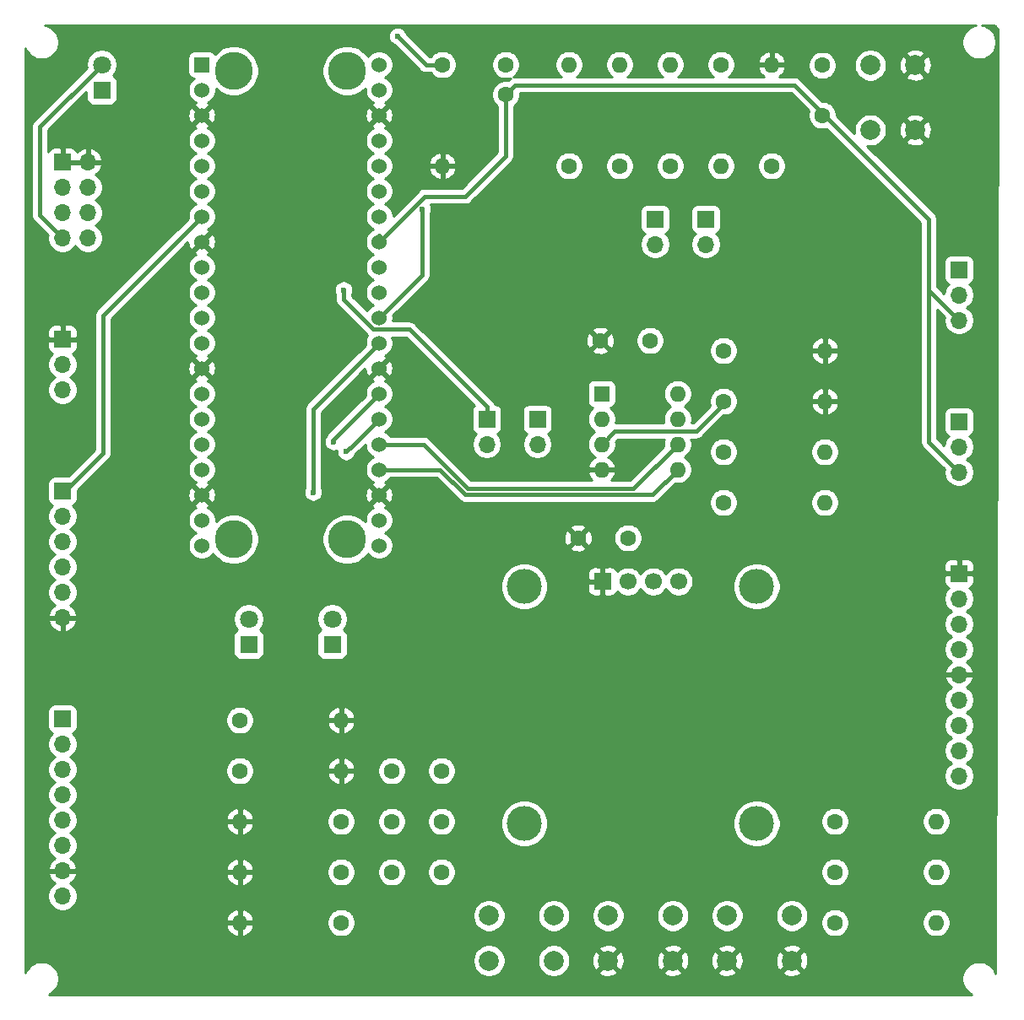
<source format=gbr>
%TF.GenerationSoftware,KiCad,Pcbnew,5.1.9-73d0e3b20d~88~ubuntu20.04.1*%
%TF.CreationDate,2021-02-13T16:05:57-05:00*%
%TF.ProjectId,kiwikit-rpi-pico,6b697769-6b69-4742-9d72-70692d706963,rev?*%
%TF.SameCoordinates,PX2faf080PY8f0d180*%
%TF.FileFunction,Copper,L2,Bot*%
%TF.FilePolarity,Positive*%
%FSLAX46Y46*%
G04 Gerber Fmt 4.6, Leading zero omitted, Abs format (unit mm)*
G04 Created by KiCad (PCBNEW 5.1.9-73d0e3b20d~88~ubuntu20.04.1) date 2021-02-13 16:05:57*
%MOMM*%
%LPD*%
G01*
G04 APERTURE LIST*
%TA.AperFunction,ComponentPad*%
%ADD10O,1.700000X1.700000*%
%TD*%
%TA.AperFunction,ComponentPad*%
%ADD11R,1.700000X1.700000*%
%TD*%
%TA.AperFunction,ComponentPad*%
%ADD12C,2.000000*%
%TD*%
%TA.AperFunction,ComponentPad*%
%ADD13O,1.600000X1.600000*%
%TD*%
%TA.AperFunction,ComponentPad*%
%ADD14C,1.600000*%
%TD*%
%TA.AperFunction,ComponentPad*%
%ADD15C,1.800000*%
%TD*%
%TA.AperFunction,ComponentPad*%
%ADD16R,1.800000X1.800000*%
%TD*%
%TA.AperFunction,ComponentPad*%
%ADD17C,3.800000*%
%TD*%
%TA.AperFunction,ComponentPad*%
%ADD18C,1.524000*%
%TD*%
%TA.AperFunction,ComponentPad*%
%ADD19R,1.524000X1.524000*%
%TD*%
%TA.AperFunction,ComponentPad*%
%ADD20R,1.600000X1.600000*%
%TD*%
%TA.AperFunction,ComponentPad*%
%ADD21C,1.700000*%
%TD*%
%TA.AperFunction,ComponentPad*%
%ADD22C,3.500000*%
%TD*%
%TA.AperFunction,ViaPad*%
%ADD23C,0.600000*%
%TD*%
%TA.AperFunction,Conductor*%
%ADD24C,0.400000*%
%TD*%
%TA.AperFunction,Conductor*%
%ADD25C,0.254000*%
%TD*%
%TA.AperFunction,Conductor*%
%ADD26C,0.100000*%
%TD*%
G04 APERTURE END LIST*
D10*
%TO.P,J5,9*%
%TO.N,/GP13_SPI1_CS*%
X94996000Y23368000D03*
%TO.P,J5,8*%
%TO.N,/GP12_SPI1_MISO*%
X94996000Y25908000D03*
%TO.P,J5,7*%
%TO.N,/GP11_SPI1_MOSI*%
X94996000Y28448000D03*
%TO.P,J5,6*%
%TO.N,/GP10_SPI1_SCK*%
X94996000Y30988000D03*
%TO.P,J5,5*%
%TO.N,GND*%
X94996000Y33528000D03*
%TO.P,J5,4*%
%TO.N,/GP9_UART1_RX*%
X94996000Y36068000D03*
%TO.P,J5,3*%
%TO.N,/GP8_UART1_TX*%
X94996000Y38608000D03*
%TO.P,J5,2*%
%TO.N,+5V*%
X94996000Y41148000D03*
D11*
%TO.P,J5,1*%
%TO.N,GND*%
X94996000Y43688000D03*
%TD*%
D10*
%TO.P,J2,3*%
%TO.N,/GP1_UART0_RX*%
X5080000Y62103000D03*
%TO.P,J2,2*%
%TO.N,/GP0_UART0_TX*%
X5080000Y64643000D03*
D11*
%TO.P,J2,1*%
%TO.N,GND*%
X5080000Y67183000D03*
%TD*%
D10*
%TO.P,J1,8*%
%TO.N,+3V3*%
X7620000Y77343000D03*
%TO.P,J1,7*%
X5080000Y77343000D03*
%TO.P,J1,6*%
%TO.N,+5V*%
X7620000Y79883000D03*
%TO.P,J1,5*%
X5080000Y79883000D03*
%TO.P,J1,4*%
%TO.N,VBUS*%
X7620000Y82423000D03*
%TO.P,J1,3*%
X5080000Y82423000D03*
%TO.P,J1,2*%
%TO.N,GND*%
X7620000Y84963000D03*
D11*
%TO.P,J1,1*%
X5080000Y84963000D03*
%TD*%
D12*
%TO.P,SW1,1*%
%TO.N,GND*%
X59794000Y4826000D03*
%TO.P,SW1,2*%
%TO.N,/SW1*%
X59794000Y9326000D03*
%TO.P,SW1,1*%
%TO.N,GND*%
X66294000Y4826000D03*
%TO.P,SW1,2*%
%TO.N,/SW1*%
X66294000Y9326000D03*
%TD*%
D13*
%TO.P,R5,2*%
%TO.N,/~RST*%
X71120000Y84582000D03*
D14*
%TO.P,R5,1*%
%TO.N,+3V3*%
X71120000Y94742000D03*
%TD*%
D13*
%TO.P,R18,2*%
%TO.N,GND*%
X22860000Y18796000D03*
D14*
%TO.P,R18,1*%
%TO.N,Net-(C2-Pad1)*%
X33020000Y18796000D03*
%TD*%
D13*
%TO.P,R17,2*%
%TO.N,GND*%
X22860000Y13716000D03*
D14*
%TO.P,R17,1*%
%TO.N,Net-(C1-Pad1)*%
X33020000Y13716000D03*
%TD*%
D13*
%TO.P,R16,2*%
%TO.N,GND*%
X22860000Y8636000D03*
D14*
%TO.P,R16,1*%
%TO.N,Net-(C0-Pad1)*%
X33020000Y8636000D03*
%TD*%
D13*
%TO.P,R15,2*%
%TO.N,GND*%
X76200000Y94742000D03*
D14*
%TO.P,R15,1*%
%TO.N,Net-(C5-Pad1)*%
X76200000Y84582000D03*
%TD*%
D13*
%TO.P,R14,2*%
%TO.N,+3V3*%
X81534000Y50800000D03*
D14*
%TO.P,R14,1*%
%TO.N,/I2C1_SDA*%
X71374000Y50800000D03*
%TD*%
D13*
%TO.P,R13,2*%
%TO.N,+3V3*%
X81534000Y55880000D03*
D14*
%TO.P,R13,1*%
%TO.N,/I2C1_SCL*%
X71374000Y55880000D03*
%TD*%
D13*
%TO.P,R12,2*%
%TO.N,GND*%
X81534000Y60960000D03*
D14*
%TO.P,R12,1*%
%TO.N,Net-(JP4-Pad2)*%
X71374000Y60960000D03*
%TD*%
D13*
%TO.P,R11,2*%
%TO.N,GND*%
X81534000Y66040000D03*
D14*
%TO.P,R11,1*%
%TO.N,Net-(JP3-Pad2)*%
X71374000Y66040000D03*
%TD*%
D13*
%TO.P,R9,2*%
%TO.N,/ADC2*%
X55880000Y94742000D03*
D14*
%TO.P,R9,1*%
%TO.N,VDDA*%
X55880000Y84582000D03*
%TD*%
D13*
%TO.P,R8,2*%
%TO.N,GND*%
X43180000Y84582000D03*
D14*
%TO.P,R8,1*%
%TO.N,Net-(D2-Pad1)*%
X43180000Y94742000D03*
%TD*%
D13*
%TO.P,R7,2*%
%TO.N,GND*%
X33020000Y28956000D03*
D14*
%TO.P,R7,1*%
%TO.N,Net-(D1-Pad1)*%
X22860000Y28956000D03*
%TD*%
D13*
%TO.P,R6,2*%
%TO.N,GND*%
X33020000Y23876000D03*
D14*
%TO.P,R6,1*%
%TO.N,Net-(D0-Pad1)*%
X22860000Y23876000D03*
%TD*%
D13*
%TO.P,R4,2*%
%TO.N,VDDA*%
X66040000Y94742000D03*
D14*
%TO.P,R4,1*%
%TO.N,Net-(JP2-Pad1)*%
X66040000Y84582000D03*
%TD*%
D13*
%TO.P,R3,2*%
%TO.N,VDDA*%
X60960000Y94742000D03*
D14*
%TO.P,R3,1*%
%TO.N,Net-(JP1-Pad1)*%
X60960000Y84582000D03*
%TD*%
D13*
%TO.P,R2,2*%
%TO.N,+3V3*%
X92710000Y18796000D03*
D14*
%TO.P,R2,1*%
%TO.N,/SW2*%
X82550000Y18796000D03*
%TD*%
D13*
%TO.P,R1,2*%
%TO.N,+3V3*%
X92710000Y13716000D03*
D14*
%TO.P,R1,1*%
%TO.N,/SW1*%
X82550000Y13716000D03*
%TD*%
D13*
%TO.P,R0,2*%
%TO.N,+3V3*%
X92710000Y8636000D03*
D14*
%TO.P,R0,1*%
%TO.N,/SW0*%
X82550000Y8636000D03*
%TD*%
D15*
%TO.P,D2,2*%
%TO.N,+3V3*%
X9017000Y94742000D03*
D16*
%TO.P,D2,1*%
%TO.N,Net-(D2-Pad1)*%
X9017000Y92202000D03*
%TD*%
D15*
%TO.P,D1,2*%
%TO.N,/LED1*%
X23749000Y39116000D03*
D16*
%TO.P,D1,1*%
%TO.N,Net-(D1-Pad1)*%
X23749000Y36576000D03*
%TD*%
D15*
%TO.P,D0,2*%
%TO.N,/LED0*%
X32131000Y39116000D03*
D16*
%TO.P,D0,1*%
%TO.N,Net-(D0-Pad1)*%
X32131000Y36576000D03*
%TD*%
D14*
%TO.P,C8,2*%
%TO.N,GND*%
X59008000Y67056000D03*
%TO.P,C8,1*%
%TO.N,+3V3*%
X64008000Y67056000D03*
%TD*%
%TO.P,C6,2*%
%TO.N,GND*%
X56785500Y47244000D03*
%TO.P,C6,1*%
%TO.N,+3V3*%
X61785500Y47244000D03*
%TD*%
%TO.P,C5,2*%
%TO.N,/~RST*%
X81280000Y94662000D03*
%TO.P,C5,1*%
%TO.N,Net-(C5-Pad1)*%
X81280000Y89662000D03*
%TD*%
%TO.P,C2,2*%
%TO.N,/SW2*%
X43100000Y23876000D03*
%TO.P,C2,1*%
%TO.N,Net-(C2-Pad1)*%
X38100000Y23876000D03*
%TD*%
%TO.P,C1,2*%
%TO.N,/SW1*%
X43100000Y18796000D03*
%TO.P,C1,1*%
%TO.N,Net-(C1-Pad1)*%
X38100000Y18796000D03*
%TD*%
%TO.P,C0,2*%
%TO.N,/SW0*%
X43100000Y13716000D03*
%TO.P,C0,1*%
%TO.N,Net-(C0-Pad1)*%
X38100000Y13716000D03*
%TD*%
D17*
%TO.P,U1,*%
%TO.N,*%
X33640000Y47112000D03*
X22240000Y47112000D03*
X33640000Y94112000D03*
X22240000Y94112000D03*
D18*
%TO.P,U1,40*%
%TO.N,VBUS*%
X36830000Y94742000D03*
%TO.P,U1,39*%
%TO.N,+5V*%
X36830000Y92202000D03*
%TO.P,U1,38*%
%TO.N,GND*%
X36830000Y89662000D03*
%TO.P,U1,37*%
%TO.N,Net-(U1-Pad37)*%
X36830000Y87122000D03*
%TO.P,U1,36*%
%TO.N,+3V3*%
X36830000Y84582000D03*
%TO.P,U1,35*%
%TO.N,VDDA*%
X36830000Y82042000D03*
%TO.P,U1,34*%
%TO.N,/ADC2*%
X36830000Y79502000D03*
%TO.P,U1,33*%
%TO.N,GNDA*%
X36830000Y76962000D03*
%TO.P,U1,32*%
%TO.N,/GP27_ADC1*%
X36830000Y74422000D03*
%TO.P,U1,31*%
%TO.N,/GP26_ADC0*%
X36830000Y71882000D03*
%TO.P,U1,30*%
%TO.N,/~RST*%
X36830000Y69342000D03*
%TO.P,U1,29*%
%TO.N,/LED1*%
X36830000Y66802000D03*
%TO.P,U1,28*%
%TO.N,GND*%
X36830000Y64262000D03*
%TO.P,U1,27*%
%TO.N,/GP21_I2C0_SCL*%
X36830000Y61722000D03*
%TO.P,U1,26*%
%TO.N,/GP20_I2C0_SDA*%
X36830000Y59182000D03*
%TO.P,U1,25*%
%TO.N,/I2C1_SCL*%
X36830000Y56642000D03*
%TO.P,U1,24*%
%TO.N,/I2C1_SDA*%
X36830000Y54102000D03*
%TO.P,U1,23*%
%TO.N,GND*%
X36830000Y51562000D03*
%TO.P,U1,22*%
%TO.N,/LED0*%
X36830000Y49022000D03*
%TO.P,U1,21*%
%TO.N,/SW2*%
X36830000Y46482000D03*
%TO.P,U1,20*%
%TO.N,/SW1*%
X19050000Y46482000D03*
%TO.P,U1,19*%
%TO.N,/SW0*%
X19050000Y49022000D03*
%TO.P,U1,18*%
%TO.N,GND*%
X19050000Y51562000D03*
%TO.P,U1,17*%
%TO.N,/GP13_SPI1_CS*%
X19050000Y54102000D03*
%TO.P,U1,16*%
%TO.N,/GP12_SPI1_MISO*%
X19050000Y56642000D03*
%TO.P,U1,15*%
%TO.N,/GP11_SPI1_MOSI*%
X19050000Y59182000D03*
%TO.P,U1,14*%
%TO.N,/GP10_SPI1_SCK*%
X19050000Y61722000D03*
%TO.P,U1,13*%
%TO.N,GND*%
X19050000Y64262000D03*
%TO.P,U1,12*%
%TO.N,/GP9_UART1_RX*%
X19050000Y66802000D03*
%TO.P,U1,11*%
%TO.N,/GP8_UART1_TX*%
X19050000Y69342000D03*
%TO.P,U1,10*%
%TO.N,/GP7_AD0*%
X19050000Y71882000D03*
%TO.P,U1,9*%
%TO.N,/GP6_INT*%
X19050000Y74422000D03*
%TO.P,U1,8*%
%TO.N,GND*%
X19050000Y76962000D03*
%TO.P,U1,7*%
%TO.N,/GP5_SPI0_CS*%
X19050000Y79502000D03*
%TO.P,U1,6*%
%TO.N,/GP4_SPI0_MISO*%
X19050000Y82042000D03*
%TO.P,U1,5*%
%TO.N,/GP3_SPI0_MOSI*%
X19050000Y84582000D03*
%TO.P,U1,4*%
%TO.N,/GP2_SPI0_SCK*%
X19050000Y87122000D03*
%TO.P,U1,3*%
%TO.N,GND*%
X19050000Y89662000D03*
%TO.P,U1,2*%
%TO.N,/GP1_UART0_RX*%
X19050000Y92202000D03*
D19*
%TO.P,U1,1*%
%TO.N,/GP0_UART0_TX*%
X19050000Y94742000D03*
%TD*%
D12*
%TO.P,SW2,1*%
%TO.N,Net-(SW2-Pad1)*%
X47856000Y4826000D03*
%TO.P,SW2,2*%
%TO.N,/SW2*%
X47856000Y9326000D03*
%TO.P,SW2,1*%
%TO.N,Net-(SW2-Pad1)*%
X54356000Y4826000D03*
%TO.P,SW2,2*%
%TO.N,/SW2*%
X54356000Y9326000D03*
%TD*%
%TO.P,SW0,1*%
%TO.N,GND*%
X71732000Y4826000D03*
%TO.P,SW0,2*%
%TO.N,/SW0*%
X71732000Y9326000D03*
%TO.P,SW0,1*%
%TO.N,GND*%
X78232000Y4826000D03*
%TO.P,SW0,2*%
%TO.N,/SW0*%
X78232000Y9326000D03*
%TD*%
D10*
%TO.P,JP2,2*%
%TO.N,/GP27_ADC1*%
X69596000Y76708000D03*
D11*
%TO.P,JP2,1*%
%TO.N,Net-(JP2-Pad1)*%
X69596000Y79248000D03*
%TD*%
D10*
%TO.P,JP1,2*%
%TO.N,/GP26_ADC0*%
X64516000Y76708000D03*
D11*
%TO.P,JP1,1*%
%TO.N,Net-(JP1-Pad1)*%
X64516000Y79248000D03*
%TD*%
D10*
%TO.P,J6,3*%
%TO.N,GNDA*%
X94996000Y53848000D03*
%TO.P,J6,2*%
%TO.N,/GP26_ADC0*%
X94996000Y56388000D03*
D11*
%TO.P,J6,1*%
%TO.N,VDDA*%
X94996000Y58928000D03*
%TD*%
D10*
%TO.P,J7,3*%
%TO.N,GNDA*%
X94996000Y69088000D03*
%TO.P,J7,2*%
%TO.N,/GP27_ADC1*%
X94996000Y71628000D03*
D11*
%TO.P,J7,1*%
%TO.N,VDDA*%
X94996000Y74168000D03*
%TD*%
D10*
%TO.P,J4,8*%
%TO.N,+5V*%
X5080000Y11303000D03*
%TO.P,J4,7*%
%TO.N,GND*%
X5080000Y13843000D03*
%TO.P,J4,6*%
%TO.N,/GP21_I2C0_SCL*%
X5080000Y16383000D03*
%TO.P,J4,5*%
%TO.N,/GP20_I2C0_SDA*%
X5080000Y18923000D03*
%TO.P,J4,4*%
%TO.N,/XDA*%
X5080000Y21463000D03*
%TO.P,J4,3*%
%TO.N,/XCL*%
X5080000Y24003000D03*
%TO.P,J4,2*%
%TO.N,/GP7_AD0*%
X5080000Y26543000D03*
D11*
%TO.P,J4,1*%
%TO.N,/GP6_INT*%
X5080000Y29083000D03*
%TD*%
D14*
%TO.P,R10,2*%
%TO.N,GNDA*%
X49530000Y91742000D03*
%TO.P,R10,1*%
%TO.N,/ADC2*%
X49530000Y94742000D03*
%TD*%
D10*
%TO.P,J3,6*%
%TO.N,GND*%
X5080000Y39243000D03*
%TO.P,J3,5*%
%TO.N,+5V*%
X5080000Y41783000D03*
%TO.P,J3,4*%
%TO.N,/GP4_SPI0_MISO*%
X5080000Y44323000D03*
%TO.P,J3,3*%
%TO.N,/GP3_SPI0_MOSI*%
X5080000Y46863000D03*
%TO.P,J3,2*%
%TO.N,/GP2_SPI0_SCK*%
X5080000Y49403000D03*
D11*
%TO.P,J3,1*%
%TO.N,/GP5_SPI0_CS*%
X5080000Y51943000D03*
%TD*%
D12*
%TO.P,SW5,1*%
%TO.N,GND*%
X90606000Y88178500D03*
%TO.P,SW5,2*%
%TO.N,/~RST*%
X86106000Y88178500D03*
%TO.P,SW5,1*%
%TO.N,GND*%
X90606000Y94678500D03*
%TO.P,SW5,2*%
%TO.N,/~RST*%
X86106000Y94678500D03*
%TD*%
D13*
%TO.P,U3,8*%
%TO.N,+3V3*%
X66764000Y61722000D03*
%TO.P,U3,4*%
%TO.N,GND*%
X59144000Y54102000D03*
%TO.P,U3,7*%
%TO.N,Net-(JP3-Pad2)*%
X66764000Y59182000D03*
%TO.P,U3,3*%
%TO.N,Net-(JP4-Pad2)*%
X59144000Y56642000D03*
%TO.P,U3,6*%
%TO.N,/I2C1_SCL*%
X66764000Y56642000D03*
%TO.P,U3,2*%
%TO.N,N/C*%
X59144000Y59182000D03*
%TO.P,U3,5*%
%TO.N,/I2C1_SDA*%
X66764000Y54102000D03*
D20*
%TO.P,U3,1*%
%TO.N,N/C*%
X59144000Y61722000D03*
%TD*%
D10*
%TO.P,JP3,2*%
%TO.N,Net-(JP3-Pad2)*%
X47625000Y56642000D03*
D11*
%TO.P,JP3,1*%
%TO.N,+3V3*%
X47625000Y59182000D03*
%TD*%
D10*
%TO.P,JP4,2*%
%TO.N,Net-(JP4-Pad2)*%
X52705000Y56642000D03*
D11*
%TO.P,JP4,1*%
%TO.N,+3V3*%
X52705000Y59182000D03*
%TD*%
D21*
%TO.P,U2,4*%
%TO.N,/I2C1_SDA*%
X66865500Y42880000D03*
%TO.P,U2,3*%
%TO.N,/I2C1_SCL*%
X64325500Y42880000D03*
%TO.P,U2,2*%
%TO.N,+3V3*%
X61785500Y42880000D03*
D11*
%TO.P,U2,1*%
%TO.N,GND*%
X59245500Y42880000D03*
D22*
%TO.P,U2,*%
%TO.N,*%
X74705500Y18580000D03*
X51405500Y18580000D03*
X74705500Y42380000D03*
X51405500Y42380000D03*
%TD*%
D23*
%TO.N,+3V3*%
X33274000Y72136000D03*
%TO.N,Net-(D2-Pad1)*%
X38671500Y97599500D03*
%TO.N,/~RST*%
X41148000Y80264000D03*
%TO.N,/LED1*%
X30226000Y51816000D03*
%TO.N,/GP20_I2C0_SDA*%
X33522533Y55885467D03*
%TO.N,/GP21_I2C0_SCL*%
X32258000Y56896000D03*
%TD*%
D24*
%TO.N,+3V3*%
X9017000Y94742000D02*
X2794000Y88519000D01*
X2794000Y79619000D02*
X5070000Y77343000D01*
X2794000Y88519000D02*
X2794000Y79619000D01*
X36272239Y68179999D02*
X33274000Y71178238D01*
X39877001Y68179999D02*
X36272239Y68179999D01*
X47625000Y60432000D02*
X39877001Y68179999D01*
X47625000Y59182000D02*
X47625000Y60432000D01*
X33274000Y71178238D02*
X33274000Y72136000D01*
X33274000Y72136000D02*
X33274000Y72136000D01*
%TO.N,GNDA*%
X36830000Y77470000D02*
X36830000Y76962000D01*
X94996000Y69088000D02*
X91948000Y72136000D01*
X91948000Y76708000D02*
X91948000Y77216000D01*
X91948000Y72390000D02*
X91948000Y56896000D01*
X91948000Y56896000D02*
X94996000Y53848000D01*
X91948000Y72136000D02*
X91948000Y72390000D01*
X91948000Y72390000D02*
X91948000Y77216000D01*
X36830000Y76962000D02*
X36830000Y77595002D01*
X45466000Y81534000D02*
X49530000Y85598000D01*
X49530000Y85598000D02*
X49530000Y91742000D01*
X41402000Y81534000D02*
X45466000Y81534000D01*
X36830000Y76962000D02*
X41402000Y81534000D01*
X50498000Y92710000D02*
X49530000Y91742000D01*
X78484002Y92710000D02*
X50498000Y92710000D01*
X91948000Y79246002D02*
X78484002Y92710000D01*
X91948000Y77216000D02*
X91948000Y79246002D01*
%TO.N,Net-(D2-Pad1)*%
X41529000Y94742000D02*
X38671500Y97599500D01*
X43180000Y94742000D02*
X41529000Y94742000D01*
%TO.N,Net-(JP4-Pad2)*%
X68649999Y57981999D02*
X71374000Y60706000D01*
X60483999Y57981999D02*
X68649999Y57981999D01*
X59144000Y56642000D02*
X60483999Y57981999D01*
%TO.N,/~RST*%
X41148000Y73660000D02*
X41148000Y80264000D01*
X36830000Y69342000D02*
X41148000Y73660000D01*
%TO.N,/I2C1_SCL*%
X36830000Y56642000D02*
X41275000Y56642000D01*
X41275000Y56642000D02*
X45720000Y52197000D01*
X62319000Y52197000D02*
X66764000Y56642000D01*
X45720000Y52197000D02*
X62319000Y52197000D01*
%TO.N,/I2C1_SDA*%
X36830000Y54102000D02*
X42966458Y54102000D01*
X42966458Y54102000D02*
X45471468Y51596990D01*
X64258990Y51596990D02*
X66764000Y54102000D01*
X45471468Y51596990D02*
X64258990Y51596990D01*
%TO.N,/LED1*%
X36830000Y66802000D02*
X30226000Y60198000D01*
X30226000Y60198000D02*
X30226000Y57150000D01*
X30226000Y57150000D02*
X30226000Y51816000D01*
X30226000Y51816000D02*
X30226000Y51816000D01*
%TO.N,/GP5_SPI0_CS*%
X9144000Y55753000D02*
X5080000Y51689000D01*
X19050000Y79502000D02*
X9144000Y69596000D01*
X9144000Y69596000D02*
X9144000Y61849000D01*
X9144000Y61849000D02*
X9144000Y55753000D01*
X9144000Y62357000D02*
X9144000Y61849000D01*
%TO.N,/GP20_I2C0_SDA*%
X36830000Y59182000D02*
X34290000Y56642000D01*
X34279066Y56642000D02*
X34290000Y56642000D01*
X33522533Y55885467D02*
X34279066Y56642000D01*
%TO.N,/GP21_I2C0_SCL*%
X32258000Y57150000D02*
X32258000Y56896000D01*
X36830000Y61722000D02*
X32258000Y57150000D01*
%TD*%
D25*
%TO.N,GND*%
X96493919Y98668325D02*
X96178169Y98537537D01*
X95894002Y98347663D01*
X95652337Y98105998D01*
X95462463Y97821831D01*
X95331675Y97506081D01*
X95265000Y97170883D01*
X95265000Y96829117D01*
X95331675Y96493919D01*
X95462463Y96178169D01*
X95652337Y95894002D01*
X95894002Y95652337D01*
X96178169Y95462463D01*
X96493919Y95331675D01*
X96829117Y95265000D01*
X97170883Y95265000D01*
X97506081Y95331675D01*
X97821831Y95462463D01*
X98105998Y95652337D01*
X98347663Y95894002D01*
X98537537Y96178169D01*
X98668325Y96493919D01*
X98735000Y96829117D01*
X98735000Y97170883D01*
X98668325Y97506081D01*
X98537537Y97821831D01*
X98347663Y98105998D01*
X98105998Y98347663D01*
X97821831Y98537537D01*
X97506081Y98668325D01*
X97311649Y98707000D01*
X98507608Y98707000D01*
X98611214Y98622501D01*
X98895673Y98278649D01*
X98921428Y98231015D01*
X98674666Y3474200D01*
X98668325Y3506081D01*
X98537537Y3821831D01*
X98347663Y4105998D01*
X98105998Y4347663D01*
X97821831Y4537537D01*
X97506081Y4668325D01*
X97170883Y4735000D01*
X96829117Y4735000D01*
X96493919Y4668325D01*
X96178169Y4537537D01*
X95894002Y4347663D01*
X95652337Y4105998D01*
X95462463Y3821831D01*
X95331675Y3506081D01*
X95265000Y3170883D01*
X95265000Y2829117D01*
X95331675Y2493919D01*
X95462463Y2178169D01*
X95652337Y1894002D01*
X95894002Y1652337D01*
X96178169Y1462463D01*
X96268613Y1425000D01*
X3731387Y1425000D01*
X3821831Y1462463D01*
X4105998Y1652337D01*
X4347663Y1894002D01*
X4537537Y2178169D01*
X4668325Y2493919D01*
X4735000Y2829117D01*
X4735000Y3170883D01*
X4668325Y3506081D01*
X4537537Y3821831D01*
X4347663Y4105998D01*
X4105998Y4347663D01*
X3821831Y4537537D01*
X3506081Y4668325D01*
X3170883Y4735000D01*
X2829117Y4735000D01*
X2493919Y4668325D01*
X2178169Y4537537D01*
X1894002Y4347663D01*
X1652337Y4105998D01*
X1462463Y3821831D01*
X1387000Y3639647D01*
X1387000Y4987033D01*
X46221000Y4987033D01*
X46221000Y4664967D01*
X46283832Y4349088D01*
X46407082Y4051537D01*
X46586013Y3783748D01*
X46813748Y3556013D01*
X47081537Y3377082D01*
X47379088Y3253832D01*
X47694967Y3191000D01*
X48017033Y3191000D01*
X48332912Y3253832D01*
X48630463Y3377082D01*
X48898252Y3556013D01*
X49125987Y3783748D01*
X49304918Y4051537D01*
X49428168Y4349088D01*
X49491000Y4664967D01*
X49491000Y4987033D01*
X52721000Y4987033D01*
X52721000Y4664967D01*
X52783832Y4349088D01*
X52907082Y4051537D01*
X53086013Y3783748D01*
X53313748Y3556013D01*
X53581537Y3377082D01*
X53879088Y3253832D01*
X54194967Y3191000D01*
X54517033Y3191000D01*
X54832912Y3253832D01*
X55130463Y3377082D01*
X55398252Y3556013D01*
X55532826Y3690587D01*
X58838192Y3690587D01*
X58933956Y3426186D01*
X59223571Y3285296D01*
X59535108Y3203616D01*
X59856595Y3184282D01*
X60175675Y3228039D01*
X60480088Y3333205D01*
X60654044Y3426186D01*
X60749808Y3690587D01*
X65338192Y3690587D01*
X65433956Y3426186D01*
X65723571Y3285296D01*
X66035108Y3203616D01*
X66356595Y3184282D01*
X66675675Y3228039D01*
X66980088Y3333205D01*
X67154044Y3426186D01*
X67249808Y3690587D01*
X70776192Y3690587D01*
X70871956Y3426186D01*
X71161571Y3285296D01*
X71473108Y3203616D01*
X71794595Y3184282D01*
X72113675Y3228039D01*
X72418088Y3333205D01*
X72592044Y3426186D01*
X72687808Y3690587D01*
X77276192Y3690587D01*
X77371956Y3426186D01*
X77661571Y3285296D01*
X77973108Y3203616D01*
X78294595Y3184282D01*
X78613675Y3228039D01*
X78918088Y3333205D01*
X79092044Y3426186D01*
X79187808Y3690587D01*
X78232000Y4646395D01*
X77276192Y3690587D01*
X72687808Y3690587D01*
X71732000Y4646395D01*
X70776192Y3690587D01*
X67249808Y3690587D01*
X66294000Y4646395D01*
X65338192Y3690587D01*
X60749808Y3690587D01*
X59794000Y4646395D01*
X58838192Y3690587D01*
X55532826Y3690587D01*
X55625987Y3783748D01*
X55804918Y4051537D01*
X55928168Y4349088D01*
X55991000Y4664967D01*
X55991000Y4763405D01*
X58152282Y4763405D01*
X58196039Y4444325D01*
X58301205Y4139912D01*
X58394186Y3965956D01*
X58658587Y3870192D01*
X59614395Y4826000D01*
X59973605Y4826000D01*
X60929413Y3870192D01*
X61193814Y3965956D01*
X61334704Y4255571D01*
X61416384Y4567108D01*
X61428189Y4763405D01*
X64652282Y4763405D01*
X64696039Y4444325D01*
X64801205Y4139912D01*
X64894186Y3965956D01*
X65158587Y3870192D01*
X66114395Y4826000D01*
X66473605Y4826000D01*
X67429413Y3870192D01*
X67693814Y3965956D01*
X67834704Y4255571D01*
X67916384Y4567108D01*
X67928189Y4763405D01*
X70090282Y4763405D01*
X70134039Y4444325D01*
X70239205Y4139912D01*
X70332186Y3965956D01*
X70596587Y3870192D01*
X71552395Y4826000D01*
X71911605Y4826000D01*
X72867413Y3870192D01*
X73131814Y3965956D01*
X73272704Y4255571D01*
X73354384Y4567108D01*
X73366189Y4763405D01*
X76590282Y4763405D01*
X76634039Y4444325D01*
X76739205Y4139912D01*
X76832186Y3965956D01*
X77096587Y3870192D01*
X78052395Y4826000D01*
X78411605Y4826000D01*
X79367413Y3870192D01*
X79631814Y3965956D01*
X79772704Y4255571D01*
X79854384Y4567108D01*
X79873718Y4888595D01*
X79829961Y5207675D01*
X79724795Y5512088D01*
X79631814Y5686044D01*
X79367413Y5781808D01*
X78411605Y4826000D01*
X78052395Y4826000D01*
X77096587Y5781808D01*
X76832186Y5686044D01*
X76691296Y5396429D01*
X76609616Y5084892D01*
X76590282Y4763405D01*
X73366189Y4763405D01*
X73373718Y4888595D01*
X73329961Y5207675D01*
X73224795Y5512088D01*
X73131814Y5686044D01*
X72867413Y5781808D01*
X71911605Y4826000D01*
X71552395Y4826000D01*
X70596587Y5781808D01*
X70332186Y5686044D01*
X70191296Y5396429D01*
X70109616Y5084892D01*
X70090282Y4763405D01*
X67928189Y4763405D01*
X67935718Y4888595D01*
X67891961Y5207675D01*
X67786795Y5512088D01*
X67693814Y5686044D01*
X67429413Y5781808D01*
X66473605Y4826000D01*
X66114395Y4826000D01*
X65158587Y5781808D01*
X64894186Y5686044D01*
X64753296Y5396429D01*
X64671616Y5084892D01*
X64652282Y4763405D01*
X61428189Y4763405D01*
X61435718Y4888595D01*
X61391961Y5207675D01*
X61286795Y5512088D01*
X61193814Y5686044D01*
X60929413Y5781808D01*
X59973605Y4826000D01*
X59614395Y4826000D01*
X58658587Y5781808D01*
X58394186Y5686044D01*
X58253296Y5396429D01*
X58171616Y5084892D01*
X58152282Y4763405D01*
X55991000Y4763405D01*
X55991000Y4987033D01*
X55928168Y5302912D01*
X55804918Y5600463D01*
X55625987Y5868252D01*
X55532826Y5961413D01*
X58838192Y5961413D01*
X59794000Y5005605D01*
X60749808Y5961413D01*
X65338192Y5961413D01*
X66294000Y5005605D01*
X67249808Y5961413D01*
X70776192Y5961413D01*
X71732000Y5005605D01*
X72687808Y5961413D01*
X77276192Y5961413D01*
X78232000Y5005605D01*
X79187808Y5961413D01*
X79092044Y6225814D01*
X78802429Y6366704D01*
X78490892Y6448384D01*
X78169405Y6467718D01*
X77850325Y6423961D01*
X77545912Y6318795D01*
X77371956Y6225814D01*
X77276192Y5961413D01*
X72687808Y5961413D01*
X72592044Y6225814D01*
X72302429Y6366704D01*
X71990892Y6448384D01*
X71669405Y6467718D01*
X71350325Y6423961D01*
X71045912Y6318795D01*
X70871956Y6225814D01*
X70776192Y5961413D01*
X67249808Y5961413D01*
X67154044Y6225814D01*
X66864429Y6366704D01*
X66552892Y6448384D01*
X66231405Y6467718D01*
X65912325Y6423961D01*
X65607912Y6318795D01*
X65433956Y6225814D01*
X65338192Y5961413D01*
X60749808Y5961413D01*
X60654044Y6225814D01*
X60364429Y6366704D01*
X60052892Y6448384D01*
X59731405Y6467718D01*
X59412325Y6423961D01*
X59107912Y6318795D01*
X58933956Y6225814D01*
X58838192Y5961413D01*
X55532826Y5961413D01*
X55398252Y6095987D01*
X55130463Y6274918D01*
X54832912Y6398168D01*
X54517033Y6461000D01*
X54194967Y6461000D01*
X53879088Y6398168D01*
X53581537Y6274918D01*
X53313748Y6095987D01*
X53086013Y5868252D01*
X52907082Y5600463D01*
X52783832Y5302912D01*
X52721000Y4987033D01*
X49491000Y4987033D01*
X49428168Y5302912D01*
X49304918Y5600463D01*
X49125987Y5868252D01*
X48898252Y6095987D01*
X48630463Y6274918D01*
X48332912Y6398168D01*
X48017033Y6461000D01*
X47694967Y6461000D01*
X47379088Y6398168D01*
X47081537Y6274918D01*
X46813748Y6095987D01*
X46586013Y5868252D01*
X46407082Y5600463D01*
X46283832Y5302912D01*
X46221000Y4987033D01*
X1387000Y4987033D01*
X1387000Y8286961D01*
X21468096Y8286961D01*
X21508754Y8152913D01*
X21628963Y7898580D01*
X21796481Y7672586D01*
X22004869Y7483615D01*
X22246119Y7338930D01*
X22510960Y7244091D01*
X22733000Y7365376D01*
X22733000Y8509000D01*
X22987000Y8509000D01*
X22987000Y7365376D01*
X23209040Y7244091D01*
X23473881Y7338930D01*
X23715131Y7483615D01*
X23923519Y7672586D01*
X24091037Y7898580D01*
X24211246Y8152913D01*
X24251904Y8286961D01*
X24129915Y8509000D01*
X22987000Y8509000D01*
X22733000Y8509000D01*
X21590085Y8509000D01*
X21468096Y8286961D01*
X1387000Y8286961D01*
X1387000Y8985039D01*
X21468096Y8985039D01*
X21590085Y8763000D01*
X22733000Y8763000D01*
X22733000Y9906624D01*
X22987000Y9906624D01*
X22987000Y8763000D01*
X24129915Y8763000D01*
X24137790Y8777335D01*
X31585000Y8777335D01*
X31585000Y8494665D01*
X31640147Y8217426D01*
X31748320Y7956273D01*
X31905363Y7721241D01*
X32105241Y7521363D01*
X32340273Y7364320D01*
X32601426Y7256147D01*
X32878665Y7201000D01*
X33161335Y7201000D01*
X33438574Y7256147D01*
X33699727Y7364320D01*
X33934759Y7521363D01*
X34134637Y7721241D01*
X34291680Y7956273D01*
X34399853Y8217426D01*
X34455000Y8494665D01*
X34455000Y8777335D01*
X34399853Y9054574D01*
X34291680Y9315727D01*
X34177218Y9487033D01*
X46221000Y9487033D01*
X46221000Y9164967D01*
X46283832Y8849088D01*
X46407082Y8551537D01*
X46586013Y8283748D01*
X46813748Y8056013D01*
X47081537Y7877082D01*
X47379088Y7753832D01*
X47694967Y7691000D01*
X48017033Y7691000D01*
X48332912Y7753832D01*
X48630463Y7877082D01*
X48898252Y8056013D01*
X49125987Y8283748D01*
X49304918Y8551537D01*
X49428168Y8849088D01*
X49491000Y9164967D01*
X49491000Y9487033D01*
X52721000Y9487033D01*
X52721000Y9164967D01*
X52783832Y8849088D01*
X52907082Y8551537D01*
X53086013Y8283748D01*
X53313748Y8056013D01*
X53581537Y7877082D01*
X53879088Y7753832D01*
X54194967Y7691000D01*
X54517033Y7691000D01*
X54832912Y7753832D01*
X55130463Y7877082D01*
X55398252Y8056013D01*
X55625987Y8283748D01*
X55804918Y8551537D01*
X55928168Y8849088D01*
X55991000Y9164967D01*
X55991000Y9487033D01*
X58159000Y9487033D01*
X58159000Y9164967D01*
X58221832Y8849088D01*
X58345082Y8551537D01*
X58524013Y8283748D01*
X58751748Y8056013D01*
X59019537Y7877082D01*
X59317088Y7753832D01*
X59632967Y7691000D01*
X59955033Y7691000D01*
X60270912Y7753832D01*
X60568463Y7877082D01*
X60836252Y8056013D01*
X61063987Y8283748D01*
X61242918Y8551537D01*
X61366168Y8849088D01*
X61429000Y9164967D01*
X61429000Y9487033D01*
X64659000Y9487033D01*
X64659000Y9164967D01*
X64721832Y8849088D01*
X64845082Y8551537D01*
X65024013Y8283748D01*
X65251748Y8056013D01*
X65519537Y7877082D01*
X65817088Y7753832D01*
X66132967Y7691000D01*
X66455033Y7691000D01*
X66770912Y7753832D01*
X67068463Y7877082D01*
X67336252Y8056013D01*
X67563987Y8283748D01*
X67742918Y8551537D01*
X67866168Y8849088D01*
X67929000Y9164967D01*
X67929000Y9487033D01*
X70097000Y9487033D01*
X70097000Y9164967D01*
X70159832Y8849088D01*
X70283082Y8551537D01*
X70462013Y8283748D01*
X70689748Y8056013D01*
X70957537Y7877082D01*
X71255088Y7753832D01*
X71570967Y7691000D01*
X71893033Y7691000D01*
X72208912Y7753832D01*
X72506463Y7877082D01*
X72774252Y8056013D01*
X73001987Y8283748D01*
X73180918Y8551537D01*
X73304168Y8849088D01*
X73367000Y9164967D01*
X73367000Y9487033D01*
X76597000Y9487033D01*
X76597000Y9164967D01*
X76659832Y8849088D01*
X76783082Y8551537D01*
X76962013Y8283748D01*
X77189748Y8056013D01*
X77457537Y7877082D01*
X77755088Y7753832D01*
X78070967Y7691000D01*
X78393033Y7691000D01*
X78708912Y7753832D01*
X79006463Y7877082D01*
X79274252Y8056013D01*
X79501987Y8283748D01*
X79680918Y8551537D01*
X79774446Y8777335D01*
X81115000Y8777335D01*
X81115000Y8494665D01*
X81170147Y8217426D01*
X81278320Y7956273D01*
X81435363Y7721241D01*
X81635241Y7521363D01*
X81870273Y7364320D01*
X82131426Y7256147D01*
X82408665Y7201000D01*
X82691335Y7201000D01*
X82968574Y7256147D01*
X83229727Y7364320D01*
X83464759Y7521363D01*
X83664637Y7721241D01*
X83821680Y7956273D01*
X83929853Y8217426D01*
X83985000Y8494665D01*
X83985000Y8777335D01*
X91275000Y8777335D01*
X91275000Y8494665D01*
X91330147Y8217426D01*
X91438320Y7956273D01*
X91595363Y7721241D01*
X91795241Y7521363D01*
X92030273Y7364320D01*
X92291426Y7256147D01*
X92568665Y7201000D01*
X92851335Y7201000D01*
X93128574Y7256147D01*
X93389727Y7364320D01*
X93624759Y7521363D01*
X93824637Y7721241D01*
X93981680Y7956273D01*
X94089853Y8217426D01*
X94145000Y8494665D01*
X94145000Y8777335D01*
X94089853Y9054574D01*
X93981680Y9315727D01*
X93824637Y9550759D01*
X93624759Y9750637D01*
X93389727Y9907680D01*
X93128574Y10015853D01*
X92851335Y10071000D01*
X92568665Y10071000D01*
X92291426Y10015853D01*
X92030273Y9907680D01*
X91795241Y9750637D01*
X91595363Y9550759D01*
X91438320Y9315727D01*
X91330147Y9054574D01*
X91275000Y8777335D01*
X83985000Y8777335D01*
X83929853Y9054574D01*
X83821680Y9315727D01*
X83664637Y9550759D01*
X83464759Y9750637D01*
X83229727Y9907680D01*
X82968574Y10015853D01*
X82691335Y10071000D01*
X82408665Y10071000D01*
X82131426Y10015853D01*
X81870273Y9907680D01*
X81635241Y9750637D01*
X81435363Y9550759D01*
X81278320Y9315727D01*
X81170147Y9054574D01*
X81115000Y8777335D01*
X79774446Y8777335D01*
X79804168Y8849088D01*
X79867000Y9164967D01*
X79867000Y9487033D01*
X79804168Y9802912D01*
X79680918Y10100463D01*
X79501987Y10368252D01*
X79274252Y10595987D01*
X79006463Y10774918D01*
X78708912Y10898168D01*
X78393033Y10961000D01*
X78070967Y10961000D01*
X77755088Y10898168D01*
X77457537Y10774918D01*
X77189748Y10595987D01*
X76962013Y10368252D01*
X76783082Y10100463D01*
X76659832Y9802912D01*
X76597000Y9487033D01*
X73367000Y9487033D01*
X73304168Y9802912D01*
X73180918Y10100463D01*
X73001987Y10368252D01*
X72774252Y10595987D01*
X72506463Y10774918D01*
X72208912Y10898168D01*
X71893033Y10961000D01*
X71570967Y10961000D01*
X71255088Y10898168D01*
X70957537Y10774918D01*
X70689748Y10595987D01*
X70462013Y10368252D01*
X70283082Y10100463D01*
X70159832Y9802912D01*
X70097000Y9487033D01*
X67929000Y9487033D01*
X67866168Y9802912D01*
X67742918Y10100463D01*
X67563987Y10368252D01*
X67336252Y10595987D01*
X67068463Y10774918D01*
X66770912Y10898168D01*
X66455033Y10961000D01*
X66132967Y10961000D01*
X65817088Y10898168D01*
X65519537Y10774918D01*
X65251748Y10595987D01*
X65024013Y10368252D01*
X64845082Y10100463D01*
X64721832Y9802912D01*
X64659000Y9487033D01*
X61429000Y9487033D01*
X61366168Y9802912D01*
X61242918Y10100463D01*
X61063987Y10368252D01*
X60836252Y10595987D01*
X60568463Y10774918D01*
X60270912Y10898168D01*
X59955033Y10961000D01*
X59632967Y10961000D01*
X59317088Y10898168D01*
X59019537Y10774918D01*
X58751748Y10595987D01*
X58524013Y10368252D01*
X58345082Y10100463D01*
X58221832Y9802912D01*
X58159000Y9487033D01*
X55991000Y9487033D01*
X55928168Y9802912D01*
X55804918Y10100463D01*
X55625987Y10368252D01*
X55398252Y10595987D01*
X55130463Y10774918D01*
X54832912Y10898168D01*
X54517033Y10961000D01*
X54194967Y10961000D01*
X53879088Y10898168D01*
X53581537Y10774918D01*
X53313748Y10595987D01*
X53086013Y10368252D01*
X52907082Y10100463D01*
X52783832Y9802912D01*
X52721000Y9487033D01*
X49491000Y9487033D01*
X49428168Y9802912D01*
X49304918Y10100463D01*
X49125987Y10368252D01*
X48898252Y10595987D01*
X48630463Y10774918D01*
X48332912Y10898168D01*
X48017033Y10961000D01*
X47694967Y10961000D01*
X47379088Y10898168D01*
X47081537Y10774918D01*
X46813748Y10595987D01*
X46586013Y10368252D01*
X46407082Y10100463D01*
X46283832Y9802912D01*
X46221000Y9487033D01*
X34177218Y9487033D01*
X34134637Y9550759D01*
X33934759Y9750637D01*
X33699727Y9907680D01*
X33438574Y10015853D01*
X33161335Y10071000D01*
X32878665Y10071000D01*
X32601426Y10015853D01*
X32340273Y9907680D01*
X32105241Y9750637D01*
X31905363Y9550759D01*
X31748320Y9315727D01*
X31640147Y9054574D01*
X31585000Y8777335D01*
X24137790Y8777335D01*
X24251904Y8985039D01*
X24211246Y9119087D01*
X24091037Y9373420D01*
X23923519Y9599414D01*
X23715131Y9788385D01*
X23473881Y9933070D01*
X23209040Y10027909D01*
X22987000Y9906624D01*
X22733000Y9906624D01*
X22510960Y10027909D01*
X22246119Y9933070D01*
X22004869Y9788385D01*
X21796481Y9599414D01*
X21628963Y9373420D01*
X21508754Y9119087D01*
X21468096Y8985039D01*
X1387000Y8985039D01*
X1387000Y11449260D01*
X3595000Y11449260D01*
X3595000Y11156740D01*
X3652068Y10869842D01*
X3764010Y10599589D01*
X3926525Y10356368D01*
X4133368Y10149525D01*
X4376589Y9987010D01*
X4646842Y9875068D01*
X4933740Y9818000D01*
X5226260Y9818000D01*
X5513158Y9875068D01*
X5783411Y9987010D01*
X6026632Y10149525D01*
X6233475Y10356368D01*
X6395990Y10599589D01*
X6507932Y10869842D01*
X6565000Y11156740D01*
X6565000Y11449260D01*
X6507932Y11736158D01*
X6395990Y12006411D01*
X6233475Y12249632D01*
X6026632Y12456475D01*
X5844466Y12578195D01*
X5961355Y12647822D01*
X6177588Y12842731D01*
X6351641Y13076080D01*
X6476825Y13338901D01*
X6485336Y13366961D01*
X21468096Y13366961D01*
X21508754Y13232913D01*
X21628963Y12978580D01*
X21796481Y12752586D01*
X22004869Y12563615D01*
X22246119Y12418930D01*
X22510960Y12324091D01*
X22733000Y12445376D01*
X22733000Y13589000D01*
X22987000Y13589000D01*
X22987000Y12445376D01*
X23209040Y12324091D01*
X23473881Y12418930D01*
X23715131Y12563615D01*
X23923519Y12752586D01*
X24091037Y12978580D01*
X24211246Y13232913D01*
X24251904Y13366961D01*
X24129915Y13589000D01*
X22987000Y13589000D01*
X22733000Y13589000D01*
X21590085Y13589000D01*
X21468096Y13366961D01*
X6485336Y13366961D01*
X6521476Y13486110D01*
X6400155Y13716000D01*
X5207000Y13716000D01*
X5207000Y13696000D01*
X4953000Y13696000D01*
X4953000Y13716000D01*
X3759845Y13716000D01*
X3638524Y13486110D01*
X3683175Y13338901D01*
X3808359Y13076080D01*
X3982412Y12842731D01*
X4198645Y12647822D01*
X4315534Y12578195D01*
X4133368Y12456475D01*
X3926525Y12249632D01*
X3764010Y12006411D01*
X3652068Y11736158D01*
X3595000Y11449260D01*
X1387000Y11449260D01*
X1387000Y29933000D01*
X3591928Y29933000D01*
X3591928Y28233000D01*
X3604188Y28108518D01*
X3640498Y27988820D01*
X3699463Y27878506D01*
X3778815Y27781815D01*
X3875506Y27702463D01*
X3985820Y27643498D01*
X4058380Y27621487D01*
X3926525Y27489632D01*
X3764010Y27246411D01*
X3652068Y26976158D01*
X3595000Y26689260D01*
X3595000Y26396740D01*
X3652068Y26109842D01*
X3764010Y25839589D01*
X3926525Y25596368D01*
X4133368Y25389525D01*
X4307760Y25273000D01*
X4133368Y25156475D01*
X3926525Y24949632D01*
X3764010Y24706411D01*
X3652068Y24436158D01*
X3595000Y24149260D01*
X3595000Y23856740D01*
X3652068Y23569842D01*
X3764010Y23299589D01*
X3926525Y23056368D01*
X4133368Y22849525D01*
X4307760Y22733000D01*
X4133368Y22616475D01*
X3926525Y22409632D01*
X3764010Y22166411D01*
X3652068Y21896158D01*
X3595000Y21609260D01*
X3595000Y21316740D01*
X3652068Y21029842D01*
X3764010Y20759589D01*
X3926525Y20516368D01*
X4133368Y20309525D01*
X4307760Y20193000D01*
X4133368Y20076475D01*
X3926525Y19869632D01*
X3764010Y19626411D01*
X3652068Y19356158D01*
X3595000Y19069260D01*
X3595000Y18776740D01*
X3652068Y18489842D01*
X3764010Y18219589D01*
X3926525Y17976368D01*
X4133368Y17769525D01*
X4307760Y17653000D01*
X4133368Y17536475D01*
X3926525Y17329632D01*
X3764010Y17086411D01*
X3652068Y16816158D01*
X3595000Y16529260D01*
X3595000Y16236740D01*
X3652068Y15949842D01*
X3764010Y15679589D01*
X3926525Y15436368D01*
X4133368Y15229525D01*
X4315534Y15107805D01*
X4198645Y15038178D01*
X3982412Y14843269D01*
X3808359Y14609920D01*
X3683175Y14347099D01*
X3638524Y14199890D01*
X3759845Y13970000D01*
X4953000Y13970000D01*
X4953000Y13990000D01*
X5207000Y13990000D01*
X5207000Y13970000D01*
X6400155Y13970000D01*
X6450310Y14065039D01*
X21468096Y14065039D01*
X21590085Y13843000D01*
X22733000Y13843000D01*
X22733000Y14986624D01*
X22987000Y14986624D01*
X22987000Y13843000D01*
X24129915Y13843000D01*
X24137790Y13857335D01*
X31585000Y13857335D01*
X31585000Y13574665D01*
X31640147Y13297426D01*
X31748320Y13036273D01*
X31905363Y12801241D01*
X32105241Y12601363D01*
X32340273Y12444320D01*
X32601426Y12336147D01*
X32878665Y12281000D01*
X33161335Y12281000D01*
X33438574Y12336147D01*
X33699727Y12444320D01*
X33934759Y12601363D01*
X34134637Y12801241D01*
X34291680Y13036273D01*
X34399853Y13297426D01*
X34455000Y13574665D01*
X34455000Y13857335D01*
X36665000Y13857335D01*
X36665000Y13574665D01*
X36720147Y13297426D01*
X36828320Y13036273D01*
X36985363Y12801241D01*
X37185241Y12601363D01*
X37420273Y12444320D01*
X37681426Y12336147D01*
X37958665Y12281000D01*
X38241335Y12281000D01*
X38518574Y12336147D01*
X38779727Y12444320D01*
X39014759Y12601363D01*
X39214637Y12801241D01*
X39371680Y13036273D01*
X39479853Y13297426D01*
X39535000Y13574665D01*
X39535000Y13857335D01*
X41665000Y13857335D01*
X41665000Y13574665D01*
X41720147Y13297426D01*
X41828320Y13036273D01*
X41985363Y12801241D01*
X42185241Y12601363D01*
X42420273Y12444320D01*
X42681426Y12336147D01*
X42958665Y12281000D01*
X43241335Y12281000D01*
X43518574Y12336147D01*
X43779727Y12444320D01*
X44014759Y12601363D01*
X44214637Y12801241D01*
X44371680Y13036273D01*
X44479853Y13297426D01*
X44535000Y13574665D01*
X44535000Y13857335D01*
X81115000Y13857335D01*
X81115000Y13574665D01*
X81170147Y13297426D01*
X81278320Y13036273D01*
X81435363Y12801241D01*
X81635241Y12601363D01*
X81870273Y12444320D01*
X82131426Y12336147D01*
X82408665Y12281000D01*
X82691335Y12281000D01*
X82968574Y12336147D01*
X83229727Y12444320D01*
X83464759Y12601363D01*
X83664637Y12801241D01*
X83821680Y13036273D01*
X83929853Y13297426D01*
X83985000Y13574665D01*
X83985000Y13857335D01*
X91275000Y13857335D01*
X91275000Y13574665D01*
X91330147Y13297426D01*
X91438320Y13036273D01*
X91595363Y12801241D01*
X91795241Y12601363D01*
X92030273Y12444320D01*
X92291426Y12336147D01*
X92568665Y12281000D01*
X92851335Y12281000D01*
X93128574Y12336147D01*
X93389727Y12444320D01*
X93624759Y12601363D01*
X93824637Y12801241D01*
X93981680Y13036273D01*
X94089853Y13297426D01*
X94145000Y13574665D01*
X94145000Y13857335D01*
X94089853Y14134574D01*
X93981680Y14395727D01*
X93824637Y14630759D01*
X93624759Y14830637D01*
X93389727Y14987680D01*
X93128574Y15095853D01*
X92851335Y15151000D01*
X92568665Y15151000D01*
X92291426Y15095853D01*
X92030273Y14987680D01*
X91795241Y14830637D01*
X91595363Y14630759D01*
X91438320Y14395727D01*
X91330147Y14134574D01*
X91275000Y13857335D01*
X83985000Y13857335D01*
X83929853Y14134574D01*
X83821680Y14395727D01*
X83664637Y14630759D01*
X83464759Y14830637D01*
X83229727Y14987680D01*
X82968574Y15095853D01*
X82691335Y15151000D01*
X82408665Y15151000D01*
X82131426Y15095853D01*
X81870273Y14987680D01*
X81635241Y14830637D01*
X81435363Y14630759D01*
X81278320Y14395727D01*
X81170147Y14134574D01*
X81115000Y13857335D01*
X44535000Y13857335D01*
X44479853Y14134574D01*
X44371680Y14395727D01*
X44214637Y14630759D01*
X44014759Y14830637D01*
X43779727Y14987680D01*
X43518574Y15095853D01*
X43241335Y15151000D01*
X42958665Y15151000D01*
X42681426Y15095853D01*
X42420273Y14987680D01*
X42185241Y14830637D01*
X41985363Y14630759D01*
X41828320Y14395727D01*
X41720147Y14134574D01*
X41665000Y13857335D01*
X39535000Y13857335D01*
X39479853Y14134574D01*
X39371680Y14395727D01*
X39214637Y14630759D01*
X39014759Y14830637D01*
X38779727Y14987680D01*
X38518574Y15095853D01*
X38241335Y15151000D01*
X37958665Y15151000D01*
X37681426Y15095853D01*
X37420273Y14987680D01*
X37185241Y14830637D01*
X36985363Y14630759D01*
X36828320Y14395727D01*
X36720147Y14134574D01*
X36665000Y13857335D01*
X34455000Y13857335D01*
X34399853Y14134574D01*
X34291680Y14395727D01*
X34134637Y14630759D01*
X33934759Y14830637D01*
X33699727Y14987680D01*
X33438574Y15095853D01*
X33161335Y15151000D01*
X32878665Y15151000D01*
X32601426Y15095853D01*
X32340273Y14987680D01*
X32105241Y14830637D01*
X31905363Y14630759D01*
X31748320Y14395727D01*
X31640147Y14134574D01*
X31585000Y13857335D01*
X24137790Y13857335D01*
X24251904Y14065039D01*
X24211246Y14199087D01*
X24091037Y14453420D01*
X23923519Y14679414D01*
X23715131Y14868385D01*
X23473881Y15013070D01*
X23209040Y15107909D01*
X22987000Y14986624D01*
X22733000Y14986624D01*
X22510960Y15107909D01*
X22246119Y15013070D01*
X22004869Y14868385D01*
X21796481Y14679414D01*
X21628963Y14453420D01*
X21508754Y14199087D01*
X21468096Y14065039D01*
X6450310Y14065039D01*
X6521476Y14199890D01*
X6476825Y14347099D01*
X6351641Y14609920D01*
X6177588Y14843269D01*
X5961355Y15038178D01*
X5844466Y15107805D01*
X6026632Y15229525D01*
X6233475Y15436368D01*
X6395990Y15679589D01*
X6507932Y15949842D01*
X6565000Y16236740D01*
X6565000Y16529260D01*
X6507932Y16816158D01*
X6395990Y17086411D01*
X6233475Y17329632D01*
X6026632Y17536475D01*
X5852240Y17653000D01*
X6026632Y17769525D01*
X6233475Y17976368D01*
X6395990Y18219589D01*
X6490170Y18446961D01*
X21468096Y18446961D01*
X21508754Y18312913D01*
X21628963Y18058580D01*
X21796481Y17832586D01*
X22004869Y17643615D01*
X22246119Y17498930D01*
X22510960Y17404091D01*
X22733000Y17525376D01*
X22733000Y18669000D01*
X22987000Y18669000D01*
X22987000Y17525376D01*
X23209040Y17404091D01*
X23473881Y17498930D01*
X23715131Y17643615D01*
X23923519Y17832586D01*
X24091037Y18058580D01*
X24211246Y18312913D01*
X24251904Y18446961D01*
X24129915Y18669000D01*
X22987000Y18669000D01*
X22733000Y18669000D01*
X21590085Y18669000D01*
X21468096Y18446961D01*
X6490170Y18446961D01*
X6507932Y18489842D01*
X6565000Y18776740D01*
X6565000Y19069260D01*
X6549927Y19145039D01*
X21468096Y19145039D01*
X21590085Y18923000D01*
X22733000Y18923000D01*
X22733000Y20066624D01*
X22987000Y20066624D01*
X22987000Y18923000D01*
X24129915Y18923000D01*
X24137790Y18937335D01*
X31585000Y18937335D01*
X31585000Y18654665D01*
X31640147Y18377426D01*
X31748320Y18116273D01*
X31905363Y17881241D01*
X32105241Y17681363D01*
X32340273Y17524320D01*
X32601426Y17416147D01*
X32878665Y17361000D01*
X33161335Y17361000D01*
X33438574Y17416147D01*
X33699727Y17524320D01*
X33934759Y17681363D01*
X34134637Y17881241D01*
X34291680Y18116273D01*
X34399853Y18377426D01*
X34455000Y18654665D01*
X34455000Y18937335D01*
X36665000Y18937335D01*
X36665000Y18654665D01*
X36720147Y18377426D01*
X36828320Y18116273D01*
X36985363Y17881241D01*
X37185241Y17681363D01*
X37420273Y17524320D01*
X37681426Y17416147D01*
X37958665Y17361000D01*
X38241335Y17361000D01*
X38518574Y17416147D01*
X38779727Y17524320D01*
X39014759Y17681363D01*
X39214637Y17881241D01*
X39371680Y18116273D01*
X39479853Y18377426D01*
X39535000Y18654665D01*
X39535000Y18937335D01*
X41665000Y18937335D01*
X41665000Y18654665D01*
X41720147Y18377426D01*
X41828320Y18116273D01*
X41985363Y17881241D01*
X42185241Y17681363D01*
X42420273Y17524320D01*
X42681426Y17416147D01*
X42958665Y17361000D01*
X43241335Y17361000D01*
X43518574Y17416147D01*
X43779727Y17524320D01*
X44014759Y17681363D01*
X44214637Y17881241D01*
X44371680Y18116273D01*
X44479853Y18377426D01*
X44535000Y18654665D01*
X44535000Y18814902D01*
X49020500Y18814902D01*
X49020500Y18345098D01*
X49112154Y17884321D01*
X49291940Y17450279D01*
X49552950Y17059651D01*
X49885151Y16727450D01*
X50275779Y16466440D01*
X50709821Y16286654D01*
X51170598Y16195000D01*
X51640402Y16195000D01*
X52101179Y16286654D01*
X52535221Y16466440D01*
X52925849Y16727450D01*
X53258050Y17059651D01*
X53519060Y17450279D01*
X53698846Y17884321D01*
X53790500Y18345098D01*
X53790500Y18814902D01*
X72320500Y18814902D01*
X72320500Y18345098D01*
X72412154Y17884321D01*
X72591940Y17450279D01*
X72852950Y17059651D01*
X73185151Y16727450D01*
X73575779Y16466440D01*
X74009821Y16286654D01*
X74470598Y16195000D01*
X74940402Y16195000D01*
X75401179Y16286654D01*
X75835221Y16466440D01*
X76225849Y16727450D01*
X76558050Y17059651D01*
X76819060Y17450279D01*
X76998846Y17884321D01*
X77090500Y18345098D01*
X77090500Y18814902D01*
X77066147Y18937335D01*
X81115000Y18937335D01*
X81115000Y18654665D01*
X81170147Y18377426D01*
X81278320Y18116273D01*
X81435363Y17881241D01*
X81635241Y17681363D01*
X81870273Y17524320D01*
X82131426Y17416147D01*
X82408665Y17361000D01*
X82691335Y17361000D01*
X82968574Y17416147D01*
X83229727Y17524320D01*
X83464759Y17681363D01*
X83664637Y17881241D01*
X83821680Y18116273D01*
X83929853Y18377426D01*
X83985000Y18654665D01*
X83985000Y18937335D01*
X91275000Y18937335D01*
X91275000Y18654665D01*
X91330147Y18377426D01*
X91438320Y18116273D01*
X91595363Y17881241D01*
X91795241Y17681363D01*
X92030273Y17524320D01*
X92291426Y17416147D01*
X92568665Y17361000D01*
X92851335Y17361000D01*
X93128574Y17416147D01*
X93389727Y17524320D01*
X93624759Y17681363D01*
X93824637Y17881241D01*
X93981680Y18116273D01*
X94089853Y18377426D01*
X94145000Y18654665D01*
X94145000Y18937335D01*
X94089853Y19214574D01*
X93981680Y19475727D01*
X93824637Y19710759D01*
X93624759Y19910637D01*
X93389727Y20067680D01*
X93128574Y20175853D01*
X92851335Y20231000D01*
X92568665Y20231000D01*
X92291426Y20175853D01*
X92030273Y20067680D01*
X91795241Y19910637D01*
X91595363Y19710759D01*
X91438320Y19475727D01*
X91330147Y19214574D01*
X91275000Y18937335D01*
X83985000Y18937335D01*
X83929853Y19214574D01*
X83821680Y19475727D01*
X83664637Y19710759D01*
X83464759Y19910637D01*
X83229727Y20067680D01*
X82968574Y20175853D01*
X82691335Y20231000D01*
X82408665Y20231000D01*
X82131426Y20175853D01*
X81870273Y20067680D01*
X81635241Y19910637D01*
X81435363Y19710759D01*
X81278320Y19475727D01*
X81170147Y19214574D01*
X81115000Y18937335D01*
X77066147Y18937335D01*
X76998846Y19275679D01*
X76819060Y19709721D01*
X76558050Y20100349D01*
X76225849Y20432550D01*
X75835221Y20693560D01*
X75401179Y20873346D01*
X74940402Y20965000D01*
X74470598Y20965000D01*
X74009821Y20873346D01*
X73575779Y20693560D01*
X73185151Y20432550D01*
X72852950Y20100349D01*
X72591940Y19709721D01*
X72412154Y19275679D01*
X72320500Y18814902D01*
X53790500Y18814902D01*
X53698846Y19275679D01*
X53519060Y19709721D01*
X53258050Y20100349D01*
X52925849Y20432550D01*
X52535221Y20693560D01*
X52101179Y20873346D01*
X51640402Y20965000D01*
X51170598Y20965000D01*
X50709821Y20873346D01*
X50275779Y20693560D01*
X49885151Y20432550D01*
X49552950Y20100349D01*
X49291940Y19709721D01*
X49112154Y19275679D01*
X49020500Y18814902D01*
X44535000Y18814902D01*
X44535000Y18937335D01*
X44479853Y19214574D01*
X44371680Y19475727D01*
X44214637Y19710759D01*
X44014759Y19910637D01*
X43779727Y20067680D01*
X43518574Y20175853D01*
X43241335Y20231000D01*
X42958665Y20231000D01*
X42681426Y20175853D01*
X42420273Y20067680D01*
X42185241Y19910637D01*
X41985363Y19710759D01*
X41828320Y19475727D01*
X41720147Y19214574D01*
X41665000Y18937335D01*
X39535000Y18937335D01*
X39479853Y19214574D01*
X39371680Y19475727D01*
X39214637Y19710759D01*
X39014759Y19910637D01*
X38779727Y20067680D01*
X38518574Y20175853D01*
X38241335Y20231000D01*
X37958665Y20231000D01*
X37681426Y20175853D01*
X37420273Y20067680D01*
X37185241Y19910637D01*
X36985363Y19710759D01*
X36828320Y19475727D01*
X36720147Y19214574D01*
X36665000Y18937335D01*
X34455000Y18937335D01*
X34399853Y19214574D01*
X34291680Y19475727D01*
X34134637Y19710759D01*
X33934759Y19910637D01*
X33699727Y20067680D01*
X33438574Y20175853D01*
X33161335Y20231000D01*
X32878665Y20231000D01*
X32601426Y20175853D01*
X32340273Y20067680D01*
X32105241Y19910637D01*
X31905363Y19710759D01*
X31748320Y19475727D01*
X31640147Y19214574D01*
X31585000Y18937335D01*
X24137790Y18937335D01*
X24251904Y19145039D01*
X24211246Y19279087D01*
X24091037Y19533420D01*
X23923519Y19759414D01*
X23715131Y19948385D01*
X23473881Y20093070D01*
X23209040Y20187909D01*
X22987000Y20066624D01*
X22733000Y20066624D01*
X22510960Y20187909D01*
X22246119Y20093070D01*
X22004869Y19948385D01*
X21796481Y19759414D01*
X21628963Y19533420D01*
X21508754Y19279087D01*
X21468096Y19145039D01*
X6549927Y19145039D01*
X6507932Y19356158D01*
X6395990Y19626411D01*
X6233475Y19869632D01*
X6026632Y20076475D01*
X5852240Y20193000D01*
X6026632Y20309525D01*
X6233475Y20516368D01*
X6395990Y20759589D01*
X6507932Y21029842D01*
X6565000Y21316740D01*
X6565000Y21609260D01*
X6507932Y21896158D01*
X6395990Y22166411D01*
X6233475Y22409632D01*
X6026632Y22616475D01*
X5852240Y22733000D01*
X6026632Y22849525D01*
X6233475Y23056368D01*
X6395990Y23299589D01*
X6507932Y23569842D01*
X6565000Y23856740D01*
X6565000Y24017335D01*
X21425000Y24017335D01*
X21425000Y23734665D01*
X21480147Y23457426D01*
X21588320Y23196273D01*
X21745363Y22961241D01*
X21945241Y22761363D01*
X22180273Y22604320D01*
X22441426Y22496147D01*
X22718665Y22441000D01*
X23001335Y22441000D01*
X23278574Y22496147D01*
X23539727Y22604320D01*
X23774759Y22761363D01*
X23974637Y22961241D01*
X24131680Y23196273D01*
X24239853Y23457426D01*
X24253684Y23526961D01*
X31628096Y23526961D01*
X31668754Y23392913D01*
X31788963Y23138580D01*
X31956481Y22912586D01*
X32164869Y22723615D01*
X32406119Y22578930D01*
X32670960Y22484091D01*
X32893000Y22605376D01*
X32893000Y23749000D01*
X33147000Y23749000D01*
X33147000Y22605376D01*
X33369040Y22484091D01*
X33633881Y22578930D01*
X33875131Y22723615D01*
X34083519Y22912586D01*
X34251037Y23138580D01*
X34371246Y23392913D01*
X34411904Y23526961D01*
X34289915Y23749000D01*
X33147000Y23749000D01*
X32893000Y23749000D01*
X31750085Y23749000D01*
X31628096Y23526961D01*
X24253684Y23526961D01*
X24295000Y23734665D01*
X24295000Y24017335D01*
X24253685Y24225039D01*
X31628096Y24225039D01*
X31750085Y24003000D01*
X32893000Y24003000D01*
X32893000Y25146624D01*
X33147000Y25146624D01*
X33147000Y24003000D01*
X34289915Y24003000D01*
X34297790Y24017335D01*
X36665000Y24017335D01*
X36665000Y23734665D01*
X36720147Y23457426D01*
X36828320Y23196273D01*
X36985363Y22961241D01*
X37185241Y22761363D01*
X37420273Y22604320D01*
X37681426Y22496147D01*
X37958665Y22441000D01*
X38241335Y22441000D01*
X38518574Y22496147D01*
X38779727Y22604320D01*
X39014759Y22761363D01*
X39214637Y22961241D01*
X39371680Y23196273D01*
X39479853Y23457426D01*
X39535000Y23734665D01*
X39535000Y24017335D01*
X41665000Y24017335D01*
X41665000Y23734665D01*
X41720147Y23457426D01*
X41828320Y23196273D01*
X41985363Y22961241D01*
X42185241Y22761363D01*
X42420273Y22604320D01*
X42681426Y22496147D01*
X42958665Y22441000D01*
X43241335Y22441000D01*
X43518574Y22496147D01*
X43779727Y22604320D01*
X44014759Y22761363D01*
X44214637Y22961241D01*
X44371680Y23196273D01*
X44479853Y23457426D01*
X44535000Y23734665D01*
X44535000Y24017335D01*
X44479853Y24294574D01*
X44371680Y24555727D01*
X44214637Y24790759D01*
X44014759Y24990637D01*
X43779727Y25147680D01*
X43518574Y25255853D01*
X43241335Y25311000D01*
X42958665Y25311000D01*
X42681426Y25255853D01*
X42420273Y25147680D01*
X42185241Y24990637D01*
X41985363Y24790759D01*
X41828320Y24555727D01*
X41720147Y24294574D01*
X41665000Y24017335D01*
X39535000Y24017335D01*
X39479853Y24294574D01*
X39371680Y24555727D01*
X39214637Y24790759D01*
X39014759Y24990637D01*
X38779727Y25147680D01*
X38518574Y25255853D01*
X38241335Y25311000D01*
X37958665Y25311000D01*
X37681426Y25255853D01*
X37420273Y25147680D01*
X37185241Y24990637D01*
X36985363Y24790759D01*
X36828320Y24555727D01*
X36720147Y24294574D01*
X36665000Y24017335D01*
X34297790Y24017335D01*
X34411904Y24225039D01*
X34371246Y24359087D01*
X34251037Y24613420D01*
X34083519Y24839414D01*
X33875131Y25028385D01*
X33633881Y25173070D01*
X33369040Y25267909D01*
X33147000Y25146624D01*
X32893000Y25146624D01*
X32670960Y25267909D01*
X32406119Y25173070D01*
X32164869Y25028385D01*
X31956481Y24839414D01*
X31788963Y24613420D01*
X31668754Y24359087D01*
X31628096Y24225039D01*
X24253685Y24225039D01*
X24239853Y24294574D01*
X24131680Y24555727D01*
X23974637Y24790759D01*
X23774759Y24990637D01*
X23539727Y25147680D01*
X23278574Y25255853D01*
X23001335Y25311000D01*
X22718665Y25311000D01*
X22441426Y25255853D01*
X22180273Y25147680D01*
X21945241Y24990637D01*
X21745363Y24790759D01*
X21588320Y24555727D01*
X21480147Y24294574D01*
X21425000Y24017335D01*
X6565000Y24017335D01*
X6565000Y24149260D01*
X6507932Y24436158D01*
X6395990Y24706411D01*
X6233475Y24949632D01*
X6026632Y25156475D01*
X5852240Y25273000D01*
X6026632Y25389525D01*
X6233475Y25596368D01*
X6395990Y25839589D01*
X6507932Y26109842D01*
X6565000Y26396740D01*
X6565000Y26689260D01*
X6507932Y26976158D01*
X6395990Y27246411D01*
X6233475Y27489632D01*
X6101620Y27621487D01*
X6174180Y27643498D01*
X6284494Y27702463D01*
X6381185Y27781815D01*
X6460537Y27878506D01*
X6519502Y27988820D01*
X6555812Y28108518D01*
X6568072Y28233000D01*
X6568072Y29097335D01*
X21425000Y29097335D01*
X21425000Y28814665D01*
X21480147Y28537426D01*
X21588320Y28276273D01*
X21745363Y28041241D01*
X21945241Y27841363D01*
X22180273Y27684320D01*
X22441426Y27576147D01*
X22718665Y27521000D01*
X23001335Y27521000D01*
X23278574Y27576147D01*
X23539727Y27684320D01*
X23774759Y27841363D01*
X23974637Y28041241D01*
X24131680Y28276273D01*
X24239853Y28537426D01*
X24253684Y28606961D01*
X31628096Y28606961D01*
X31668754Y28472913D01*
X31788963Y28218580D01*
X31956481Y27992586D01*
X32164869Y27803615D01*
X32406119Y27658930D01*
X32670960Y27564091D01*
X32893000Y27685376D01*
X32893000Y28829000D01*
X33147000Y28829000D01*
X33147000Y27685376D01*
X33369040Y27564091D01*
X33633881Y27658930D01*
X33875131Y27803615D01*
X34083519Y27992586D01*
X34251037Y28218580D01*
X34371246Y28472913D01*
X34411904Y28606961D01*
X34289915Y28829000D01*
X33147000Y28829000D01*
X32893000Y28829000D01*
X31750085Y28829000D01*
X31628096Y28606961D01*
X24253684Y28606961D01*
X24295000Y28814665D01*
X24295000Y29097335D01*
X24253685Y29305039D01*
X31628096Y29305039D01*
X31750085Y29083000D01*
X32893000Y29083000D01*
X32893000Y30226624D01*
X33147000Y30226624D01*
X33147000Y29083000D01*
X34289915Y29083000D01*
X34411904Y29305039D01*
X34371246Y29439087D01*
X34251037Y29693420D01*
X34083519Y29919414D01*
X33875131Y30108385D01*
X33633881Y30253070D01*
X33369040Y30347909D01*
X33147000Y30226624D01*
X32893000Y30226624D01*
X32670960Y30347909D01*
X32406119Y30253070D01*
X32164869Y30108385D01*
X31956481Y29919414D01*
X31788963Y29693420D01*
X31668754Y29439087D01*
X31628096Y29305039D01*
X24253685Y29305039D01*
X24239853Y29374574D01*
X24131680Y29635727D01*
X23974637Y29870759D01*
X23774759Y30070637D01*
X23539727Y30227680D01*
X23278574Y30335853D01*
X23001335Y30391000D01*
X22718665Y30391000D01*
X22441426Y30335853D01*
X22180273Y30227680D01*
X21945241Y30070637D01*
X21745363Y29870759D01*
X21588320Y29635727D01*
X21480147Y29374574D01*
X21425000Y29097335D01*
X6568072Y29097335D01*
X6568072Y29933000D01*
X6555812Y30057482D01*
X6519502Y30177180D01*
X6460537Y30287494D01*
X6381185Y30384185D01*
X6284494Y30463537D01*
X6174180Y30522502D01*
X6054482Y30558812D01*
X5930000Y30571072D01*
X4230000Y30571072D01*
X4105518Y30558812D01*
X3985820Y30522502D01*
X3875506Y30463537D01*
X3778815Y30384185D01*
X3699463Y30287494D01*
X3640498Y30177180D01*
X3604188Y30057482D01*
X3591928Y29933000D01*
X1387000Y29933000D01*
X1387000Y31134260D01*
X93511000Y31134260D01*
X93511000Y30841740D01*
X93568068Y30554842D01*
X93680010Y30284589D01*
X93842525Y30041368D01*
X94049368Y29834525D01*
X94223760Y29718000D01*
X94049368Y29601475D01*
X93842525Y29394632D01*
X93680010Y29151411D01*
X93568068Y28881158D01*
X93511000Y28594260D01*
X93511000Y28301740D01*
X93568068Y28014842D01*
X93680010Y27744589D01*
X93842525Y27501368D01*
X94049368Y27294525D01*
X94223760Y27178000D01*
X94049368Y27061475D01*
X93842525Y26854632D01*
X93680010Y26611411D01*
X93568068Y26341158D01*
X93511000Y26054260D01*
X93511000Y25761740D01*
X93568068Y25474842D01*
X93680010Y25204589D01*
X93842525Y24961368D01*
X94049368Y24754525D01*
X94223760Y24638000D01*
X94049368Y24521475D01*
X93842525Y24314632D01*
X93680010Y24071411D01*
X93568068Y23801158D01*
X93511000Y23514260D01*
X93511000Y23221740D01*
X93568068Y22934842D01*
X93680010Y22664589D01*
X93842525Y22421368D01*
X94049368Y22214525D01*
X94292589Y22052010D01*
X94562842Y21940068D01*
X94849740Y21883000D01*
X95142260Y21883000D01*
X95429158Y21940068D01*
X95699411Y22052010D01*
X95942632Y22214525D01*
X96149475Y22421368D01*
X96311990Y22664589D01*
X96423932Y22934842D01*
X96481000Y23221740D01*
X96481000Y23514260D01*
X96423932Y23801158D01*
X96311990Y24071411D01*
X96149475Y24314632D01*
X95942632Y24521475D01*
X95768240Y24638000D01*
X95942632Y24754525D01*
X96149475Y24961368D01*
X96311990Y25204589D01*
X96423932Y25474842D01*
X96481000Y25761740D01*
X96481000Y26054260D01*
X96423932Y26341158D01*
X96311990Y26611411D01*
X96149475Y26854632D01*
X95942632Y27061475D01*
X95768240Y27178000D01*
X95942632Y27294525D01*
X96149475Y27501368D01*
X96311990Y27744589D01*
X96423932Y28014842D01*
X96481000Y28301740D01*
X96481000Y28594260D01*
X96423932Y28881158D01*
X96311990Y29151411D01*
X96149475Y29394632D01*
X95942632Y29601475D01*
X95768240Y29718000D01*
X95942632Y29834525D01*
X96149475Y30041368D01*
X96311990Y30284589D01*
X96423932Y30554842D01*
X96481000Y30841740D01*
X96481000Y31134260D01*
X96423932Y31421158D01*
X96311990Y31691411D01*
X96149475Y31934632D01*
X95942632Y32141475D01*
X95760466Y32263195D01*
X95877355Y32332822D01*
X96093588Y32527731D01*
X96267641Y32761080D01*
X96392825Y33023901D01*
X96437476Y33171110D01*
X96316155Y33401000D01*
X95123000Y33401000D01*
X95123000Y33381000D01*
X94869000Y33381000D01*
X94869000Y33401000D01*
X93675845Y33401000D01*
X93554524Y33171110D01*
X93599175Y33023901D01*
X93724359Y32761080D01*
X93898412Y32527731D01*
X94114645Y32332822D01*
X94231534Y32263195D01*
X94049368Y32141475D01*
X93842525Y31934632D01*
X93680010Y31691411D01*
X93568068Y31421158D01*
X93511000Y31134260D01*
X1387000Y31134260D01*
X1387000Y37476000D01*
X22210928Y37476000D01*
X22210928Y35676000D01*
X22223188Y35551518D01*
X22259498Y35431820D01*
X22318463Y35321506D01*
X22397815Y35224815D01*
X22494506Y35145463D01*
X22604820Y35086498D01*
X22724518Y35050188D01*
X22849000Y35037928D01*
X24649000Y35037928D01*
X24773482Y35050188D01*
X24893180Y35086498D01*
X25003494Y35145463D01*
X25100185Y35224815D01*
X25179537Y35321506D01*
X25238502Y35431820D01*
X25274812Y35551518D01*
X25287072Y35676000D01*
X25287072Y37476000D01*
X30592928Y37476000D01*
X30592928Y35676000D01*
X30605188Y35551518D01*
X30641498Y35431820D01*
X30700463Y35321506D01*
X30779815Y35224815D01*
X30876506Y35145463D01*
X30986820Y35086498D01*
X31106518Y35050188D01*
X31231000Y35037928D01*
X33031000Y35037928D01*
X33155482Y35050188D01*
X33275180Y35086498D01*
X33385494Y35145463D01*
X33482185Y35224815D01*
X33561537Y35321506D01*
X33620502Y35431820D01*
X33656812Y35551518D01*
X33669072Y35676000D01*
X33669072Y37476000D01*
X33656812Y37600482D01*
X33620502Y37720180D01*
X33561537Y37830494D01*
X33482185Y37927185D01*
X33385494Y38006537D01*
X33275180Y38065502D01*
X33256873Y38071056D01*
X33323312Y38137495D01*
X33491299Y38388905D01*
X33607011Y38668257D01*
X33666000Y38964816D01*
X33666000Y39267184D01*
X33607011Y39563743D01*
X33491299Y39843095D01*
X33323312Y40094505D01*
X33109505Y40308312D01*
X32858095Y40476299D01*
X32578743Y40592011D01*
X32282184Y40651000D01*
X31979816Y40651000D01*
X31683257Y40592011D01*
X31403905Y40476299D01*
X31152495Y40308312D01*
X30938688Y40094505D01*
X30770701Y39843095D01*
X30654989Y39563743D01*
X30596000Y39267184D01*
X30596000Y38964816D01*
X30654989Y38668257D01*
X30770701Y38388905D01*
X30938688Y38137495D01*
X31005127Y38071056D01*
X30986820Y38065502D01*
X30876506Y38006537D01*
X30779815Y37927185D01*
X30700463Y37830494D01*
X30641498Y37720180D01*
X30605188Y37600482D01*
X30592928Y37476000D01*
X25287072Y37476000D01*
X25274812Y37600482D01*
X25238502Y37720180D01*
X25179537Y37830494D01*
X25100185Y37927185D01*
X25003494Y38006537D01*
X24893180Y38065502D01*
X24874873Y38071056D01*
X24941312Y38137495D01*
X25109299Y38388905D01*
X25225011Y38668257D01*
X25284000Y38964816D01*
X25284000Y39267184D01*
X25225011Y39563743D01*
X25109299Y39843095D01*
X24941312Y40094505D01*
X24727505Y40308312D01*
X24476095Y40476299D01*
X24196743Y40592011D01*
X23900184Y40651000D01*
X23597816Y40651000D01*
X23301257Y40592011D01*
X23021905Y40476299D01*
X22770495Y40308312D01*
X22556688Y40094505D01*
X22388701Y39843095D01*
X22272989Y39563743D01*
X22214000Y39267184D01*
X22214000Y38964816D01*
X22272989Y38668257D01*
X22388701Y38388905D01*
X22556688Y38137495D01*
X22623127Y38071056D01*
X22604820Y38065502D01*
X22494506Y38006537D01*
X22397815Y37927185D01*
X22318463Y37830494D01*
X22259498Y37720180D01*
X22223188Y37600482D01*
X22210928Y37476000D01*
X1387000Y37476000D01*
X1387000Y38886110D01*
X3638524Y38886110D01*
X3683175Y38738901D01*
X3808359Y38476080D01*
X3982412Y38242731D01*
X4198645Y38047822D01*
X4448748Y37898843D01*
X4723109Y37801519D01*
X4953000Y37922186D01*
X4953000Y39116000D01*
X5207000Y39116000D01*
X5207000Y37922186D01*
X5436891Y37801519D01*
X5711252Y37898843D01*
X5961355Y38047822D01*
X6177588Y38242731D01*
X6351641Y38476080D01*
X6476825Y38738901D01*
X6521476Y38886110D01*
X6400155Y39116000D01*
X5207000Y39116000D01*
X4953000Y39116000D01*
X3759845Y39116000D01*
X3638524Y38886110D01*
X1387000Y38886110D01*
X1387000Y52793000D01*
X3591928Y52793000D01*
X3591928Y51093000D01*
X3604188Y50968518D01*
X3640498Y50848820D01*
X3699463Y50738506D01*
X3778815Y50641815D01*
X3875506Y50562463D01*
X3985820Y50503498D01*
X4058380Y50481487D01*
X3926525Y50349632D01*
X3764010Y50106411D01*
X3652068Y49836158D01*
X3595000Y49549260D01*
X3595000Y49256740D01*
X3652068Y48969842D01*
X3764010Y48699589D01*
X3926525Y48456368D01*
X4133368Y48249525D01*
X4307760Y48133000D01*
X4133368Y48016475D01*
X3926525Y47809632D01*
X3764010Y47566411D01*
X3652068Y47296158D01*
X3595000Y47009260D01*
X3595000Y46716740D01*
X3652068Y46429842D01*
X3764010Y46159589D01*
X3926525Y45916368D01*
X4133368Y45709525D01*
X4307760Y45593000D01*
X4133368Y45476475D01*
X3926525Y45269632D01*
X3764010Y45026411D01*
X3652068Y44756158D01*
X3595000Y44469260D01*
X3595000Y44176740D01*
X3652068Y43889842D01*
X3764010Y43619589D01*
X3926525Y43376368D01*
X4133368Y43169525D01*
X4307760Y43053000D01*
X4133368Y42936475D01*
X3926525Y42729632D01*
X3764010Y42486411D01*
X3652068Y42216158D01*
X3595000Y41929260D01*
X3595000Y41636740D01*
X3652068Y41349842D01*
X3764010Y41079589D01*
X3926525Y40836368D01*
X4133368Y40629525D01*
X4315534Y40507805D01*
X4198645Y40438178D01*
X3982412Y40243269D01*
X3808359Y40009920D01*
X3683175Y39747099D01*
X3638524Y39599890D01*
X3759845Y39370000D01*
X4953000Y39370000D01*
X4953000Y39390000D01*
X5207000Y39390000D01*
X5207000Y39370000D01*
X6400155Y39370000D01*
X6521476Y39599890D01*
X6476825Y39747099D01*
X6351641Y40009920D01*
X6177588Y40243269D01*
X5961355Y40438178D01*
X5844466Y40507805D01*
X6026632Y40629525D01*
X6233475Y40836368D01*
X6395990Y41079589D01*
X6507932Y41349842D01*
X6565000Y41636740D01*
X6565000Y41929260D01*
X6507932Y42216158D01*
X6395990Y42486411D01*
X6310136Y42614902D01*
X49020500Y42614902D01*
X49020500Y42145098D01*
X49112154Y41684321D01*
X49291940Y41250279D01*
X49552950Y40859651D01*
X49885151Y40527450D01*
X50275779Y40266440D01*
X50709821Y40086654D01*
X51170598Y39995000D01*
X51640402Y39995000D01*
X52101179Y40086654D01*
X52535221Y40266440D01*
X52925849Y40527450D01*
X53258050Y40859651D01*
X53519060Y41250279D01*
X53698846Y41684321D01*
X53767605Y42030000D01*
X57757428Y42030000D01*
X57769688Y41905518D01*
X57805998Y41785820D01*
X57864963Y41675506D01*
X57944315Y41578815D01*
X58041006Y41499463D01*
X58151320Y41440498D01*
X58271018Y41404188D01*
X58395500Y41391928D01*
X58959750Y41395000D01*
X59118500Y41553750D01*
X59118500Y42753000D01*
X57919250Y42753000D01*
X57760500Y42594250D01*
X57757428Y42030000D01*
X53767605Y42030000D01*
X53790500Y42145098D01*
X53790500Y42614902D01*
X53698846Y43075679D01*
X53519060Y43509721D01*
X53371874Y43730000D01*
X57757428Y43730000D01*
X57760500Y43165750D01*
X57919250Y43007000D01*
X59118500Y43007000D01*
X59118500Y44206250D01*
X59372500Y44206250D01*
X59372500Y43007000D01*
X59392500Y43007000D01*
X59392500Y42753000D01*
X59372500Y42753000D01*
X59372500Y41553750D01*
X59531250Y41395000D01*
X60095500Y41391928D01*
X60219982Y41404188D01*
X60339680Y41440498D01*
X60449994Y41499463D01*
X60546685Y41578815D01*
X60626037Y41675506D01*
X60685002Y41785820D01*
X60707013Y41858380D01*
X60838868Y41726525D01*
X61082089Y41564010D01*
X61352342Y41452068D01*
X61639240Y41395000D01*
X61931760Y41395000D01*
X62218658Y41452068D01*
X62488911Y41564010D01*
X62732132Y41726525D01*
X62938975Y41933368D01*
X63055500Y42107760D01*
X63172025Y41933368D01*
X63378868Y41726525D01*
X63622089Y41564010D01*
X63892342Y41452068D01*
X64179240Y41395000D01*
X64471760Y41395000D01*
X64758658Y41452068D01*
X65028911Y41564010D01*
X65272132Y41726525D01*
X65478975Y41933368D01*
X65595500Y42107760D01*
X65712025Y41933368D01*
X65918868Y41726525D01*
X66162089Y41564010D01*
X66432342Y41452068D01*
X66719240Y41395000D01*
X67011760Y41395000D01*
X67298658Y41452068D01*
X67568911Y41564010D01*
X67812132Y41726525D01*
X68018975Y41933368D01*
X68181490Y42176589D01*
X68293432Y42446842D01*
X68326861Y42614902D01*
X72320500Y42614902D01*
X72320500Y42145098D01*
X72412154Y41684321D01*
X72591940Y41250279D01*
X72852950Y40859651D01*
X73185151Y40527450D01*
X73575779Y40266440D01*
X74009821Y40086654D01*
X74470598Y39995000D01*
X74940402Y39995000D01*
X75401179Y40086654D01*
X75835221Y40266440D01*
X76225849Y40527450D01*
X76558050Y40859651D01*
X76819060Y41250279D01*
X76998846Y41684321D01*
X77090500Y42145098D01*
X77090500Y42614902D01*
X77046124Y42838000D01*
X93507928Y42838000D01*
X93520188Y42713518D01*
X93556498Y42593820D01*
X93615463Y42483506D01*
X93694815Y42386815D01*
X93791506Y42307463D01*
X93901820Y42248498D01*
X93974380Y42226487D01*
X93842525Y42094632D01*
X93680010Y41851411D01*
X93568068Y41581158D01*
X93511000Y41294260D01*
X93511000Y41001740D01*
X93568068Y40714842D01*
X93680010Y40444589D01*
X93842525Y40201368D01*
X94049368Y39994525D01*
X94223760Y39878000D01*
X94049368Y39761475D01*
X93842525Y39554632D01*
X93680010Y39311411D01*
X93568068Y39041158D01*
X93511000Y38754260D01*
X93511000Y38461740D01*
X93568068Y38174842D01*
X93680010Y37904589D01*
X93842525Y37661368D01*
X94049368Y37454525D01*
X94223760Y37338000D01*
X94049368Y37221475D01*
X93842525Y37014632D01*
X93680010Y36771411D01*
X93568068Y36501158D01*
X93511000Y36214260D01*
X93511000Y35921740D01*
X93568068Y35634842D01*
X93680010Y35364589D01*
X93842525Y35121368D01*
X94049368Y34914525D01*
X94231534Y34792805D01*
X94114645Y34723178D01*
X93898412Y34528269D01*
X93724359Y34294920D01*
X93599175Y34032099D01*
X93554524Y33884890D01*
X93675845Y33655000D01*
X94869000Y33655000D01*
X94869000Y33675000D01*
X95123000Y33675000D01*
X95123000Y33655000D01*
X96316155Y33655000D01*
X96437476Y33884890D01*
X96392825Y34032099D01*
X96267641Y34294920D01*
X96093588Y34528269D01*
X95877355Y34723178D01*
X95760466Y34792805D01*
X95942632Y34914525D01*
X96149475Y35121368D01*
X96311990Y35364589D01*
X96423932Y35634842D01*
X96481000Y35921740D01*
X96481000Y36214260D01*
X96423932Y36501158D01*
X96311990Y36771411D01*
X96149475Y37014632D01*
X95942632Y37221475D01*
X95768240Y37338000D01*
X95942632Y37454525D01*
X96149475Y37661368D01*
X96311990Y37904589D01*
X96423932Y38174842D01*
X96481000Y38461740D01*
X96481000Y38754260D01*
X96423932Y39041158D01*
X96311990Y39311411D01*
X96149475Y39554632D01*
X95942632Y39761475D01*
X95768240Y39878000D01*
X95942632Y39994525D01*
X96149475Y40201368D01*
X96311990Y40444589D01*
X96423932Y40714842D01*
X96481000Y41001740D01*
X96481000Y41294260D01*
X96423932Y41581158D01*
X96311990Y41851411D01*
X96149475Y42094632D01*
X96017620Y42226487D01*
X96090180Y42248498D01*
X96200494Y42307463D01*
X96297185Y42386815D01*
X96376537Y42483506D01*
X96435502Y42593820D01*
X96471812Y42713518D01*
X96484072Y42838000D01*
X96481000Y43402250D01*
X96322250Y43561000D01*
X95123000Y43561000D01*
X95123000Y43541000D01*
X94869000Y43541000D01*
X94869000Y43561000D01*
X93669750Y43561000D01*
X93511000Y43402250D01*
X93507928Y42838000D01*
X77046124Y42838000D01*
X76998846Y43075679D01*
X76819060Y43509721D01*
X76558050Y43900349D01*
X76225849Y44232550D01*
X75835221Y44493560D01*
X75727934Y44538000D01*
X93507928Y44538000D01*
X93511000Y43973750D01*
X93669750Y43815000D01*
X94869000Y43815000D01*
X94869000Y45014250D01*
X95123000Y45014250D01*
X95123000Y43815000D01*
X96322250Y43815000D01*
X96481000Y43973750D01*
X96484072Y44538000D01*
X96471812Y44662482D01*
X96435502Y44782180D01*
X96376537Y44892494D01*
X96297185Y44989185D01*
X96200494Y45068537D01*
X96090180Y45127502D01*
X95970482Y45163812D01*
X95846000Y45176072D01*
X95281750Y45173000D01*
X95123000Y45014250D01*
X94869000Y45014250D01*
X94710250Y45173000D01*
X94146000Y45176072D01*
X94021518Y45163812D01*
X93901820Y45127502D01*
X93791506Y45068537D01*
X93694815Y44989185D01*
X93615463Y44892494D01*
X93556498Y44782180D01*
X93520188Y44662482D01*
X93507928Y44538000D01*
X75727934Y44538000D01*
X75401179Y44673346D01*
X74940402Y44765000D01*
X74470598Y44765000D01*
X74009821Y44673346D01*
X73575779Y44493560D01*
X73185151Y44232550D01*
X72852950Y43900349D01*
X72591940Y43509721D01*
X72412154Y43075679D01*
X72320500Y42614902D01*
X68326861Y42614902D01*
X68350500Y42733740D01*
X68350500Y43026260D01*
X68293432Y43313158D01*
X68181490Y43583411D01*
X68018975Y43826632D01*
X67812132Y44033475D01*
X67568911Y44195990D01*
X67298658Y44307932D01*
X67011760Y44365000D01*
X66719240Y44365000D01*
X66432342Y44307932D01*
X66162089Y44195990D01*
X65918868Y44033475D01*
X65712025Y43826632D01*
X65595500Y43652240D01*
X65478975Y43826632D01*
X65272132Y44033475D01*
X65028911Y44195990D01*
X64758658Y44307932D01*
X64471760Y44365000D01*
X64179240Y44365000D01*
X63892342Y44307932D01*
X63622089Y44195990D01*
X63378868Y44033475D01*
X63172025Y43826632D01*
X63055500Y43652240D01*
X62938975Y43826632D01*
X62732132Y44033475D01*
X62488911Y44195990D01*
X62218658Y44307932D01*
X61931760Y44365000D01*
X61639240Y44365000D01*
X61352342Y44307932D01*
X61082089Y44195990D01*
X60838868Y44033475D01*
X60707013Y43901620D01*
X60685002Y43974180D01*
X60626037Y44084494D01*
X60546685Y44181185D01*
X60449994Y44260537D01*
X60339680Y44319502D01*
X60219982Y44355812D01*
X60095500Y44368072D01*
X59531250Y44365000D01*
X59372500Y44206250D01*
X59118500Y44206250D01*
X58959750Y44365000D01*
X58395500Y44368072D01*
X58271018Y44355812D01*
X58151320Y44319502D01*
X58041006Y44260537D01*
X57944315Y44181185D01*
X57864963Y44084494D01*
X57805998Y43974180D01*
X57769688Y43854482D01*
X57757428Y43730000D01*
X53371874Y43730000D01*
X53258050Y43900349D01*
X52925849Y44232550D01*
X52535221Y44493560D01*
X52101179Y44673346D01*
X51640402Y44765000D01*
X51170598Y44765000D01*
X50709821Y44673346D01*
X50275779Y44493560D01*
X49885151Y44232550D01*
X49552950Y43900349D01*
X49291940Y43509721D01*
X49112154Y43075679D01*
X49020500Y42614902D01*
X6310136Y42614902D01*
X6233475Y42729632D01*
X6026632Y42936475D01*
X5852240Y43053000D01*
X6026632Y43169525D01*
X6233475Y43376368D01*
X6395990Y43619589D01*
X6507932Y43889842D01*
X6565000Y44176740D01*
X6565000Y44469260D01*
X6507932Y44756158D01*
X6395990Y45026411D01*
X6233475Y45269632D01*
X6026632Y45476475D01*
X5852240Y45593000D01*
X6026632Y45709525D01*
X6233475Y45916368D01*
X6395990Y46159589D01*
X6507932Y46429842D01*
X6565000Y46716740D01*
X6565000Y47009260D01*
X6507932Y47296158D01*
X6395990Y47566411D01*
X6233475Y47809632D01*
X6026632Y48016475D01*
X5852240Y48133000D01*
X6026632Y48249525D01*
X6233475Y48456368D01*
X6395990Y48699589D01*
X6507932Y48969842D01*
X6545675Y49159592D01*
X17653000Y49159592D01*
X17653000Y48884408D01*
X17706686Y48614510D01*
X17811995Y48360273D01*
X17964880Y48131465D01*
X18159465Y47936880D01*
X18388273Y47783995D01*
X18465515Y47752000D01*
X18388273Y47720005D01*
X18159465Y47567120D01*
X17964880Y47372535D01*
X17811995Y47143727D01*
X17706686Y46889490D01*
X17653000Y46619592D01*
X17653000Y46344408D01*
X17706686Y46074510D01*
X17811995Y45820273D01*
X17964880Y45591465D01*
X18159465Y45396880D01*
X18388273Y45243995D01*
X18642510Y45138686D01*
X18912408Y45085000D01*
X19187592Y45085000D01*
X19457490Y45138686D01*
X19711727Y45243995D01*
X19940535Y45396880D01*
X20135120Y45591465D01*
X20171145Y45645381D01*
X20270937Y45496032D01*
X20624032Y45142937D01*
X21039227Y44865512D01*
X21500568Y44674418D01*
X21990324Y44577000D01*
X22489676Y44577000D01*
X22979432Y44674418D01*
X23440773Y44865512D01*
X23855968Y45142937D01*
X24209063Y45496032D01*
X24486488Y45911227D01*
X24677582Y46372568D01*
X24775000Y46862324D01*
X24775000Y47361676D01*
X31105000Y47361676D01*
X31105000Y46862324D01*
X31202418Y46372568D01*
X31393512Y45911227D01*
X31670937Y45496032D01*
X32024032Y45142937D01*
X32439227Y44865512D01*
X32900568Y44674418D01*
X33390324Y44577000D01*
X33889676Y44577000D01*
X34379432Y44674418D01*
X34840773Y44865512D01*
X35255968Y45142937D01*
X35609063Y45496032D01*
X35708855Y45645381D01*
X35744880Y45591465D01*
X35939465Y45396880D01*
X36168273Y45243995D01*
X36422510Y45138686D01*
X36692408Y45085000D01*
X36967592Y45085000D01*
X37237490Y45138686D01*
X37491727Y45243995D01*
X37720535Y45396880D01*
X37915120Y45591465D01*
X38068005Y45820273D01*
X38173314Y46074510D01*
X38208479Y46251298D01*
X55972403Y46251298D01*
X56043986Y46007329D01*
X56299496Y45886429D01*
X56573684Y45817700D01*
X56856012Y45803783D01*
X57135630Y45845213D01*
X57401792Y45940397D01*
X57527014Y46007329D01*
X57598597Y46251298D01*
X56785500Y47064395D01*
X55972403Y46251298D01*
X38208479Y46251298D01*
X38227000Y46344408D01*
X38227000Y46619592D01*
X38173314Y46889490D01*
X38068005Y47143727D01*
X38048120Y47173488D01*
X55345283Y47173488D01*
X55386713Y46893870D01*
X55481897Y46627708D01*
X55548829Y46502486D01*
X55792798Y46430903D01*
X56605895Y47244000D01*
X56965105Y47244000D01*
X57778202Y46430903D01*
X58022171Y46502486D01*
X58143071Y46757996D01*
X58211800Y47032184D01*
X58225717Y47314512D01*
X58215224Y47385335D01*
X60350500Y47385335D01*
X60350500Y47102665D01*
X60405647Y46825426D01*
X60513820Y46564273D01*
X60670863Y46329241D01*
X60870741Y46129363D01*
X61105773Y45972320D01*
X61366926Y45864147D01*
X61644165Y45809000D01*
X61926835Y45809000D01*
X62204074Y45864147D01*
X62465227Y45972320D01*
X62700259Y46129363D01*
X62900137Y46329241D01*
X63057180Y46564273D01*
X63165353Y46825426D01*
X63220500Y47102665D01*
X63220500Y47385335D01*
X63165353Y47662574D01*
X63057180Y47923727D01*
X62900137Y48158759D01*
X62700259Y48358637D01*
X62465227Y48515680D01*
X62204074Y48623853D01*
X61926835Y48679000D01*
X61644165Y48679000D01*
X61366926Y48623853D01*
X61105773Y48515680D01*
X60870741Y48358637D01*
X60670863Y48158759D01*
X60513820Y47923727D01*
X60405647Y47662574D01*
X60350500Y47385335D01*
X58215224Y47385335D01*
X58184287Y47594130D01*
X58089103Y47860292D01*
X58022171Y47985514D01*
X57778202Y48057097D01*
X56965105Y47244000D01*
X56605895Y47244000D01*
X55792798Y48057097D01*
X55548829Y47985514D01*
X55427929Y47730004D01*
X55359200Y47455816D01*
X55345283Y47173488D01*
X38048120Y47173488D01*
X37915120Y47372535D01*
X37720535Y47567120D01*
X37491727Y47720005D01*
X37414485Y47752000D01*
X37491727Y47783995D01*
X37720535Y47936880D01*
X37915120Y48131465D01*
X37985437Y48236702D01*
X55972403Y48236702D01*
X56785500Y47423605D01*
X57598597Y48236702D01*
X57527014Y48480671D01*
X57271504Y48601571D01*
X56997316Y48670300D01*
X56714988Y48684217D01*
X56435370Y48642787D01*
X56169208Y48547603D01*
X56043986Y48480671D01*
X55972403Y48236702D01*
X37985437Y48236702D01*
X38068005Y48360273D01*
X38173314Y48614510D01*
X38227000Y48884408D01*
X38227000Y49159592D01*
X38173314Y49429490D01*
X38068005Y49683727D01*
X37915120Y49912535D01*
X37720535Y50107120D01*
X37491727Y50260005D01*
X37420057Y50289692D01*
X37433023Y50294364D01*
X37548980Y50356344D01*
X37615960Y50596435D01*
X36830000Y51382395D01*
X36044040Y50596435D01*
X36111020Y50356344D01*
X36246760Y50292515D01*
X36168273Y50260005D01*
X35939465Y50107120D01*
X35744880Y49912535D01*
X35591995Y49683727D01*
X35486686Y49429490D01*
X35433000Y49159592D01*
X35433000Y48904031D01*
X35255968Y49081063D01*
X34840773Y49358488D01*
X34379432Y49549582D01*
X33889676Y49647000D01*
X33390324Y49647000D01*
X32900568Y49549582D01*
X32439227Y49358488D01*
X32024032Y49081063D01*
X31670937Y48727968D01*
X31393512Y48312773D01*
X31202418Y47851432D01*
X31105000Y47361676D01*
X24775000Y47361676D01*
X24677582Y47851432D01*
X24486488Y48312773D01*
X24209063Y48727968D01*
X23855968Y49081063D01*
X23440773Y49358488D01*
X22979432Y49549582D01*
X22489676Y49647000D01*
X21990324Y49647000D01*
X21500568Y49549582D01*
X21039227Y49358488D01*
X20624032Y49081063D01*
X20447000Y48904031D01*
X20447000Y49159592D01*
X20393314Y49429490D01*
X20288005Y49683727D01*
X20135120Y49912535D01*
X19940535Y50107120D01*
X19711727Y50260005D01*
X19640057Y50289692D01*
X19653023Y50294364D01*
X19768980Y50356344D01*
X19835960Y50596435D01*
X19050000Y51382395D01*
X18264040Y50596435D01*
X18331020Y50356344D01*
X18466760Y50292515D01*
X18388273Y50260005D01*
X18159465Y50107120D01*
X17964880Y49912535D01*
X17811995Y49683727D01*
X17706686Y49429490D01*
X17653000Y49159592D01*
X6545675Y49159592D01*
X6565000Y49256740D01*
X6565000Y49549260D01*
X6507932Y49836158D01*
X6395990Y50106411D01*
X6233475Y50349632D01*
X6101620Y50481487D01*
X6174180Y50503498D01*
X6284494Y50562463D01*
X6381185Y50641815D01*
X6460537Y50738506D01*
X6519502Y50848820D01*
X6555812Y50968518D01*
X6568072Y51093000D01*
X6568072Y51489983D01*
X17648090Y51489983D01*
X17689078Y51217867D01*
X17782364Y50958977D01*
X17844344Y50843020D01*
X18084435Y50776040D01*
X18870395Y51562000D01*
X19229605Y51562000D01*
X20015565Y50776040D01*
X20255656Y50843020D01*
X20372756Y51092048D01*
X20439023Y51359135D01*
X20451910Y51634017D01*
X20410922Y51906133D01*
X20410218Y51908089D01*
X29291000Y51908089D01*
X29291000Y51723911D01*
X29326932Y51543271D01*
X29397414Y51373111D01*
X29499738Y51219972D01*
X29629972Y51089738D01*
X29783111Y50987414D01*
X29953271Y50916932D01*
X30133911Y50881000D01*
X30318089Y50881000D01*
X30498729Y50916932D01*
X30668889Y50987414D01*
X30822028Y51089738D01*
X30952262Y51219972D01*
X31054586Y51373111D01*
X31102995Y51489983D01*
X35428090Y51489983D01*
X35469078Y51217867D01*
X35562364Y50958977D01*
X35624344Y50843020D01*
X35864435Y50776040D01*
X36650395Y51562000D01*
X37009605Y51562000D01*
X37795565Y50776040D01*
X38035656Y50843020D01*
X38152756Y51092048D01*
X38219023Y51359135D01*
X38231910Y51634017D01*
X38190922Y51906133D01*
X38097636Y52165023D01*
X38035656Y52280980D01*
X37795565Y52347960D01*
X37009605Y51562000D01*
X36650395Y51562000D01*
X35864435Y52347960D01*
X35624344Y52280980D01*
X35507244Y52031952D01*
X35440977Y51764865D01*
X35428090Y51489983D01*
X31102995Y51489983D01*
X31125068Y51543271D01*
X31161000Y51723911D01*
X31161000Y51908089D01*
X31125068Y52088729D01*
X31061000Y52243404D01*
X31061000Y56988089D01*
X31323000Y56988089D01*
X31323000Y56803911D01*
X31358932Y56623271D01*
X31429414Y56453111D01*
X31531738Y56299972D01*
X31661972Y56169738D01*
X31815111Y56067414D01*
X31985271Y55996932D01*
X32165911Y55961000D01*
X32350089Y55961000D01*
X32530729Y55996932D01*
X32596834Y56024313D01*
X32587533Y55977556D01*
X32587533Y55793378D01*
X32623465Y55612738D01*
X32693947Y55442578D01*
X32796271Y55289439D01*
X32926505Y55159205D01*
X33079644Y55056881D01*
X33249804Y54986399D01*
X33430444Y54950467D01*
X33614622Y54950467D01*
X33795262Y54986399D01*
X33965422Y55056881D01*
X34118561Y55159205D01*
X34248795Y55289439D01*
X34351119Y55442578D01*
X34415187Y55597254D01*
X34790452Y55972518D01*
X34883291Y56048709D01*
X34909446Y56080579D01*
X35433000Y56604133D01*
X35433000Y56504408D01*
X35486686Y56234510D01*
X35591995Y55980273D01*
X35744880Y55751465D01*
X35939465Y55556880D01*
X36168273Y55403995D01*
X36245515Y55372000D01*
X36168273Y55340005D01*
X35939465Y55187120D01*
X35744880Y54992535D01*
X35591995Y54763727D01*
X35486686Y54509490D01*
X35433000Y54239592D01*
X35433000Y53964408D01*
X35486686Y53694510D01*
X35591995Y53440273D01*
X35744880Y53211465D01*
X35939465Y53016880D01*
X36168273Y52863995D01*
X36239943Y52834308D01*
X36226977Y52829636D01*
X36111020Y52767656D01*
X36044040Y52527565D01*
X36830000Y51741605D01*
X37615960Y52527565D01*
X37548980Y52767656D01*
X37413240Y52831485D01*
X37491727Y52863995D01*
X37720535Y53016880D01*
X37915120Y53211465D01*
X37952227Y53267000D01*
X42620591Y53267000D01*
X44852027Y51035563D01*
X44878177Y51003699D01*
X44954168Y50941335D01*
X45005322Y50899354D01*
X45150381Y50821818D01*
X45307779Y50774072D01*
X45471467Y50757950D01*
X45512486Y50761990D01*
X64217972Y50761990D01*
X64258990Y50757950D01*
X64300008Y50761990D01*
X64300009Y50761990D01*
X64422679Y50774072D01*
X64580077Y50821818D01*
X64725136Y50899354D01*
X64776290Y50941335D01*
X69939000Y50941335D01*
X69939000Y50658665D01*
X69994147Y50381426D01*
X70102320Y50120273D01*
X70259363Y49885241D01*
X70459241Y49685363D01*
X70694273Y49528320D01*
X70955426Y49420147D01*
X71232665Y49365000D01*
X71515335Y49365000D01*
X71792574Y49420147D01*
X72053727Y49528320D01*
X72288759Y49685363D01*
X72488637Y49885241D01*
X72645680Y50120273D01*
X72753853Y50381426D01*
X72809000Y50658665D01*
X72809000Y50941335D01*
X80099000Y50941335D01*
X80099000Y50658665D01*
X80154147Y50381426D01*
X80262320Y50120273D01*
X80419363Y49885241D01*
X80619241Y49685363D01*
X80854273Y49528320D01*
X81115426Y49420147D01*
X81392665Y49365000D01*
X81675335Y49365000D01*
X81952574Y49420147D01*
X82213727Y49528320D01*
X82448759Y49685363D01*
X82648637Y49885241D01*
X82805680Y50120273D01*
X82913853Y50381426D01*
X82969000Y50658665D01*
X82969000Y50941335D01*
X82913853Y51218574D01*
X82805680Y51479727D01*
X82648637Y51714759D01*
X82448759Y51914637D01*
X82213727Y52071680D01*
X81952574Y52179853D01*
X81675335Y52235000D01*
X81392665Y52235000D01*
X81115426Y52179853D01*
X80854273Y52071680D01*
X80619241Y51914637D01*
X80419363Y51714759D01*
X80262320Y51479727D01*
X80154147Y51218574D01*
X80099000Y50941335D01*
X72809000Y50941335D01*
X72753853Y51218574D01*
X72645680Y51479727D01*
X72488637Y51714759D01*
X72288759Y51914637D01*
X72053727Y52071680D01*
X71792574Y52179853D01*
X71515335Y52235000D01*
X71232665Y52235000D01*
X70955426Y52179853D01*
X70694273Y52071680D01*
X70459241Y51914637D01*
X70259363Y51714759D01*
X70102320Y51479727D01*
X69994147Y51218574D01*
X69939000Y50941335D01*
X64776290Y50941335D01*
X64852281Y51003699D01*
X64878436Y51035569D01*
X66528582Y52685714D01*
X66622665Y52667000D01*
X66905335Y52667000D01*
X67182574Y52722147D01*
X67443727Y52830320D01*
X67678759Y52987363D01*
X67878637Y53187241D01*
X68035680Y53422273D01*
X68143853Y53683426D01*
X68199000Y53960665D01*
X68199000Y54243335D01*
X68143853Y54520574D01*
X68035680Y54781727D01*
X67878637Y55016759D01*
X67678759Y55216637D01*
X67446241Y55372000D01*
X67678759Y55527363D01*
X67878637Y55727241D01*
X68035680Y55962273D01*
X68060144Y56021335D01*
X69939000Y56021335D01*
X69939000Y55738665D01*
X69994147Y55461426D01*
X70102320Y55200273D01*
X70259363Y54965241D01*
X70459241Y54765363D01*
X70694273Y54608320D01*
X70955426Y54500147D01*
X71232665Y54445000D01*
X71515335Y54445000D01*
X71792574Y54500147D01*
X72053727Y54608320D01*
X72288759Y54765363D01*
X72488637Y54965241D01*
X72645680Y55200273D01*
X72753853Y55461426D01*
X72809000Y55738665D01*
X72809000Y56021335D01*
X80099000Y56021335D01*
X80099000Y55738665D01*
X80154147Y55461426D01*
X80262320Y55200273D01*
X80419363Y54965241D01*
X80619241Y54765363D01*
X80854273Y54608320D01*
X81115426Y54500147D01*
X81392665Y54445000D01*
X81675335Y54445000D01*
X81952574Y54500147D01*
X82213727Y54608320D01*
X82448759Y54765363D01*
X82648637Y54965241D01*
X82805680Y55200273D01*
X82913853Y55461426D01*
X82969000Y55738665D01*
X82969000Y56021335D01*
X82913853Y56298574D01*
X82805680Y56559727D01*
X82648637Y56794759D01*
X82448759Y56994637D01*
X82213727Y57151680D01*
X81952574Y57259853D01*
X81675335Y57315000D01*
X81392665Y57315000D01*
X81115426Y57259853D01*
X80854273Y57151680D01*
X80619241Y56994637D01*
X80419363Y56794759D01*
X80262320Y56559727D01*
X80154147Y56298574D01*
X80099000Y56021335D01*
X72809000Y56021335D01*
X72753853Y56298574D01*
X72645680Y56559727D01*
X72488637Y56794759D01*
X72288759Y56994637D01*
X72053727Y57151680D01*
X71792574Y57259853D01*
X71515335Y57315000D01*
X71232665Y57315000D01*
X70955426Y57259853D01*
X70694273Y57151680D01*
X70459241Y56994637D01*
X70259363Y56794759D01*
X70102320Y56559727D01*
X69994147Y56298574D01*
X69939000Y56021335D01*
X68060144Y56021335D01*
X68143853Y56223426D01*
X68199000Y56500665D01*
X68199000Y56783335D01*
X68143853Y57060574D01*
X68108055Y57146999D01*
X68608981Y57146999D01*
X68649999Y57142959D01*
X68691017Y57146999D01*
X68691018Y57146999D01*
X68813688Y57159081D01*
X68971086Y57206827D01*
X69116145Y57284363D01*
X69243290Y57388708D01*
X69269445Y57420578D01*
X71373868Y59525000D01*
X71515335Y59525000D01*
X71792574Y59580147D01*
X72053727Y59688320D01*
X72288759Y59845363D01*
X72488637Y60045241D01*
X72645680Y60280273D01*
X72753853Y60541426D01*
X72767684Y60610961D01*
X80142096Y60610961D01*
X80182754Y60476913D01*
X80302963Y60222580D01*
X80470481Y59996586D01*
X80678869Y59807615D01*
X80920119Y59662930D01*
X81184960Y59568091D01*
X81407000Y59689376D01*
X81407000Y60833000D01*
X81661000Y60833000D01*
X81661000Y59689376D01*
X81883040Y59568091D01*
X82147881Y59662930D01*
X82389131Y59807615D01*
X82597519Y59996586D01*
X82765037Y60222580D01*
X82885246Y60476913D01*
X82925904Y60610961D01*
X82803915Y60833000D01*
X81661000Y60833000D01*
X81407000Y60833000D01*
X80264085Y60833000D01*
X80142096Y60610961D01*
X72767684Y60610961D01*
X72809000Y60818665D01*
X72809000Y61101335D01*
X72767685Y61309039D01*
X80142096Y61309039D01*
X80264085Y61087000D01*
X81407000Y61087000D01*
X81407000Y62230624D01*
X81661000Y62230624D01*
X81661000Y61087000D01*
X82803915Y61087000D01*
X82925904Y61309039D01*
X82885246Y61443087D01*
X82765037Y61697420D01*
X82597519Y61923414D01*
X82389131Y62112385D01*
X82147881Y62257070D01*
X81883040Y62351909D01*
X81661000Y62230624D01*
X81407000Y62230624D01*
X81184960Y62351909D01*
X80920119Y62257070D01*
X80678869Y62112385D01*
X80470481Y61923414D01*
X80302963Y61697420D01*
X80182754Y61443087D01*
X80142096Y61309039D01*
X72767685Y61309039D01*
X72753853Y61378574D01*
X72645680Y61639727D01*
X72488637Y61874759D01*
X72288759Y62074637D01*
X72053727Y62231680D01*
X71792574Y62339853D01*
X71515335Y62395000D01*
X71232665Y62395000D01*
X70955426Y62339853D01*
X70694273Y62231680D01*
X70459241Y62074637D01*
X70259363Y61874759D01*
X70102320Y61639727D01*
X69994147Y61378574D01*
X69939000Y61101335D01*
X69939000Y60818665D01*
X69994147Y60541426D01*
X70004226Y60517094D01*
X68304132Y58816999D01*
X68154509Y58816999D01*
X68199000Y59040665D01*
X68199000Y59323335D01*
X68143853Y59600574D01*
X68035680Y59861727D01*
X67878637Y60096759D01*
X67678759Y60296637D01*
X67446241Y60452000D01*
X67678759Y60607363D01*
X67878637Y60807241D01*
X68035680Y61042273D01*
X68143853Y61303426D01*
X68199000Y61580665D01*
X68199000Y61863335D01*
X68143853Y62140574D01*
X68035680Y62401727D01*
X67878637Y62636759D01*
X67678759Y62836637D01*
X67443727Y62993680D01*
X67182574Y63101853D01*
X66905335Y63157000D01*
X66622665Y63157000D01*
X66345426Y63101853D01*
X66084273Y62993680D01*
X65849241Y62836637D01*
X65649363Y62636759D01*
X65492320Y62401727D01*
X65384147Y62140574D01*
X65329000Y61863335D01*
X65329000Y61580665D01*
X65384147Y61303426D01*
X65492320Y61042273D01*
X65649363Y60807241D01*
X65849241Y60607363D01*
X66081759Y60452000D01*
X65849241Y60296637D01*
X65649363Y60096759D01*
X65492320Y59861727D01*
X65384147Y59600574D01*
X65329000Y59323335D01*
X65329000Y59040665D01*
X65373491Y58816999D01*
X60534509Y58816999D01*
X60579000Y59040665D01*
X60579000Y59323335D01*
X60523853Y59600574D01*
X60415680Y59861727D01*
X60258637Y60096759D01*
X60060039Y60295357D01*
X60068482Y60296188D01*
X60188180Y60332498D01*
X60298494Y60391463D01*
X60395185Y60470815D01*
X60474537Y60567506D01*
X60533502Y60677820D01*
X60569812Y60797518D01*
X60582072Y60922000D01*
X60582072Y62522000D01*
X60569812Y62646482D01*
X60533502Y62766180D01*
X60474537Y62876494D01*
X60395185Y62973185D01*
X60298494Y63052537D01*
X60188180Y63111502D01*
X60068482Y63147812D01*
X59944000Y63160072D01*
X58344000Y63160072D01*
X58219518Y63147812D01*
X58099820Y63111502D01*
X57989506Y63052537D01*
X57892815Y62973185D01*
X57813463Y62876494D01*
X57754498Y62766180D01*
X57718188Y62646482D01*
X57705928Y62522000D01*
X57705928Y60922000D01*
X57718188Y60797518D01*
X57754498Y60677820D01*
X57813463Y60567506D01*
X57892815Y60470815D01*
X57989506Y60391463D01*
X58099820Y60332498D01*
X58219518Y60296188D01*
X58227961Y60295357D01*
X58029363Y60096759D01*
X57872320Y59861727D01*
X57764147Y59600574D01*
X57709000Y59323335D01*
X57709000Y59040665D01*
X57764147Y58763426D01*
X57872320Y58502273D01*
X58029363Y58267241D01*
X58229241Y58067363D01*
X58461759Y57912000D01*
X58229241Y57756637D01*
X58029363Y57556759D01*
X57872320Y57321727D01*
X57764147Y57060574D01*
X57709000Y56783335D01*
X57709000Y56500665D01*
X57764147Y56223426D01*
X57872320Y55962273D01*
X58029363Y55727241D01*
X58229241Y55527363D01*
X58464273Y55370320D01*
X58474865Y55365933D01*
X58288869Y55254385D01*
X58080481Y55065414D01*
X57912963Y54839420D01*
X57792754Y54585087D01*
X57752096Y54451039D01*
X57874085Y54229000D01*
X59017000Y54229000D01*
X59017000Y54249000D01*
X59271000Y54249000D01*
X59271000Y54229000D01*
X60413915Y54229000D01*
X60535904Y54451039D01*
X60495246Y54585087D01*
X60375037Y54839420D01*
X60207519Y55065414D01*
X59999131Y55254385D01*
X59813135Y55365933D01*
X59823727Y55370320D01*
X60058759Y55527363D01*
X60258637Y55727241D01*
X60415680Y55962273D01*
X60523853Y56223426D01*
X60579000Y56500665D01*
X60579000Y56783335D01*
X60560286Y56877417D01*
X60829868Y57146999D01*
X65419945Y57146999D01*
X65384147Y57060574D01*
X65329000Y56783335D01*
X65329000Y56500665D01*
X65347714Y56406582D01*
X61973133Y53032000D01*
X60089981Y53032000D01*
X60207519Y53138586D01*
X60375037Y53364580D01*
X60495246Y53618913D01*
X60535904Y53752961D01*
X60413915Y53975000D01*
X59271000Y53975000D01*
X59271000Y53955000D01*
X59017000Y53955000D01*
X59017000Y53975000D01*
X57874085Y53975000D01*
X57752096Y53752961D01*
X57792754Y53618913D01*
X57912963Y53364580D01*
X58080481Y53138586D01*
X58198019Y53032000D01*
X46065868Y53032000D01*
X41894446Y57203421D01*
X41868291Y57235291D01*
X41741146Y57339636D01*
X41596087Y57417172D01*
X41438689Y57464918D01*
X41316019Y57477000D01*
X41316018Y57477000D01*
X41275000Y57481040D01*
X41233982Y57477000D01*
X37952227Y57477000D01*
X37915120Y57532535D01*
X37720535Y57727120D01*
X37491727Y57880005D01*
X37414485Y57912000D01*
X37491727Y57943995D01*
X37720535Y58096880D01*
X37915120Y58291465D01*
X38068005Y58520273D01*
X38173314Y58774510D01*
X38227000Y59044408D01*
X38227000Y59319592D01*
X38173314Y59589490D01*
X38068005Y59843727D01*
X37915120Y60072535D01*
X37720535Y60267120D01*
X37491727Y60420005D01*
X37414485Y60452000D01*
X37491727Y60483995D01*
X37720535Y60636880D01*
X37915120Y60831465D01*
X38068005Y61060273D01*
X38173314Y61314510D01*
X38227000Y61584408D01*
X38227000Y61859592D01*
X38173314Y62129490D01*
X38068005Y62383727D01*
X37915120Y62612535D01*
X37720535Y62807120D01*
X37491727Y62960005D01*
X37420057Y62989692D01*
X37433023Y62994364D01*
X37548980Y63056344D01*
X37615960Y63296435D01*
X36830000Y64082395D01*
X36044040Y63296435D01*
X36111020Y63056344D01*
X36246760Y62992515D01*
X36168273Y62960005D01*
X35939465Y62807120D01*
X35744880Y62612535D01*
X35591995Y62383727D01*
X35486686Y62129490D01*
X35433000Y61859592D01*
X35433000Y61584408D01*
X35446031Y61518898D01*
X31696579Y57769446D01*
X31664709Y57743291D01*
X31569121Y57626815D01*
X31560364Y57616145D01*
X31482828Y57471086D01*
X31453796Y57375379D01*
X31429414Y57338889D01*
X31358932Y57168729D01*
X31323000Y56988089D01*
X31061000Y56988089D01*
X31061000Y59852133D01*
X35429528Y64220661D01*
X35428090Y64189983D01*
X35469078Y63917867D01*
X35562364Y63658977D01*
X35624344Y63543020D01*
X35864435Y63476040D01*
X36650395Y64262000D01*
X37009605Y64262000D01*
X37795565Y63476040D01*
X38035656Y63543020D01*
X38152756Y63792048D01*
X38219023Y64059135D01*
X38231910Y64334017D01*
X38190922Y64606133D01*
X38097636Y64865023D01*
X38035656Y64980980D01*
X37795565Y65047960D01*
X37009605Y64262000D01*
X36650395Y64262000D01*
X36636253Y64276142D01*
X36815858Y64455747D01*
X36830000Y64441605D01*
X37615960Y65227565D01*
X37548980Y65467656D01*
X37413240Y65531485D01*
X37491727Y65563995D01*
X37720535Y65716880D01*
X37915120Y65911465D01*
X38068005Y66140273D01*
X38173314Y66394510D01*
X38227000Y66664408D01*
X38227000Y66939592D01*
X38173314Y67209490D01*
X38117184Y67344999D01*
X39531134Y67344999D01*
X46361786Y60514347D01*
X46323815Y60483185D01*
X46244463Y60386494D01*
X46185498Y60276180D01*
X46149188Y60156482D01*
X46136928Y60032000D01*
X46136928Y58332000D01*
X46149188Y58207518D01*
X46185498Y58087820D01*
X46244463Y57977506D01*
X46323815Y57880815D01*
X46420506Y57801463D01*
X46530820Y57742498D01*
X46603380Y57720487D01*
X46471525Y57588632D01*
X46309010Y57345411D01*
X46197068Y57075158D01*
X46140000Y56788260D01*
X46140000Y56495740D01*
X46197068Y56208842D01*
X46309010Y55938589D01*
X46471525Y55695368D01*
X46678368Y55488525D01*
X46921589Y55326010D01*
X47191842Y55214068D01*
X47478740Y55157000D01*
X47771260Y55157000D01*
X48058158Y55214068D01*
X48328411Y55326010D01*
X48571632Y55488525D01*
X48778475Y55695368D01*
X48940990Y55938589D01*
X49052932Y56208842D01*
X49110000Y56495740D01*
X49110000Y56788260D01*
X49052932Y57075158D01*
X48940990Y57345411D01*
X48778475Y57588632D01*
X48646620Y57720487D01*
X48719180Y57742498D01*
X48829494Y57801463D01*
X48926185Y57880815D01*
X49005537Y57977506D01*
X49064502Y58087820D01*
X49100812Y58207518D01*
X49113072Y58332000D01*
X49113072Y60032000D01*
X51216928Y60032000D01*
X51216928Y58332000D01*
X51229188Y58207518D01*
X51265498Y58087820D01*
X51324463Y57977506D01*
X51403815Y57880815D01*
X51500506Y57801463D01*
X51610820Y57742498D01*
X51683380Y57720487D01*
X51551525Y57588632D01*
X51389010Y57345411D01*
X51277068Y57075158D01*
X51220000Y56788260D01*
X51220000Y56495740D01*
X51277068Y56208842D01*
X51389010Y55938589D01*
X51551525Y55695368D01*
X51758368Y55488525D01*
X52001589Y55326010D01*
X52271842Y55214068D01*
X52558740Y55157000D01*
X52851260Y55157000D01*
X53138158Y55214068D01*
X53408411Y55326010D01*
X53651632Y55488525D01*
X53858475Y55695368D01*
X54020990Y55938589D01*
X54132932Y56208842D01*
X54190000Y56495740D01*
X54190000Y56788260D01*
X54132932Y57075158D01*
X54020990Y57345411D01*
X53858475Y57588632D01*
X53726620Y57720487D01*
X53799180Y57742498D01*
X53909494Y57801463D01*
X54006185Y57880815D01*
X54085537Y57977506D01*
X54144502Y58087820D01*
X54180812Y58207518D01*
X54193072Y58332000D01*
X54193072Y60032000D01*
X54180812Y60156482D01*
X54144502Y60276180D01*
X54085537Y60386494D01*
X54006185Y60483185D01*
X53909494Y60562537D01*
X53799180Y60621502D01*
X53679482Y60657812D01*
X53555000Y60670072D01*
X51855000Y60670072D01*
X51730518Y60657812D01*
X51610820Y60621502D01*
X51500506Y60562537D01*
X51403815Y60483185D01*
X51324463Y60386494D01*
X51265498Y60276180D01*
X51229188Y60156482D01*
X51216928Y60032000D01*
X49113072Y60032000D01*
X49100812Y60156482D01*
X49064502Y60276180D01*
X49005537Y60386494D01*
X48926185Y60483185D01*
X48829494Y60562537D01*
X48719180Y60621502D01*
X48599482Y60657812D01*
X48475000Y60670072D01*
X48425354Y60670072D01*
X48400172Y60753087D01*
X48322636Y60898146D01*
X48218291Y61025291D01*
X48186427Y61051441D01*
X43174570Y66063298D01*
X58194903Y66063298D01*
X58266486Y65819329D01*
X58521996Y65698429D01*
X58796184Y65629700D01*
X59078512Y65615783D01*
X59358130Y65657213D01*
X59624292Y65752397D01*
X59749514Y65819329D01*
X59821097Y66063298D01*
X59008000Y66876395D01*
X58194903Y66063298D01*
X43174570Y66063298D01*
X42252380Y66985488D01*
X57567783Y66985488D01*
X57609213Y66705870D01*
X57704397Y66439708D01*
X57771329Y66314486D01*
X58015298Y66242903D01*
X58828395Y67056000D01*
X59187605Y67056000D01*
X60000702Y66242903D01*
X60244671Y66314486D01*
X60365571Y66569996D01*
X60434300Y66844184D01*
X60448217Y67126512D01*
X60437724Y67197335D01*
X62573000Y67197335D01*
X62573000Y66914665D01*
X62628147Y66637426D01*
X62736320Y66376273D01*
X62893363Y66141241D01*
X63093241Y65941363D01*
X63328273Y65784320D01*
X63589426Y65676147D01*
X63866665Y65621000D01*
X64149335Y65621000D01*
X64426574Y65676147D01*
X64687727Y65784320D01*
X64922759Y65941363D01*
X65122637Y66141241D01*
X65149426Y66181335D01*
X69939000Y66181335D01*
X69939000Y65898665D01*
X69994147Y65621426D01*
X70102320Y65360273D01*
X70259363Y65125241D01*
X70459241Y64925363D01*
X70694273Y64768320D01*
X70955426Y64660147D01*
X71232665Y64605000D01*
X71515335Y64605000D01*
X71792574Y64660147D01*
X72053727Y64768320D01*
X72288759Y64925363D01*
X72488637Y65125241D01*
X72645680Y65360273D01*
X72753853Y65621426D01*
X72767684Y65690961D01*
X80142096Y65690961D01*
X80182754Y65556913D01*
X80302963Y65302580D01*
X80470481Y65076586D01*
X80678869Y64887615D01*
X80920119Y64742930D01*
X81184960Y64648091D01*
X81407000Y64769376D01*
X81407000Y65913000D01*
X81661000Y65913000D01*
X81661000Y64769376D01*
X81883040Y64648091D01*
X82147881Y64742930D01*
X82389131Y64887615D01*
X82597519Y65076586D01*
X82765037Y65302580D01*
X82885246Y65556913D01*
X82925904Y65690961D01*
X82803915Y65913000D01*
X81661000Y65913000D01*
X81407000Y65913000D01*
X80264085Y65913000D01*
X80142096Y65690961D01*
X72767684Y65690961D01*
X72809000Y65898665D01*
X72809000Y66181335D01*
X72767685Y66389039D01*
X80142096Y66389039D01*
X80264085Y66167000D01*
X81407000Y66167000D01*
X81407000Y67310624D01*
X81661000Y67310624D01*
X81661000Y66167000D01*
X82803915Y66167000D01*
X82925904Y66389039D01*
X82885246Y66523087D01*
X82765037Y66777420D01*
X82597519Y67003414D01*
X82389131Y67192385D01*
X82147881Y67337070D01*
X81883040Y67431909D01*
X81661000Y67310624D01*
X81407000Y67310624D01*
X81184960Y67431909D01*
X80920119Y67337070D01*
X80678869Y67192385D01*
X80470481Y67003414D01*
X80302963Y66777420D01*
X80182754Y66523087D01*
X80142096Y66389039D01*
X72767685Y66389039D01*
X72753853Y66458574D01*
X72645680Y66719727D01*
X72488637Y66954759D01*
X72288759Y67154637D01*
X72053727Y67311680D01*
X71792574Y67419853D01*
X71515335Y67475000D01*
X71232665Y67475000D01*
X70955426Y67419853D01*
X70694273Y67311680D01*
X70459241Y67154637D01*
X70259363Y66954759D01*
X70102320Y66719727D01*
X69994147Y66458574D01*
X69939000Y66181335D01*
X65149426Y66181335D01*
X65279680Y66376273D01*
X65387853Y66637426D01*
X65443000Y66914665D01*
X65443000Y67197335D01*
X65387853Y67474574D01*
X65279680Y67735727D01*
X65122637Y67970759D01*
X64922759Y68170637D01*
X64687727Y68327680D01*
X64426574Y68435853D01*
X64149335Y68491000D01*
X63866665Y68491000D01*
X63589426Y68435853D01*
X63328273Y68327680D01*
X63093241Y68170637D01*
X62893363Y67970759D01*
X62736320Y67735727D01*
X62628147Y67474574D01*
X62573000Y67197335D01*
X60437724Y67197335D01*
X60406787Y67406130D01*
X60311603Y67672292D01*
X60244671Y67797514D01*
X60000702Y67869097D01*
X59187605Y67056000D01*
X58828395Y67056000D01*
X58015298Y67869097D01*
X57771329Y67797514D01*
X57650429Y67542004D01*
X57581700Y67267816D01*
X57567783Y66985488D01*
X42252380Y66985488D01*
X41189166Y68048702D01*
X58194903Y68048702D01*
X59008000Y67235605D01*
X59821097Y68048702D01*
X59749514Y68292671D01*
X59494004Y68413571D01*
X59219816Y68482300D01*
X58937488Y68496217D01*
X58657870Y68454787D01*
X58391708Y68359603D01*
X58266486Y68292671D01*
X58194903Y68048702D01*
X41189166Y68048702D01*
X40496447Y68741420D01*
X40470292Y68773290D01*
X40343147Y68877635D01*
X40198088Y68955171D01*
X40040690Y69002917D01*
X39918020Y69014999D01*
X39918019Y69014999D01*
X39877001Y69019039D01*
X39835983Y69014999D01*
X38189324Y69014999D01*
X38227000Y69204408D01*
X38227000Y69479592D01*
X38213969Y69545102D01*
X41709428Y73040560D01*
X41741291Y73066709D01*
X41845636Y73193854D01*
X41923172Y73338913D01*
X41970918Y73496311D01*
X41983000Y73618981D01*
X41983000Y73618982D01*
X41987040Y73659999D01*
X41983000Y73701018D01*
X41983000Y79836596D01*
X42047068Y79991271D01*
X42068297Y80098000D01*
X63027928Y80098000D01*
X63027928Y78398000D01*
X63040188Y78273518D01*
X63076498Y78153820D01*
X63135463Y78043506D01*
X63214815Y77946815D01*
X63311506Y77867463D01*
X63421820Y77808498D01*
X63494380Y77786487D01*
X63362525Y77654632D01*
X63200010Y77411411D01*
X63088068Y77141158D01*
X63031000Y76854260D01*
X63031000Y76561740D01*
X63088068Y76274842D01*
X63200010Y76004589D01*
X63362525Y75761368D01*
X63569368Y75554525D01*
X63812589Y75392010D01*
X64082842Y75280068D01*
X64369740Y75223000D01*
X64662260Y75223000D01*
X64949158Y75280068D01*
X65219411Y75392010D01*
X65462632Y75554525D01*
X65669475Y75761368D01*
X65831990Y76004589D01*
X65943932Y76274842D01*
X66001000Y76561740D01*
X66001000Y76854260D01*
X65943932Y77141158D01*
X65831990Y77411411D01*
X65669475Y77654632D01*
X65537620Y77786487D01*
X65610180Y77808498D01*
X65720494Y77867463D01*
X65817185Y77946815D01*
X65896537Y78043506D01*
X65955502Y78153820D01*
X65991812Y78273518D01*
X66004072Y78398000D01*
X66004072Y80098000D01*
X68107928Y80098000D01*
X68107928Y78398000D01*
X68120188Y78273518D01*
X68156498Y78153820D01*
X68215463Y78043506D01*
X68294815Y77946815D01*
X68391506Y77867463D01*
X68501820Y77808498D01*
X68574380Y77786487D01*
X68442525Y77654632D01*
X68280010Y77411411D01*
X68168068Y77141158D01*
X68111000Y76854260D01*
X68111000Y76561740D01*
X68168068Y76274842D01*
X68280010Y76004589D01*
X68442525Y75761368D01*
X68649368Y75554525D01*
X68892589Y75392010D01*
X69162842Y75280068D01*
X69449740Y75223000D01*
X69742260Y75223000D01*
X70029158Y75280068D01*
X70299411Y75392010D01*
X70542632Y75554525D01*
X70749475Y75761368D01*
X70911990Y76004589D01*
X71023932Y76274842D01*
X71081000Y76561740D01*
X71081000Y76854260D01*
X71023932Y77141158D01*
X70911990Y77411411D01*
X70749475Y77654632D01*
X70617620Y77786487D01*
X70690180Y77808498D01*
X70800494Y77867463D01*
X70897185Y77946815D01*
X70976537Y78043506D01*
X71035502Y78153820D01*
X71071812Y78273518D01*
X71084072Y78398000D01*
X71084072Y80098000D01*
X71071812Y80222482D01*
X71035502Y80342180D01*
X70976537Y80452494D01*
X70897185Y80549185D01*
X70800494Y80628537D01*
X70690180Y80687502D01*
X70570482Y80723812D01*
X70446000Y80736072D01*
X68746000Y80736072D01*
X68621518Y80723812D01*
X68501820Y80687502D01*
X68391506Y80628537D01*
X68294815Y80549185D01*
X68215463Y80452494D01*
X68156498Y80342180D01*
X68120188Y80222482D01*
X68107928Y80098000D01*
X66004072Y80098000D01*
X65991812Y80222482D01*
X65955502Y80342180D01*
X65896537Y80452494D01*
X65817185Y80549185D01*
X65720494Y80628537D01*
X65610180Y80687502D01*
X65490482Y80723812D01*
X65366000Y80736072D01*
X63666000Y80736072D01*
X63541518Y80723812D01*
X63421820Y80687502D01*
X63311506Y80628537D01*
X63214815Y80549185D01*
X63135463Y80452494D01*
X63076498Y80342180D01*
X63040188Y80222482D01*
X63027928Y80098000D01*
X42068297Y80098000D01*
X42083000Y80171911D01*
X42083000Y80356089D01*
X42047068Y80536729D01*
X41979854Y80699000D01*
X45424982Y80699000D01*
X45466000Y80694960D01*
X45507018Y80699000D01*
X45507019Y80699000D01*
X45629689Y80711082D01*
X45787087Y80758828D01*
X45932146Y80836364D01*
X46059291Y80940709D01*
X46085446Y80972579D01*
X49836203Y84723335D01*
X54445000Y84723335D01*
X54445000Y84440665D01*
X54500147Y84163426D01*
X54608320Y83902273D01*
X54765363Y83667241D01*
X54965241Y83467363D01*
X55200273Y83310320D01*
X55461426Y83202147D01*
X55738665Y83147000D01*
X56021335Y83147000D01*
X56298574Y83202147D01*
X56559727Y83310320D01*
X56794759Y83467363D01*
X56994637Y83667241D01*
X57151680Y83902273D01*
X57259853Y84163426D01*
X57315000Y84440665D01*
X57315000Y84723335D01*
X59525000Y84723335D01*
X59525000Y84440665D01*
X59580147Y84163426D01*
X59688320Y83902273D01*
X59845363Y83667241D01*
X60045241Y83467363D01*
X60280273Y83310320D01*
X60541426Y83202147D01*
X60818665Y83147000D01*
X61101335Y83147000D01*
X61378574Y83202147D01*
X61639727Y83310320D01*
X61874759Y83467363D01*
X62074637Y83667241D01*
X62231680Y83902273D01*
X62339853Y84163426D01*
X62395000Y84440665D01*
X62395000Y84723335D01*
X64605000Y84723335D01*
X64605000Y84440665D01*
X64660147Y84163426D01*
X64768320Y83902273D01*
X64925363Y83667241D01*
X65125241Y83467363D01*
X65360273Y83310320D01*
X65621426Y83202147D01*
X65898665Y83147000D01*
X66181335Y83147000D01*
X66458574Y83202147D01*
X66719727Y83310320D01*
X66954759Y83467363D01*
X67154637Y83667241D01*
X67311680Y83902273D01*
X67419853Y84163426D01*
X67475000Y84440665D01*
X67475000Y84723335D01*
X69685000Y84723335D01*
X69685000Y84440665D01*
X69740147Y84163426D01*
X69848320Y83902273D01*
X70005363Y83667241D01*
X70205241Y83467363D01*
X70440273Y83310320D01*
X70701426Y83202147D01*
X70978665Y83147000D01*
X71261335Y83147000D01*
X71538574Y83202147D01*
X71799727Y83310320D01*
X72034759Y83467363D01*
X72234637Y83667241D01*
X72391680Y83902273D01*
X72499853Y84163426D01*
X72555000Y84440665D01*
X72555000Y84723335D01*
X74765000Y84723335D01*
X74765000Y84440665D01*
X74820147Y84163426D01*
X74928320Y83902273D01*
X75085363Y83667241D01*
X75285241Y83467363D01*
X75520273Y83310320D01*
X75781426Y83202147D01*
X76058665Y83147000D01*
X76341335Y83147000D01*
X76618574Y83202147D01*
X76879727Y83310320D01*
X77114759Y83467363D01*
X77314637Y83667241D01*
X77471680Y83902273D01*
X77579853Y84163426D01*
X77635000Y84440665D01*
X77635000Y84723335D01*
X77579853Y85000574D01*
X77471680Y85261727D01*
X77314637Y85496759D01*
X77114759Y85696637D01*
X76879727Y85853680D01*
X76618574Y85961853D01*
X76341335Y86017000D01*
X76058665Y86017000D01*
X75781426Y85961853D01*
X75520273Y85853680D01*
X75285241Y85696637D01*
X75085363Y85496759D01*
X74928320Y85261727D01*
X74820147Y85000574D01*
X74765000Y84723335D01*
X72555000Y84723335D01*
X72499853Y85000574D01*
X72391680Y85261727D01*
X72234637Y85496759D01*
X72034759Y85696637D01*
X71799727Y85853680D01*
X71538574Y85961853D01*
X71261335Y86017000D01*
X70978665Y86017000D01*
X70701426Y85961853D01*
X70440273Y85853680D01*
X70205241Y85696637D01*
X70005363Y85496759D01*
X69848320Y85261727D01*
X69740147Y85000574D01*
X69685000Y84723335D01*
X67475000Y84723335D01*
X67419853Y85000574D01*
X67311680Y85261727D01*
X67154637Y85496759D01*
X66954759Y85696637D01*
X66719727Y85853680D01*
X66458574Y85961853D01*
X66181335Y86017000D01*
X65898665Y86017000D01*
X65621426Y85961853D01*
X65360273Y85853680D01*
X65125241Y85696637D01*
X64925363Y85496759D01*
X64768320Y85261727D01*
X64660147Y85000574D01*
X64605000Y84723335D01*
X62395000Y84723335D01*
X62339853Y85000574D01*
X62231680Y85261727D01*
X62074637Y85496759D01*
X61874759Y85696637D01*
X61639727Y85853680D01*
X61378574Y85961853D01*
X61101335Y86017000D01*
X60818665Y86017000D01*
X60541426Y85961853D01*
X60280273Y85853680D01*
X60045241Y85696637D01*
X59845363Y85496759D01*
X59688320Y85261727D01*
X59580147Y85000574D01*
X59525000Y84723335D01*
X57315000Y84723335D01*
X57259853Y85000574D01*
X57151680Y85261727D01*
X56994637Y85496759D01*
X56794759Y85696637D01*
X56559727Y85853680D01*
X56298574Y85961853D01*
X56021335Y86017000D01*
X55738665Y86017000D01*
X55461426Y85961853D01*
X55200273Y85853680D01*
X54965241Y85696637D01*
X54765363Y85496759D01*
X54608320Y85261727D01*
X54500147Y85000574D01*
X54445000Y84723335D01*
X49836203Y84723335D01*
X50091433Y84978564D01*
X50123291Y85004709D01*
X50193288Y85090000D01*
X50227636Y85131854D01*
X50305172Y85276913D01*
X50352918Y85434311D01*
X50369040Y85598000D01*
X50365000Y85639018D01*
X50365000Y90574070D01*
X50444759Y90627363D01*
X50644637Y90827241D01*
X50801680Y91062273D01*
X50909853Y91323426D01*
X50965000Y91600665D01*
X50965000Y91875000D01*
X78138135Y91875000D01*
X79909641Y90103494D01*
X79900147Y90080574D01*
X79845000Y89803335D01*
X79845000Y89520665D01*
X79900147Y89243426D01*
X80008320Y88982273D01*
X80165363Y88747241D01*
X80365241Y88547363D01*
X80600273Y88390320D01*
X80861426Y88282147D01*
X81138665Y88227000D01*
X81421335Y88227000D01*
X81698574Y88282147D01*
X81721494Y88291641D01*
X91113001Y78900132D01*
X91113000Y77257019D01*
X91113000Y76666982D01*
X91113001Y76666973D01*
X91113000Y72431019D01*
X91113000Y72177019D01*
X91108960Y72136000D01*
X91113000Y72094982D01*
X91113001Y56937029D01*
X91108960Y56896000D01*
X91125082Y56732312D01*
X91172828Y56574914D01*
X91250364Y56429855D01*
X91250365Y56429854D01*
X91354710Y56302709D01*
X91386574Y56276559D01*
X93537193Y54125939D01*
X93511000Y53994260D01*
X93511000Y53701740D01*
X93568068Y53414842D01*
X93680010Y53144589D01*
X93842525Y52901368D01*
X94049368Y52694525D01*
X94292589Y52532010D01*
X94562842Y52420068D01*
X94849740Y52363000D01*
X95142260Y52363000D01*
X95429158Y52420068D01*
X95699411Y52532010D01*
X95942632Y52694525D01*
X96149475Y52901368D01*
X96311990Y53144589D01*
X96423932Y53414842D01*
X96481000Y53701740D01*
X96481000Y53994260D01*
X96423932Y54281158D01*
X96311990Y54551411D01*
X96149475Y54794632D01*
X95942632Y55001475D01*
X95768240Y55118000D01*
X95942632Y55234525D01*
X96149475Y55441368D01*
X96311990Y55684589D01*
X96423932Y55954842D01*
X96481000Y56241740D01*
X96481000Y56534260D01*
X96423932Y56821158D01*
X96311990Y57091411D01*
X96149475Y57334632D01*
X96017620Y57466487D01*
X96090180Y57488498D01*
X96200494Y57547463D01*
X96297185Y57626815D01*
X96376537Y57723506D01*
X96435502Y57833820D01*
X96471812Y57953518D01*
X96484072Y58078000D01*
X96484072Y59778000D01*
X96471812Y59902482D01*
X96435502Y60022180D01*
X96376537Y60132494D01*
X96297185Y60229185D01*
X96200494Y60308537D01*
X96090180Y60367502D01*
X95970482Y60403812D01*
X95846000Y60416072D01*
X94146000Y60416072D01*
X94021518Y60403812D01*
X93901820Y60367502D01*
X93791506Y60308537D01*
X93694815Y60229185D01*
X93615463Y60132494D01*
X93556498Y60022180D01*
X93520188Y59902482D01*
X93507928Y59778000D01*
X93507928Y58078000D01*
X93520188Y57953518D01*
X93556498Y57833820D01*
X93615463Y57723506D01*
X93694815Y57626815D01*
X93791506Y57547463D01*
X93901820Y57488498D01*
X93974380Y57466487D01*
X93842525Y57334632D01*
X93680010Y57091411D01*
X93568068Y56821158D01*
X93511000Y56534260D01*
X93511000Y56513868D01*
X92783000Y57241867D01*
X92783000Y70120132D01*
X93537193Y69365939D01*
X93511000Y69234260D01*
X93511000Y68941740D01*
X93568068Y68654842D01*
X93680010Y68384589D01*
X93842525Y68141368D01*
X94049368Y67934525D01*
X94292589Y67772010D01*
X94562842Y67660068D01*
X94849740Y67603000D01*
X95142260Y67603000D01*
X95429158Y67660068D01*
X95699411Y67772010D01*
X95942632Y67934525D01*
X96149475Y68141368D01*
X96311990Y68384589D01*
X96423932Y68654842D01*
X96481000Y68941740D01*
X96481000Y69234260D01*
X96423932Y69521158D01*
X96311990Y69791411D01*
X96149475Y70034632D01*
X95942632Y70241475D01*
X95768240Y70358000D01*
X95942632Y70474525D01*
X96149475Y70681368D01*
X96311990Y70924589D01*
X96423932Y71194842D01*
X96481000Y71481740D01*
X96481000Y71774260D01*
X96423932Y72061158D01*
X96311990Y72331411D01*
X96149475Y72574632D01*
X96017620Y72706487D01*
X96090180Y72728498D01*
X96200494Y72787463D01*
X96297185Y72866815D01*
X96376537Y72963506D01*
X96435502Y73073820D01*
X96471812Y73193518D01*
X96484072Y73318000D01*
X96484072Y75018000D01*
X96471812Y75142482D01*
X96435502Y75262180D01*
X96376537Y75372494D01*
X96297185Y75469185D01*
X96200494Y75548537D01*
X96090180Y75607502D01*
X95970482Y75643812D01*
X95846000Y75656072D01*
X94146000Y75656072D01*
X94021518Y75643812D01*
X93901820Y75607502D01*
X93791506Y75548537D01*
X93694815Y75469185D01*
X93615463Y75372494D01*
X93556498Y75262180D01*
X93520188Y75142482D01*
X93507928Y75018000D01*
X93507928Y73318000D01*
X93520188Y73193518D01*
X93556498Y73073820D01*
X93615463Y72963506D01*
X93694815Y72866815D01*
X93791506Y72787463D01*
X93901820Y72728498D01*
X93974380Y72706487D01*
X93842525Y72574632D01*
X93680010Y72331411D01*
X93568068Y72061158D01*
X93511000Y71774260D01*
X93511000Y71753868D01*
X92783000Y72481867D01*
X92783000Y79204984D01*
X92787040Y79246002D01*
X92770918Y79409690D01*
X92723172Y79567089D01*
X92670469Y79665688D01*
X92645636Y79712148D01*
X92593251Y79775979D01*
X92567439Y79807432D01*
X92567437Y79807434D01*
X92541291Y79839293D01*
X92509432Y79865439D01*
X85803164Y86571706D01*
X85944967Y86543500D01*
X86267033Y86543500D01*
X86582912Y86606332D01*
X86880463Y86729582D01*
X87148252Y86908513D01*
X87282826Y87043087D01*
X89650192Y87043087D01*
X89745956Y86778686D01*
X90035571Y86637796D01*
X90347108Y86556116D01*
X90668595Y86536782D01*
X90987675Y86580539D01*
X91292088Y86685705D01*
X91466044Y86778686D01*
X91561808Y87043087D01*
X90606000Y87998895D01*
X89650192Y87043087D01*
X87282826Y87043087D01*
X87375987Y87136248D01*
X87554918Y87404037D01*
X87678168Y87701588D01*
X87741000Y88017467D01*
X87741000Y88115905D01*
X88964282Y88115905D01*
X89008039Y87796825D01*
X89113205Y87492412D01*
X89206186Y87318456D01*
X89470587Y87222692D01*
X90426395Y88178500D01*
X90785605Y88178500D01*
X91741413Y87222692D01*
X92005814Y87318456D01*
X92146704Y87608071D01*
X92228384Y87919608D01*
X92247718Y88241095D01*
X92203961Y88560175D01*
X92098795Y88864588D01*
X92005814Y89038544D01*
X91741413Y89134308D01*
X90785605Y88178500D01*
X90426395Y88178500D01*
X89470587Y89134308D01*
X89206186Y89038544D01*
X89065296Y88748929D01*
X88983616Y88437392D01*
X88964282Y88115905D01*
X87741000Y88115905D01*
X87741000Y88339533D01*
X87678168Y88655412D01*
X87554918Y88952963D01*
X87375987Y89220752D01*
X87282826Y89313913D01*
X89650192Y89313913D01*
X90606000Y88358105D01*
X91561808Y89313913D01*
X91466044Y89578314D01*
X91176429Y89719204D01*
X90864892Y89800884D01*
X90543405Y89820218D01*
X90224325Y89776461D01*
X89919912Y89671295D01*
X89745956Y89578314D01*
X89650192Y89313913D01*
X87282826Y89313913D01*
X87148252Y89448487D01*
X86880463Y89627418D01*
X86582912Y89750668D01*
X86267033Y89813500D01*
X85944967Y89813500D01*
X85629088Y89750668D01*
X85331537Y89627418D01*
X85063748Y89448487D01*
X84836013Y89220752D01*
X84657082Y88952963D01*
X84533832Y88655412D01*
X84471000Y88339533D01*
X84471000Y88017467D01*
X84499206Y87875663D01*
X82715000Y89659870D01*
X82715000Y89803335D01*
X82659853Y90080574D01*
X82551680Y90341727D01*
X82394637Y90576759D01*
X82194759Y90776637D01*
X81959727Y90933680D01*
X81698574Y91041853D01*
X81421335Y91097000D01*
X81277869Y91097000D01*
X79103448Y93271421D01*
X79077293Y93303291D01*
X78950148Y93407636D01*
X78805089Y93485172D01*
X78647691Y93532918D01*
X78525021Y93545000D01*
X78525020Y93545000D01*
X78484002Y93549040D01*
X78442984Y93545000D01*
X76983338Y93545000D01*
X77163414Y93678481D01*
X77352385Y93886869D01*
X77497070Y94128119D01*
X77591909Y94392960D01*
X77470624Y94615000D01*
X76327000Y94615000D01*
X76327000Y94595000D01*
X76073000Y94595000D01*
X76073000Y94615000D01*
X74929376Y94615000D01*
X74808091Y94392960D01*
X74902930Y94128119D01*
X75047615Y93886869D01*
X75236586Y93678481D01*
X75416662Y93545000D01*
X71911494Y93545000D01*
X72034759Y93627363D01*
X72234637Y93827241D01*
X72391680Y94062273D01*
X72499853Y94323426D01*
X72555000Y94600665D01*
X72555000Y94803335D01*
X79845000Y94803335D01*
X79845000Y94520665D01*
X79900147Y94243426D01*
X80008320Y93982273D01*
X80165363Y93747241D01*
X80365241Y93547363D01*
X80600273Y93390320D01*
X80861426Y93282147D01*
X81138665Y93227000D01*
X81421335Y93227000D01*
X81698574Y93282147D01*
X81959727Y93390320D01*
X82194759Y93547363D01*
X82394637Y93747241D01*
X82551680Y93982273D01*
X82659853Y94243426D01*
X82715000Y94520665D01*
X82715000Y94803335D01*
X82707800Y94839533D01*
X84471000Y94839533D01*
X84471000Y94517467D01*
X84533832Y94201588D01*
X84657082Y93904037D01*
X84836013Y93636248D01*
X85063748Y93408513D01*
X85331537Y93229582D01*
X85629088Y93106332D01*
X85944967Y93043500D01*
X86267033Y93043500D01*
X86582912Y93106332D01*
X86880463Y93229582D01*
X87148252Y93408513D01*
X87282826Y93543087D01*
X89650192Y93543087D01*
X89745956Y93278686D01*
X90035571Y93137796D01*
X90347108Y93056116D01*
X90668595Y93036782D01*
X90987675Y93080539D01*
X91292088Y93185705D01*
X91466044Y93278686D01*
X91561808Y93543087D01*
X90606000Y94498895D01*
X89650192Y93543087D01*
X87282826Y93543087D01*
X87375987Y93636248D01*
X87554918Y93904037D01*
X87678168Y94201588D01*
X87741000Y94517467D01*
X87741000Y94615905D01*
X88964282Y94615905D01*
X89008039Y94296825D01*
X89113205Y93992412D01*
X89206186Y93818456D01*
X89470587Y93722692D01*
X90426395Y94678500D01*
X90785605Y94678500D01*
X91741413Y93722692D01*
X92005814Y93818456D01*
X92146704Y94108071D01*
X92228384Y94419608D01*
X92247718Y94741095D01*
X92203961Y95060175D01*
X92098795Y95364588D01*
X92005814Y95538544D01*
X91741413Y95634308D01*
X90785605Y94678500D01*
X90426395Y94678500D01*
X89470587Y95634308D01*
X89206186Y95538544D01*
X89065296Y95248929D01*
X88983616Y94937392D01*
X88964282Y94615905D01*
X87741000Y94615905D01*
X87741000Y94839533D01*
X87678168Y95155412D01*
X87554918Y95452963D01*
X87375987Y95720752D01*
X87282826Y95813913D01*
X89650192Y95813913D01*
X90606000Y94858105D01*
X91561808Y95813913D01*
X91466044Y96078314D01*
X91176429Y96219204D01*
X90864892Y96300884D01*
X90543405Y96320218D01*
X90224325Y96276461D01*
X89919912Y96171295D01*
X89745956Y96078314D01*
X89650192Y95813913D01*
X87282826Y95813913D01*
X87148252Y95948487D01*
X86880463Y96127418D01*
X86582912Y96250668D01*
X86267033Y96313500D01*
X85944967Y96313500D01*
X85629088Y96250668D01*
X85331537Y96127418D01*
X85063748Y95948487D01*
X84836013Y95720752D01*
X84657082Y95452963D01*
X84533832Y95155412D01*
X84471000Y94839533D01*
X82707800Y94839533D01*
X82659853Y95080574D01*
X82551680Y95341727D01*
X82394637Y95576759D01*
X82194759Y95776637D01*
X81959727Y95933680D01*
X81698574Y96041853D01*
X81421335Y96097000D01*
X81138665Y96097000D01*
X80861426Y96041853D01*
X80600273Y95933680D01*
X80365241Y95776637D01*
X80165363Y95576759D01*
X80008320Y95341727D01*
X79900147Y95080574D01*
X79845000Y94803335D01*
X72555000Y94803335D01*
X72555000Y94883335D01*
X72513685Y95091040D01*
X74808091Y95091040D01*
X74929376Y94869000D01*
X76073000Y94869000D01*
X76073000Y96011915D01*
X76327000Y96011915D01*
X76327000Y94869000D01*
X77470624Y94869000D01*
X77591909Y95091040D01*
X77497070Y95355881D01*
X77352385Y95597131D01*
X77163414Y95805519D01*
X76937420Y95973037D01*
X76683087Y96093246D01*
X76549039Y96133904D01*
X76327000Y96011915D01*
X76073000Y96011915D01*
X75850961Y96133904D01*
X75716913Y96093246D01*
X75462580Y95973037D01*
X75236586Y95805519D01*
X75047615Y95597131D01*
X74902930Y95355881D01*
X74808091Y95091040D01*
X72513685Y95091040D01*
X72499853Y95160574D01*
X72391680Y95421727D01*
X72234637Y95656759D01*
X72034759Y95856637D01*
X71799727Y96013680D01*
X71538574Y96121853D01*
X71261335Y96177000D01*
X70978665Y96177000D01*
X70701426Y96121853D01*
X70440273Y96013680D01*
X70205241Y95856637D01*
X70005363Y95656759D01*
X69848320Y95421727D01*
X69740147Y95160574D01*
X69685000Y94883335D01*
X69685000Y94600665D01*
X69740147Y94323426D01*
X69848320Y94062273D01*
X70005363Y93827241D01*
X70205241Y93627363D01*
X70328506Y93545000D01*
X66831494Y93545000D01*
X66954759Y93627363D01*
X67154637Y93827241D01*
X67311680Y94062273D01*
X67419853Y94323426D01*
X67475000Y94600665D01*
X67475000Y94883335D01*
X67419853Y95160574D01*
X67311680Y95421727D01*
X67154637Y95656759D01*
X66954759Y95856637D01*
X66719727Y96013680D01*
X66458574Y96121853D01*
X66181335Y96177000D01*
X65898665Y96177000D01*
X65621426Y96121853D01*
X65360273Y96013680D01*
X65125241Y95856637D01*
X64925363Y95656759D01*
X64768320Y95421727D01*
X64660147Y95160574D01*
X64605000Y94883335D01*
X64605000Y94600665D01*
X64660147Y94323426D01*
X64768320Y94062273D01*
X64925363Y93827241D01*
X65125241Y93627363D01*
X65248506Y93545000D01*
X61751494Y93545000D01*
X61874759Y93627363D01*
X62074637Y93827241D01*
X62231680Y94062273D01*
X62339853Y94323426D01*
X62395000Y94600665D01*
X62395000Y94883335D01*
X62339853Y95160574D01*
X62231680Y95421727D01*
X62074637Y95656759D01*
X61874759Y95856637D01*
X61639727Y96013680D01*
X61378574Y96121853D01*
X61101335Y96177000D01*
X60818665Y96177000D01*
X60541426Y96121853D01*
X60280273Y96013680D01*
X60045241Y95856637D01*
X59845363Y95656759D01*
X59688320Y95421727D01*
X59580147Y95160574D01*
X59525000Y94883335D01*
X59525000Y94600665D01*
X59580147Y94323426D01*
X59688320Y94062273D01*
X59845363Y93827241D01*
X60045241Y93627363D01*
X60168506Y93545000D01*
X56671494Y93545000D01*
X56794759Y93627363D01*
X56994637Y93827241D01*
X57151680Y94062273D01*
X57259853Y94323426D01*
X57315000Y94600665D01*
X57315000Y94883335D01*
X57259853Y95160574D01*
X57151680Y95421727D01*
X56994637Y95656759D01*
X56794759Y95856637D01*
X56559727Y96013680D01*
X56298574Y96121853D01*
X56021335Y96177000D01*
X55738665Y96177000D01*
X55461426Y96121853D01*
X55200273Y96013680D01*
X54965241Y95856637D01*
X54765363Y95656759D01*
X54608320Y95421727D01*
X54500147Y95160574D01*
X54445000Y94883335D01*
X54445000Y94600665D01*
X54500147Y94323426D01*
X54608320Y94062273D01*
X54765363Y93827241D01*
X54965241Y93627363D01*
X55088506Y93545000D01*
X50539018Y93545000D01*
X50498000Y93549040D01*
X50456982Y93545000D01*
X50456981Y93545000D01*
X50334311Y93532918D01*
X50277720Y93515751D01*
X50444759Y93627363D01*
X50644637Y93827241D01*
X50801680Y94062273D01*
X50909853Y94323426D01*
X50965000Y94600665D01*
X50965000Y94883335D01*
X50909853Y95160574D01*
X50801680Y95421727D01*
X50644637Y95656759D01*
X50444759Y95856637D01*
X50209727Y96013680D01*
X49948574Y96121853D01*
X49671335Y96177000D01*
X49388665Y96177000D01*
X49111426Y96121853D01*
X48850273Y96013680D01*
X48615241Y95856637D01*
X48415363Y95656759D01*
X48258320Y95421727D01*
X48150147Y95160574D01*
X48095000Y94883335D01*
X48095000Y94600665D01*
X48150147Y94323426D01*
X48258320Y94062273D01*
X48415363Y93827241D01*
X48615241Y93627363D01*
X48850273Y93470320D01*
X49111426Y93362147D01*
X49388665Y93307000D01*
X49671335Y93307000D01*
X49948574Y93362147D01*
X50004807Y93385440D01*
X49955532Y93345000D01*
X49904709Y93303291D01*
X49878563Y93271432D01*
X49765417Y93158286D01*
X49671335Y93177000D01*
X49388665Y93177000D01*
X49111426Y93121853D01*
X48850273Y93013680D01*
X48615241Y92856637D01*
X48415363Y92656759D01*
X48258320Y92421727D01*
X48150147Y92160574D01*
X48095000Y91883335D01*
X48095000Y91600665D01*
X48150147Y91323426D01*
X48258320Y91062273D01*
X48415363Y90827241D01*
X48615241Y90627363D01*
X48695001Y90574069D01*
X48695000Y85943869D01*
X45120133Y82369000D01*
X41443007Y82369000D01*
X41401999Y82373039D01*
X41360991Y82369000D01*
X41360981Y82369000D01*
X41238311Y82356918D01*
X41080913Y82309172D01*
X40935854Y82231636D01*
X40808709Y82127291D01*
X40782561Y82095429D01*
X38227000Y79539867D01*
X38227000Y79639592D01*
X38173314Y79909490D01*
X38068005Y80163727D01*
X37915120Y80392535D01*
X37720535Y80587120D01*
X37491727Y80740005D01*
X37414485Y80772000D01*
X37491727Y80803995D01*
X37720535Y80956880D01*
X37915120Y81151465D01*
X38068005Y81380273D01*
X38173314Y81634510D01*
X38227000Y81904408D01*
X38227000Y82179592D01*
X38173314Y82449490D01*
X38068005Y82703727D01*
X37915120Y82932535D01*
X37720535Y83127120D01*
X37491727Y83280005D01*
X37414485Y83312000D01*
X37491727Y83343995D01*
X37720535Y83496880D01*
X37915120Y83691465D01*
X38068005Y83920273D01*
X38173314Y84174510D01*
X38184940Y84232960D01*
X41788091Y84232960D01*
X41882930Y83968119D01*
X42027615Y83726869D01*
X42216586Y83518481D01*
X42442580Y83350963D01*
X42696913Y83230754D01*
X42830961Y83190096D01*
X43053000Y83312085D01*
X43053000Y84455000D01*
X43307000Y84455000D01*
X43307000Y83312085D01*
X43529039Y83190096D01*
X43663087Y83230754D01*
X43917420Y83350963D01*
X44143414Y83518481D01*
X44332385Y83726869D01*
X44477070Y83968119D01*
X44571909Y84232960D01*
X44450624Y84455000D01*
X43307000Y84455000D01*
X43053000Y84455000D01*
X41909376Y84455000D01*
X41788091Y84232960D01*
X38184940Y84232960D01*
X38227000Y84444408D01*
X38227000Y84719592D01*
X38184941Y84931040D01*
X41788091Y84931040D01*
X41909376Y84709000D01*
X43053000Y84709000D01*
X43053000Y85851915D01*
X43307000Y85851915D01*
X43307000Y84709000D01*
X44450624Y84709000D01*
X44571909Y84931040D01*
X44477070Y85195881D01*
X44332385Y85437131D01*
X44143414Y85645519D01*
X43917420Y85813037D01*
X43663087Y85933246D01*
X43529039Y85973904D01*
X43307000Y85851915D01*
X43053000Y85851915D01*
X42830961Y85973904D01*
X42696913Y85933246D01*
X42442580Y85813037D01*
X42216586Y85645519D01*
X42027615Y85437131D01*
X41882930Y85195881D01*
X41788091Y84931040D01*
X38184941Y84931040D01*
X38173314Y84989490D01*
X38068005Y85243727D01*
X37915120Y85472535D01*
X37720535Y85667120D01*
X37491727Y85820005D01*
X37414485Y85852000D01*
X37491727Y85883995D01*
X37720535Y86036880D01*
X37915120Y86231465D01*
X38068005Y86460273D01*
X38173314Y86714510D01*
X38227000Y86984408D01*
X38227000Y87259592D01*
X38173314Y87529490D01*
X38068005Y87783727D01*
X37915120Y88012535D01*
X37720535Y88207120D01*
X37491727Y88360005D01*
X37420057Y88389692D01*
X37433023Y88394364D01*
X37548980Y88456344D01*
X37615960Y88696435D01*
X36830000Y89482395D01*
X36044040Y88696435D01*
X36111020Y88456344D01*
X36246760Y88392515D01*
X36168273Y88360005D01*
X35939465Y88207120D01*
X35744880Y88012535D01*
X35591995Y87783727D01*
X35486686Y87529490D01*
X35433000Y87259592D01*
X35433000Y86984408D01*
X35486686Y86714510D01*
X35591995Y86460273D01*
X35744880Y86231465D01*
X35939465Y86036880D01*
X36168273Y85883995D01*
X36245515Y85852000D01*
X36168273Y85820005D01*
X35939465Y85667120D01*
X35744880Y85472535D01*
X35591995Y85243727D01*
X35486686Y84989490D01*
X35433000Y84719592D01*
X35433000Y84444408D01*
X35486686Y84174510D01*
X35591995Y83920273D01*
X35744880Y83691465D01*
X35939465Y83496880D01*
X36168273Y83343995D01*
X36245515Y83312000D01*
X36168273Y83280005D01*
X35939465Y83127120D01*
X35744880Y82932535D01*
X35591995Y82703727D01*
X35486686Y82449490D01*
X35433000Y82179592D01*
X35433000Y81904408D01*
X35486686Y81634510D01*
X35591995Y81380273D01*
X35744880Y81151465D01*
X35939465Y80956880D01*
X36168273Y80803995D01*
X36245515Y80772000D01*
X36168273Y80740005D01*
X35939465Y80587120D01*
X35744880Y80392535D01*
X35591995Y80163727D01*
X35486686Y79909490D01*
X35433000Y79639592D01*
X35433000Y79364408D01*
X35486686Y79094510D01*
X35591995Y78840273D01*
X35744880Y78611465D01*
X35939465Y78416880D01*
X36168273Y78263995D01*
X36245515Y78232000D01*
X36168273Y78200005D01*
X35939465Y78047120D01*
X35744880Y77852535D01*
X35591995Y77623727D01*
X35486686Y77369490D01*
X35433000Y77099592D01*
X35433000Y76824408D01*
X35486686Y76554510D01*
X35591995Y76300273D01*
X35744880Y76071465D01*
X35939465Y75876880D01*
X36168273Y75723995D01*
X36245515Y75692000D01*
X36168273Y75660005D01*
X35939465Y75507120D01*
X35744880Y75312535D01*
X35591995Y75083727D01*
X35486686Y74829490D01*
X35433000Y74559592D01*
X35433000Y74284408D01*
X35486686Y74014510D01*
X35591995Y73760273D01*
X35744880Y73531465D01*
X35939465Y73336880D01*
X36168273Y73183995D01*
X36245515Y73152000D01*
X36168273Y73120005D01*
X35939465Y72967120D01*
X35744880Y72772535D01*
X35591995Y72543727D01*
X35486686Y72289490D01*
X35433000Y72019592D01*
X35433000Y71744408D01*
X35486686Y71474510D01*
X35591995Y71220273D01*
X35744880Y70991465D01*
X35939465Y70796880D01*
X36168273Y70643995D01*
X36245515Y70612000D01*
X36168273Y70580005D01*
X35939465Y70427120D01*
X35744880Y70232535D01*
X35606969Y70026137D01*
X34109000Y71524105D01*
X34109000Y71708596D01*
X34173068Y71863271D01*
X34209000Y72043911D01*
X34209000Y72228089D01*
X34173068Y72408729D01*
X34102586Y72578889D01*
X34000262Y72732028D01*
X33870028Y72862262D01*
X33716889Y72964586D01*
X33546729Y73035068D01*
X33366089Y73071000D01*
X33181911Y73071000D01*
X33001271Y73035068D01*
X32831111Y72964586D01*
X32677972Y72862262D01*
X32547738Y72732028D01*
X32445414Y72578889D01*
X32374932Y72408729D01*
X32339000Y72228089D01*
X32339000Y72043911D01*
X32374932Y71863271D01*
X32439001Y71708595D01*
X32439000Y71219257D01*
X32434960Y71178238D01*
X32439000Y71137220D01*
X32451082Y71014550D01*
X32498828Y70857152D01*
X32576364Y70712093D01*
X32680709Y70584947D01*
X32712579Y70558792D01*
X35652798Y67618572D01*
X35676313Y67589918D01*
X35591995Y67463727D01*
X35486686Y67209490D01*
X35433000Y66939592D01*
X35433000Y66664408D01*
X35446031Y66598899D01*
X29664579Y60817446D01*
X29632709Y60791291D01*
X29539587Y60677820D01*
X29528364Y60664145D01*
X29450828Y60519086D01*
X29403082Y60361688D01*
X29386960Y60198000D01*
X29391000Y60156981D01*
X29391001Y57191028D01*
X29391000Y57191018D01*
X29391001Y52243406D01*
X29326932Y52088729D01*
X29291000Y51908089D01*
X20410218Y51908089D01*
X20317636Y52165023D01*
X20255656Y52280980D01*
X20015565Y52347960D01*
X19229605Y51562000D01*
X18870395Y51562000D01*
X18084435Y52347960D01*
X17844344Y52280980D01*
X17727244Y52031952D01*
X17660977Y51764865D01*
X17648090Y51489983D01*
X6568072Y51489983D01*
X6568072Y51996205D01*
X9705432Y55133563D01*
X9737291Y55159709D01*
X9807288Y55245000D01*
X9841636Y55286854D01*
X9919172Y55431913D01*
X9966918Y55589311D01*
X9983040Y55753000D01*
X9979000Y55794018D01*
X9979000Y61859592D01*
X17653000Y61859592D01*
X17653000Y61584408D01*
X17706686Y61314510D01*
X17811995Y61060273D01*
X17964880Y60831465D01*
X18159465Y60636880D01*
X18388273Y60483995D01*
X18465515Y60452000D01*
X18388273Y60420005D01*
X18159465Y60267120D01*
X17964880Y60072535D01*
X17811995Y59843727D01*
X17706686Y59589490D01*
X17653000Y59319592D01*
X17653000Y59044408D01*
X17706686Y58774510D01*
X17811995Y58520273D01*
X17964880Y58291465D01*
X18159465Y58096880D01*
X18388273Y57943995D01*
X18465515Y57912000D01*
X18388273Y57880005D01*
X18159465Y57727120D01*
X17964880Y57532535D01*
X17811995Y57303727D01*
X17706686Y57049490D01*
X17653000Y56779592D01*
X17653000Y56504408D01*
X17706686Y56234510D01*
X17811995Y55980273D01*
X17964880Y55751465D01*
X18159465Y55556880D01*
X18388273Y55403995D01*
X18465515Y55372000D01*
X18388273Y55340005D01*
X18159465Y55187120D01*
X17964880Y54992535D01*
X17811995Y54763727D01*
X17706686Y54509490D01*
X17653000Y54239592D01*
X17653000Y53964408D01*
X17706686Y53694510D01*
X17811995Y53440273D01*
X17964880Y53211465D01*
X18159465Y53016880D01*
X18388273Y52863995D01*
X18459943Y52834308D01*
X18446977Y52829636D01*
X18331020Y52767656D01*
X18264040Y52527565D01*
X19050000Y51741605D01*
X19835960Y52527565D01*
X19768980Y52767656D01*
X19633240Y52831485D01*
X19711727Y52863995D01*
X19940535Y53016880D01*
X20135120Y53211465D01*
X20288005Y53440273D01*
X20393314Y53694510D01*
X20447000Y53964408D01*
X20447000Y54239592D01*
X20393314Y54509490D01*
X20288005Y54763727D01*
X20135120Y54992535D01*
X19940535Y55187120D01*
X19711727Y55340005D01*
X19634485Y55372000D01*
X19711727Y55403995D01*
X19940535Y55556880D01*
X20135120Y55751465D01*
X20288005Y55980273D01*
X20393314Y56234510D01*
X20447000Y56504408D01*
X20447000Y56779592D01*
X20393314Y57049490D01*
X20288005Y57303727D01*
X20135120Y57532535D01*
X19940535Y57727120D01*
X19711727Y57880005D01*
X19634485Y57912000D01*
X19711727Y57943995D01*
X19940535Y58096880D01*
X20135120Y58291465D01*
X20288005Y58520273D01*
X20393314Y58774510D01*
X20447000Y59044408D01*
X20447000Y59319592D01*
X20393314Y59589490D01*
X20288005Y59843727D01*
X20135120Y60072535D01*
X19940535Y60267120D01*
X19711727Y60420005D01*
X19634485Y60452000D01*
X19711727Y60483995D01*
X19940535Y60636880D01*
X20135120Y60831465D01*
X20288005Y61060273D01*
X20393314Y61314510D01*
X20447000Y61584408D01*
X20447000Y61859592D01*
X20393314Y62129490D01*
X20288005Y62383727D01*
X20135120Y62612535D01*
X19940535Y62807120D01*
X19711727Y62960005D01*
X19640057Y62989692D01*
X19653023Y62994364D01*
X19768980Y63056344D01*
X19835960Y63296435D01*
X19050000Y64082395D01*
X18264040Y63296435D01*
X18331020Y63056344D01*
X18466760Y62992515D01*
X18388273Y62960005D01*
X18159465Y62807120D01*
X17964880Y62612535D01*
X17811995Y62383727D01*
X17706686Y62129490D01*
X17653000Y61859592D01*
X9979000Y61859592D01*
X9979000Y64189983D01*
X17648090Y64189983D01*
X17689078Y63917867D01*
X17782364Y63658977D01*
X17844344Y63543020D01*
X18084435Y63476040D01*
X18870395Y64262000D01*
X19229605Y64262000D01*
X20015565Y63476040D01*
X20255656Y63543020D01*
X20372756Y63792048D01*
X20439023Y64059135D01*
X20451910Y64334017D01*
X20410922Y64606133D01*
X20317636Y64865023D01*
X20255656Y64980980D01*
X20015565Y65047960D01*
X19229605Y64262000D01*
X18870395Y64262000D01*
X18084435Y65047960D01*
X17844344Y64980980D01*
X17727244Y64731952D01*
X17660977Y64464865D01*
X17648090Y64189983D01*
X9979000Y64189983D01*
X9979000Y69250133D01*
X15288459Y74559592D01*
X17653000Y74559592D01*
X17653000Y74284408D01*
X17706686Y74014510D01*
X17811995Y73760273D01*
X17964880Y73531465D01*
X18159465Y73336880D01*
X18388273Y73183995D01*
X18465515Y73152000D01*
X18388273Y73120005D01*
X18159465Y72967120D01*
X17964880Y72772535D01*
X17811995Y72543727D01*
X17706686Y72289490D01*
X17653000Y72019592D01*
X17653000Y71744408D01*
X17706686Y71474510D01*
X17811995Y71220273D01*
X17964880Y70991465D01*
X18159465Y70796880D01*
X18388273Y70643995D01*
X18465515Y70612000D01*
X18388273Y70580005D01*
X18159465Y70427120D01*
X17964880Y70232535D01*
X17811995Y70003727D01*
X17706686Y69749490D01*
X17653000Y69479592D01*
X17653000Y69204408D01*
X17706686Y68934510D01*
X17811995Y68680273D01*
X17964880Y68451465D01*
X18159465Y68256880D01*
X18388273Y68103995D01*
X18465515Y68072000D01*
X18388273Y68040005D01*
X18159465Y67887120D01*
X17964880Y67692535D01*
X17811995Y67463727D01*
X17706686Y67209490D01*
X17653000Y66939592D01*
X17653000Y66664408D01*
X17706686Y66394510D01*
X17811995Y66140273D01*
X17964880Y65911465D01*
X18159465Y65716880D01*
X18388273Y65563995D01*
X18459943Y65534308D01*
X18446977Y65529636D01*
X18331020Y65467656D01*
X18264040Y65227565D01*
X19050000Y64441605D01*
X19835960Y65227565D01*
X19768980Y65467656D01*
X19633240Y65531485D01*
X19711727Y65563995D01*
X19940535Y65716880D01*
X20135120Y65911465D01*
X20288005Y66140273D01*
X20393314Y66394510D01*
X20447000Y66664408D01*
X20447000Y66939592D01*
X20393314Y67209490D01*
X20288005Y67463727D01*
X20135120Y67692535D01*
X19940535Y67887120D01*
X19711727Y68040005D01*
X19634485Y68072000D01*
X19711727Y68103995D01*
X19940535Y68256880D01*
X20135120Y68451465D01*
X20288005Y68680273D01*
X20393314Y68934510D01*
X20447000Y69204408D01*
X20447000Y69479592D01*
X20393314Y69749490D01*
X20288005Y70003727D01*
X20135120Y70232535D01*
X19940535Y70427120D01*
X19711727Y70580005D01*
X19634485Y70612000D01*
X19711727Y70643995D01*
X19940535Y70796880D01*
X20135120Y70991465D01*
X20288005Y71220273D01*
X20393314Y71474510D01*
X20447000Y71744408D01*
X20447000Y72019592D01*
X20393314Y72289490D01*
X20288005Y72543727D01*
X20135120Y72772535D01*
X19940535Y72967120D01*
X19711727Y73120005D01*
X19634485Y73152000D01*
X19711727Y73183995D01*
X19940535Y73336880D01*
X20135120Y73531465D01*
X20288005Y73760273D01*
X20393314Y74014510D01*
X20447000Y74284408D01*
X20447000Y74559592D01*
X20393314Y74829490D01*
X20288005Y75083727D01*
X20135120Y75312535D01*
X19940535Y75507120D01*
X19711727Y75660005D01*
X19640057Y75689692D01*
X19653023Y75694364D01*
X19768980Y75756344D01*
X19835960Y75996435D01*
X19050000Y76782395D01*
X18264040Y75996435D01*
X18331020Y75756344D01*
X18466760Y75692515D01*
X18388273Y75660005D01*
X18159465Y75507120D01*
X17964880Y75312535D01*
X17811995Y75083727D01*
X17706686Y74829490D01*
X17653000Y74559592D01*
X15288459Y74559592D01*
X17649528Y76920660D01*
X17648090Y76889983D01*
X17689078Y76617867D01*
X17782364Y76358977D01*
X17844344Y76243020D01*
X18084435Y76176040D01*
X18870395Y76962000D01*
X19229605Y76962000D01*
X20015565Y76176040D01*
X20255656Y76243020D01*
X20372756Y76492048D01*
X20439023Y76759135D01*
X20451910Y77034017D01*
X20410922Y77306133D01*
X20317636Y77565023D01*
X20255656Y77680980D01*
X20015565Y77747960D01*
X19229605Y76962000D01*
X18870395Y76962000D01*
X18856253Y76976142D01*
X19035858Y77155747D01*
X19050000Y77141605D01*
X19835960Y77927565D01*
X19768980Y78167656D01*
X19633240Y78231485D01*
X19711727Y78263995D01*
X19940535Y78416880D01*
X20135120Y78611465D01*
X20288005Y78840273D01*
X20393314Y79094510D01*
X20447000Y79364408D01*
X20447000Y79639592D01*
X20393314Y79909490D01*
X20288005Y80163727D01*
X20135120Y80392535D01*
X19940535Y80587120D01*
X19711727Y80740005D01*
X19634485Y80772000D01*
X19711727Y80803995D01*
X19940535Y80956880D01*
X20135120Y81151465D01*
X20288005Y81380273D01*
X20393314Y81634510D01*
X20447000Y81904408D01*
X20447000Y82179592D01*
X20393314Y82449490D01*
X20288005Y82703727D01*
X20135120Y82932535D01*
X19940535Y83127120D01*
X19711727Y83280005D01*
X19634485Y83312000D01*
X19711727Y83343995D01*
X19940535Y83496880D01*
X20135120Y83691465D01*
X20288005Y83920273D01*
X20393314Y84174510D01*
X20447000Y84444408D01*
X20447000Y84719592D01*
X20393314Y84989490D01*
X20288005Y85243727D01*
X20135120Y85472535D01*
X19940535Y85667120D01*
X19711727Y85820005D01*
X19634485Y85852000D01*
X19711727Y85883995D01*
X19940535Y86036880D01*
X20135120Y86231465D01*
X20288005Y86460273D01*
X20393314Y86714510D01*
X20447000Y86984408D01*
X20447000Y87259592D01*
X20393314Y87529490D01*
X20288005Y87783727D01*
X20135120Y88012535D01*
X19940535Y88207120D01*
X19711727Y88360005D01*
X19640057Y88389692D01*
X19653023Y88394364D01*
X19768980Y88456344D01*
X19835960Y88696435D01*
X19050000Y89482395D01*
X18264040Y88696435D01*
X18331020Y88456344D01*
X18466760Y88392515D01*
X18388273Y88360005D01*
X18159465Y88207120D01*
X17964880Y88012535D01*
X17811995Y87783727D01*
X17706686Y87529490D01*
X17653000Y87259592D01*
X17653000Y86984408D01*
X17706686Y86714510D01*
X17811995Y86460273D01*
X17964880Y86231465D01*
X18159465Y86036880D01*
X18388273Y85883995D01*
X18465515Y85852000D01*
X18388273Y85820005D01*
X18159465Y85667120D01*
X17964880Y85472535D01*
X17811995Y85243727D01*
X17706686Y84989490D01*
X17653000Y84719592D01*
X17653000Y84444408D01*
X17706686Y84174510D01*
X17811995Y83920273D01*
X17964880Y83691465D01*
X18159465Y83496880D01*
X18388273Y83343995D01*
X18465515Y83312000D01*
X18388273Y83280005D01*
X18159465Y83127120D01*
X17964880Y82932535D01*
X17811995Y82703727D01*
X17706686Y82449490D01*
X17653000Y82179592D01*
X17653000Y81904408D01*
X17706686Y81634510D01*
X17811995Y81380273D01*
X17964880Y81151465D01*
X18159465Y80956880D01*
X18388273Y80803995D01*
X18465515Y80772000D01*
X18388273Y80740005D01*
X18159465Y80587120D01*
X17964880Y80392535D01*
X17811995Y80163727D01*
X17706686Y79909490D01*
X17653000Y79639592D01*
X17653000Y79364408D01*
X17666030Y79298899D01*
X8582579Y70215446D01*
X8550709Y70189291D01*
X8446365Y70062146D01*
X8446364Y70062145D01*
X8368828Y69917086D01*
X8321082Y69759688D01*
X8304960Y69596000D01*
X8309000Y69554981D01*
X8309001Y62398027D01*
X8309000Y62398018D01*
X8309000Y61890018D01*
X8309001Y56098870D01*
X5641204Y53431072D01*
X4230000Y53431072D01*
X4105518Y53418812D01*
X3985820Y53382502D01*
X3875506Y53323537D01*
X3778815Y53244185D01*
X3699463Y53147494D01*
X3640498Y53037180D01*
X3604188Y52917482D01*
X3591928Y52793000D01*
X1387000Y52793000D01*
X1387000Y66333000D01*
X3591928Y66333000D01*
X3604188Y66208518D01*
X3640498Y66088820D01*
X3699463Y65978506D01*
X3778815Y65881815D01*
X3875506Y65802463D01*
X3985820Y65743498D01*
X4058380Y65721487D01*
X3926525Y65589632D01*
X3764010Y65346411D01*
X3652068Y65076158D01*
X3595000Y64789260D01*
X3595000Y64496740D01*
X3652068Y64209842D01*
X3764010Y63939589D01*
X3926525Y63696368D01*
X4133368Y63489525D01*
X4307760Y63373000D01*
X4133368Y63256475D01*
X3926525Y63049632D01*
X3764010Y62806411D01*
X3652068Y62536158D01*
X3595000Y62249260D01*
X3595000Y61956740D01*
X3652068Y61669842D01*
X3764010Y61399589D01*
X3926525Y61156368D01*
X4133368Y60949525D01*
X4376589Y60787010D01*
X4646842Y60675068D01*
X4933740Y60618000D01*
X5226260Y60618000D01*
X5513158Y60675068D01*
X5783411Y60787010D01*
X6026632Y60949525D01*
X6233475Y61156368D01*
X6395990Y61399589D01*
X6507932Y61669842D01*
X6565000Y61956740D01*
X6565000Y62249260D01*
X6507932Y62536158D01*
X6395990Y62806411D01*
X6233475Y63049632D01*
X6026632Y63256475D01*
X5852240Y63373000D01*
X6026632Y63489525D01*
X6233475Y63696368D01*
X6395990Y63939589D01*
X6507932Y64209842D01*
X6565000Y64496740D01*
X6565000Y64789260D01*
X6507932Y65076158D01*
X6395990Y65346411D01*
X6233475Y65589632D01*
X6101620Y65721487D01*
X6174180Y65743498D01*
X6284494Y65802463D01*
X6381185Y65881815D01*
X6460537Y65978506D01*
X6519502Y66088820D01*
X6555812Y66208518D01*
X6568072Y66333000D01*
X6565000Y66897250D01*
X6406250Y67056000D01*
X5207000Y67056000D01*
X5207000Y67036000D01*
X4953000Y67036000D01*
X4953000Y67056000D01*
X3753750Y67056000D01*
X3595000Y66897250D01*
X3591928Y66333000D01*
X1387000Y66333000D01*
X1387000Y68033000D01*
X3591928Y68033000D01*
X3595000Y67468750D01*
X3753750Y67310000D01*
X4953000Y67310000D01*
X4953000Y68509250D01*
X5207000Y68509250D01*
X5207000Y67310000D01*
X6406250Y67310000D01*
X6565000Y67468750D01*
X6568072Y68033000D01*
X6555812Y68157482D01*
X6519502Y68277180D01*
X6460537Y68387494D01*
X6381185Y68484185D01*
X6284494Y68563537D01*
X6174180Y68622502D01*
X6054482Y68658812D01*
X5930000Y68671072D01*
X5365750Y68668000D01*
X5207000Y68509250D01*
X4953000Y68509250D01*
X4794250Y68668000D01*
X4230000Y68671072D01*
X4105518Y68658812D01*
X3985820Y68622502D01*
X3875506Y68563537D01*
X3778815Y68484185D01*
X3699463Y68387494D01*
X3640498Y68277180D01*
X3604188Y68157482D01*
X3591928Y68033000D01*
X1387000Y68033000D01*
X1387000Y88519000D01*
X1954960Y88519000D01*
X1959000Y88477981D01*
X1959001Y79660029D01*
X1954960Y79619000D01*
X1971082Y79455312D01*
X2018828Y79297914D01*
X2096364Y79152855D01*
X2096365Y79152854D01*
X2200710Y79025709D01*
X2232574Y78999559D01*
X3619534Y77612599D01*
X3595000Y77489260D01*
X3595000Y77196740D01*
X3652068Y76909842D01*
X3764010Y76639589D01*
X3926525Y76396368D01*
X4133368Y76189525D01*
X4376589Y76027010D01*
X4646842Y75915068D01*
X4933740Y75858000D01*
X5226260Y75858000D01*
X5513158Y75915068D01*
X5783411Y76027010D01*
X6026632Y76189525D01*
X6233475Y76396368D01*
X6350000Y76570760D01*
X6466525Y76396368D01*
X6673368Y76189525D01*
X6916589Y76027010D01*
X7186842Y75915068D01*
X7473740Y75858000D01*
X7766260Y75858000D01*
X8053158Y75915068D01*
X8323411Y76027010D01*
X8566632Y76189525D01*
X8773475Y76396368D01*
X8935990Y76639589D01*
X9047932Y76909842D01*
X9105000Y77196740D01*
X9105000Y77489260D01*
X9047932Y77776158D01*
X8935990Y78046411D01*
X8773475Y78289632D01*
X8566632Y78496475D01*
X8392240Y78613000D01*
X8566632Y78729525D01*
X8773475Y78936368D01*
X8935990Y79179589D01*
X9047932Y79449842D01*
X9105000Y79736740D01*
X9105000Y80029260D01*
X9047932Y80316158D01*
X8935990Y80586411D01*
X8773475Y80829632D01*
X8566632Y81036475D01*
X8392240Y81153000D01*
X8566632Y81269525D01*
X8773475Y81476368D01*
X8935990Y81719589D01*
X9047932Y81989842D01*
X9105000Y82276740D01*
X9105000Y82569260D01*
X9047932Y82856158D01*
X8935990Y83126411D01*
X8773475Y83369632D01*
X8566632Y83576475D01*
X8384466Y83698195D01*
X8501355Y83767822D01*
X8717588Y83962731D01*
X8891641Y84196080D01*
X9016825Y84458901D01*
X9061476Y84606110D01*
X8940155Y84836000D01*
X7747000Y84836000D01*
X7747000Y84816000D01*
X7493000Y84816000D01*
X7493000Y84836000D01*
X5207000Y84836000D01*
X5207000Y84816000D01*
X4953000Y84816000D01*
X4953000Y84836000D01*
X4933000Y84836000D01*
X4933000Y85090000D01*
X4953000Y85090000D01*
X4953000Y86289250D01*
X5207000Y86289250D01*
X5207000Y85090000D01*
X7493000Y85090000D01*
X7493000Y86283814D01*
X7747000Y86283814D01*
X7747000Y85090000D01*
X8940155Y85090000D01*
X9061476Y85319890D01*
X9016825Y85467099D01*
X8891641Y85729920D01*
X8717588Y85963269D01*
X8501355Y86158178D01*
X8251252Y86307157D01*
X7976891Y86404481D01*
X7747000Y86283814D01*
X7493000Y86283814D01*
X7263109Y86404481D01*
X6988748Y86307157D01*
X6738645Y86158178D01*
X6542498Y85981374D01*
X6519502Y86057180D01*
X6460537Y86167494D01*
X6381185Y86264185D01*
X6284494Y86343537D01*
X6174180Y86402502D01*
X6054482Y86438812D01*
X5930000Y86451072D01*
X5365750Y86448000D01*
X5207000Y86289250D01*
X4953000Y86289250D01*
X4794250Y86448000D01*
X4230000Y86451072D01*
X4105518Y86438812D01*
X3985820Y86402502D01*
X3875506Y86343537D01*
X3778815Y86264185D01*
X3699463Y86167494D01*
X3640498Y86057180D01*
X3629000Y86019276D01*
X3629000Y88173133D01*
X5045850Y89589983D01*
X17648090Y89589983D01*
X17689078Y89317867D01*
X17782364Y89058977D01*
X17844344Y88943020D01*
X18084435Y88876040D01*
X18870395Y89662000D01*
X19229605Y89662000D01*
X20015565Y88876040D01*
X20255656Y88943020D01*
X20372756Y89192048D01*
X20439023Y89459135D01*
X20445157Y89589983D01*
X35428090Y89589983D01*
X35469078Y89317867D01*
X35562364Y89058977D01*
X35624344Y88943020D01*
X35864435Y88876040D01*
X36650395Y89662000D01*
X37009605Y89662000D01*
X37795565Y88876040D01*
X38035656Y88943020D01*
X38152756Y89192048D01*
X38219023Y89459135D01*
X38231910Y89734017D01*
X38190922Y90006133D01*
X38097636Y90265023D01*
X38035656Y90380980D01*
X37795565Y90447960D01*
X37009605Y89662000D01*
X36650395Y89662000D01*
X35864435Y90447960D01*
X35624344Y90380980D01*
X35507244Y90131952D01*
X35440977Y89864865D01*
X35428090Y89589983D01*
X20445157Y89589983D01*
X20451910Y89734017D01*
X20410922Y90006133D01*
X20317636Y90265023D01*
X20255656Y90380980D01*
X20015565Y90447960D01*
X19229605Y89662000D01*
X18870395Y89662000D01*
X18084435Y90447960D01*
X17844344Y90380980D01*
X17727244Y90131952D01*
X17660977Y89864865D01*
X17648090Y89589983D01*
X5045850Y89589983D01*
X7478928Y92023060D01*
X7478928Y91302000D01*
X7491188Y91177518D01*
X7527498Y91057820D01*
X7586463Y90947506D01*
X7665815Y90850815D01*
X7762506Y90771463D01*
X7872820Y90712498D01*
X7992518Y90676188D01*
X8117000Y90663928D01*
X9917000Y90663928D01*
X10041482Y90676188D01*
X10161180Y90712498D01*
X10271494Y90771463D01*
X10368185Y90850815D01*
X10447537Y90947506D01*
X10506502Y91057820D01*
X10542812Y91177518D01*
X10555072Y91302000D01*
X10555072Y93102000D01*
X10542812Y93226482D01*
X10506502Y93346180D01*
X10447537Y93456494D01*
X10368185Y93553185D01*
X10271494Y93632537D01*
X10161180Y93691502D01*
X10142873Y93697056D01*
X10209312Y93763495D01*
X10377299Y94014905D01*
X10493011Y94294257D01*
X10552000Y94590816D01*
X10552000Y94893184D01*
X10493011Y95189743D01*
X10377299Y95469095D01*
X10353977Y95504000D01*
X17649928Y95504000D01*
X17649928Y93980000D01*
X17662188Y93855518D01*
X17698498Y93735820D01*
X17757463Y93625506D01*
X17836815Y93528815D01*
X17933506Y93449463D01*
X18043820Y93390498D01*
X18163518Y93354188D01*
X18247465Y93345920D01*
X18159465Y93287120D01*
X17964880Y93092535D01*
X17811995Y92863727D01*
X17706686Y92609490D01*
X17653000Y92339592D01*
X17653000Y92064408D01*
X17706686Y91794510D01*
X17811995Y91540273D01*
X17964880Y91311465D01*
X18159465Y91116880D01*
X18388273Y90963995D01*
X18459943Y90934308D01*
X18446977Y90929636D01*
X18331020Y90867656D01*
X18264040Y90627565D01*
X19050000Y89841605D01*
X19835960Y90627565D01*
X19768980Y90867656D01*
X19633240Y90931485D01*
X19711727Y90963995D01*
X19940535Y91116880D01*
X20135120Y91311465D01*
X20288005Y91540273D01*
X20393314Y91794510D01*
X20447000Y92064408D01*
X20447000Y92319969D01*
X20624032Y92142937D01*
X21039227Y91865512D01*
X21500568Y91674418D01*
X21990324Y91577000D01*
X22489676Y91577000D01*
X22979432Y91674418D01*
X23440773Y91865512D01*
X23855968Y92142937D01*
X24209063Y92496032D01*
X24486488Y92911227D01*
X24677582Y93372568D01*
X24775000Y93862324D01*
X24775000Y94361676D01*
X31105000Y94361676D01*
X31105000Y93862324D01*
X31202418Y93372568D01*
X31393512Y92911227D01*
X31670937Y92496032D01*
X32024032Y92142937D01*
X32439227Y91865512D01*
X32900568Y91674418D01*
X33390324Y91577000D01*
X33889676Y91577000D01*
X34379432Y91674418D01*
X34840773Y91865512D01*
X35255968Y92142937D01*
X35433000Y92319969D01*
X35433000Y92064408D01*
X35486686Y91794510D01*
X35591995Y91540273D01*
X35744880Y91311465D01*
X35939465Y91116880D01*
X36168273Y90963995D01*
X36239943Y90934308D01*
X36226977Y90929636D01*
X36111020Y90867656D01*
X36044040Y90627565D01*
X36830000Y89841605D01*
X37615960Y90627565D01*
X37548980Y90867656D01*
X37413240Y90931485D01*
X37491727Y90963995D01*
X37720535Y91116880D01*
X37915120Y91311465D01*
X38068005Y91540273D01*
X38173314Y91794510D01*
X38227000Y92064408D01*
X38227000Y92339592D01*
X38173314Y92609490D01*
X38068005Y92863727D01*
X37915120Y93092535D01*
X37720535Y93287120D01*
X37491727Y93440005D01*
X37414485Y93472000D01*
X37491727Y93503995D01*
X37720535Y93656880D01*
X37915120Y93851465D01*
X38068005Y94080273D01*
X38173314Y94334510D01*
X38227000Y94604408D01*
X38227000Y94879592D01*
X38173314Y95149490D01*
X38068005Y95403727D01*
X37915120Y95632535D01*
X37720535Y95827120D01*
X37491727Y95980005D01*
X37237490Y96085314D01*
X36967592Y96139000D01*
X36692408Y96139000D01*
X36422510Y96085314D01*
X36168273Y95980005D01*
X35939465Y95827120D01*
X35744880Y95632535D01*
X35708855Y95578619D01*
X35609063Y95727968D01*
X35255968Y96081063D01*
X34840773Y96358488D01*
X34379432Y96549582D01*
X33889676Y96647000D01*
X33390324Y96647000D01*
X32900568Y96549582D01*
X32439227Y96358488D01*
X32024032Y96081063D01*
X31670937Y95727968D01*
X31393512Y95312773D01*
X31202418Y94851432D01*
X31105000Y94361676D01*
X24775000Y94361676D01*
X24677582Y94851432D01*
X24486488Y95312773D01*
X24209063Y95727968D01*
X23855968Y96081063D01*
X23440773Y96358488D01*
X22979432Y96549582D01*
X22489676Y96647000D01*
X21990324Y96647000D01*
X21500568Y96549582D01*
X21039227Y96358488D01*
X20624032Y96081063D01*
X20363063Y95820094D01*
X20342537Y95858494D01*
X20263185Y95955185D01*
X20166494Y96034537D01*
X20056180Y96093502D01*
X19936482Y96129812D01*
X19812000Y96142072D01*
X18288000Y96142072D01*
X18163518Y96129812D01*
X18043820Y96093502D01*
X17933506Y96034537D01*
X17836815Y95955185D01*
X17757463Y95858494D01*
X17698498Y95748180D01*
X17662188Y95628482D01*
X17649928Y95504000D01*
X10353977Y95504000D01*
X10209312Y95720505D01*
X9995505Y95934312D01*
X9744095Y96102299D01*
X9464743Y96218011D01*
X9168184Y96277000D01*
X8865816Y96277000D01*
X8569257Y96218011D01*
X8289905Y96102299D01*
X8038495Y95934312D01*
X7824688Y95720505D01*
X7656701Y95469095D01*
X7540989Y95189743D01*
X7482000Y94893184D01*
X7482000Y94590816D01*
X7515671Y94421539D01*
X2232579Y89138446D01*
X2200709Y89112291D01*
X2096365Y88985146D01*
X2096364Y88985145D01*
X2018828Y88840086D01*
X1971082Y88682688D01*
X1954960Y88519000D01*
X1387000Y88519000D01*
X1387000Y96360353D01*
X1462463Y96178169D01*
X1652337Y95894002D01*
X1894002Y95652337D01*
X2178169Y95462463D01*
X2493919Y95331675D01*
X2829117Y95265000D01*
X3170883Y95265000D01*
X3506081Y95331675D01*
X3821831Y95462463D01*
X4105998Y95652337D01*
X4347663Y95894002D01*
X4537537Y96178169D01*
X4668325Y96493919D01*
X4735000Y96829117D01*
X4735000Y97170883D01*
X4668325Y97506081D01*
X4591486Y97691589D01*
X37736500Y97691589D01*
X37736500Y97507411D01*
X37772432Y97326771D01*
X37842914Y97156611D01*
X37945238Y97003472D01*
X38075472Y96873238D01*
X38228611Y96770914D01*
X38383287Y96706845D01*
X40909559Y94180573D01*
X40935709Y94148709D01*
X41062854Y94044364D01*
X41207913Y93966828D01*
X41365311Y93919082D01*
X41487981Y93907000D01*
X41487991Y93907000D01*
X41528999Y93902961D01*
X41570007Y93907000D01*
X42012070Y93907000D01*
X42065363Y93827241D01*
X42265241Y93627363D01*
X42500273Y93470320D01*
X42761426Y93362147D01*
X43038665Y93307000D01*
X43321335Y93307000D01*
X43598574Y93362147D01*
X43859727Y93470320D01*
X44094759Y93627363D01*
X44294637Y93827241D01*
X44451680Y94062273D01*
X44559853Y94323426D01*
X44615000Y94600665D01*
X44615000Y94883335D01*
X44559853Y95160574D01*
X44451680Y95421727D01*
X44294637Y95656759D01*
X44094759Y95856637D01*
X43859727Y96013680D01*
X43598574Y96121853D01*
X43321335Y96177000D01*
X43038665Y96177000D01*
X42761426Y96121853D01*
X42500273Y96013680D01*
X42265241Y95856637D01*
X42065363Y95656759D01*
X42012070Y95577000D01*
X41874868Y95577000D01*
X39564155Y97887713D01*
X39500086Y98042389D01*
X39397762Y98195528D01*
X39267528Y98325762D01*
X39114389Y98428086D01*
X38944229Y98498568D01*
X38763589Y98534500D01*
X38579411Y98534500D01*
X38398771Y98498568D01*
X38228611Y98428086D01*
X38075472Y98325762D01*
X37945238Y98195528D01*
X37842914Y98042389D01*
X37772432Y97872229D01*
X37736500Y97691589D01*
X4591486Y97691589D01*
X4537537Y97821831D01*
X4347663Y98105998D01*
X4105998Y98347663D01*
X3821831Y98537537D01*
X3506081Y98668325D01*
X3311649Y98707000D01*
X96688351Y98707000D01*
X96493919Y98668325D01*
%TA.AperFunction,Conductor*%
D26*
G36*
X96493919Y98668325D02*
G01*
X96178169Y98537537D01*
X95894002Y98347663D01*
X95652337Y98105998D01*
X95462463Y97821831D01*
X95331675Y97506081D01*
X95265000Y97170883D01*
X95265000Y96829117D01*
X95331675Y96493919D01*
X95462463Y96178169D01*
X95652337Y95894002D01*
X95894002Y95652337D01*
X96178169Y95462463D01*
X96493919Y95331675D01*
X96829117Y95265000D01*
X97170883Y95265000D01*
X97506081Y95331675D01*
X97821831Y95462463D01*
X98105998Y95652337D01*
X98347663Y95894002D01*
X98537537Y96178169D01*
X98668325Y96493919D01*
X98735000Y96829117D01*
X98735000Y97170883D01*
X98668325Y97506081D01*
X98537537Y97821831D01*
X98347663Y98105998D01*
X98105998Y98347663D01*
X97821831Y98537537D01*
X97506081Y98668325D01*
X97311649Y98707000D01*
X98507608Y98707000D01*
X98611214Y98622501D01*
X98895673Y98278649D01*
X98921428Y98231015D01*
X98674666Y3474200D01*
X98668325Y3506081D01*
X98537537Y3821831D01*
X98347663Y4105998D01*
X98105998Y4347663D01*
X97821831Y4537537D01*
X97506081Y4668325D01*
X97170883Y4735000D01*
X96829117Y4735000D01*
X96493919Y4668325D01*
X96178169Y4537537D01*
X95894002Y4347663D01*
X95652337Y4105998D01*
X95462463Y3821831D01*
X95331675Y3506081D01*
X95265000Y3170883D01*
X95265000Y2829117D01*
X95331675Y2493919D01*
X95462463Y2178169D01*
X95652337Y1894002D01*
X95894002Y1652337D01*
X96178169Y1462463D01*
X96268613Y1425000D01*
X3731387Y1425000D01*
X3821831Y1462463D01*
X4105998Y1652337D01*
X4347663Y1894002D01*
X4537537Y2178169D01*
X4668325Y2493919D01*
X4735000Y2829117D01*
X4735000Y3170883D01*
X4668325Y3506081D01*
X4537537Y3821831D01*
X4347663Y4105998D01*
X4105998Y4347663D01*
X3821831Y4537537D01*
X3506081Y4668325D01*
X3170883Y4735000D01*
X2829117Y4735000D01*
X2493919Y4668325D01*
X2178169Y4537537D01*
X1894002Y4347663D01*
X1652337Y4105998D01*
X1462463Y3821831D01*
X1387000Y3639647D01*
X1387000Y4987033D01*
X46221000Y4987033D01*
X46221000Y4664967D01*
X46283832Y4349088D01*
X46407082Y4051537D01*
X46586013Y3783748D01*
X46813748Y3556013D01*
X47081537Y3377082D01*
X47379088Y3253832D01*
X47694967Y3191000D01*
X48017033Y3191000D01*
X48332912Y3253832D01*
X48630463Y3377082D01*
X48898252Y3556013D01*
X49125987Y3783748D01*
X49304918Y4051537D01*
X49428168Y4349088D01*
X49491000Y4664967D01*
X49491000Y4987033D01*
X52721000Y4987033D01*
X52721000Y4664967D01*
X52783832Y4349088D01*
X52907082Y4051537D01*
X53086013Y3783748D01*
X53313748Y3556013D01*
X53581537Y3377082D01*
X53879088Y3253832D01*
X54194967Y3191000D01*
X54517033Y3191000D01*
X54832912Y3253832D01*
X55130463Y3377082D01*
X55398252Y3556013D01*
X55532826Y3690587D01*
X58838192Y3690587D01*
X58933956Y3426186D01*
X59223571Y3285296D01*
X59535108Y3203616D01*
X59856595Y3184282D01*
X60175675Y3228039D01*
X60480088Y3333205D01*
X60654044Y3426186D01*
X60749808Y3690587D01*
X65338192Y3690587D01*
X65433956Y3426186D01*
X65723571Y3285296D01*
X66035108Y3203616D01*
X66356595Y3184282D01*
X66675675Y3228039D01*
X66980088Y3333205D01*
X67154044Y3426186D01*
X67249808Y3690587D01*
X70776192Y3690587D01*
X70871956Y3426186D01*
X71161571Y3285296D01*
X71473108Y3203616D01*
X71794595Y3184282D01*
X72113675Y3228039D01*
X72418088Y3333205D01*
X72592044Y3426186D01*
X72687808Y3690587D01*
X77276192Y3690587D01*
X77371956Y3426186D01*
X77661571Y3285296D01*
X77973108Y3203616D01*
X78294595Y3184282D01*
X78613675Y3228039D01*
X78918088Y3333205D01*
X79092044Y3426186D01*
X79187808Y3690587D01*
X78232000Y4646395D01*
X77276192Y3690587D01*
X72687808Y3690587D01*
X71732000Y4646395D01*
X70776192Y3690587D01*
X67249808Y3690587D01*
X66294000Y4646395D01*
X65338192Y3690587D01*
X60749808Y3690587D01*
X59794000Y4646395D01*
X58838192Y3690587D01*
X55532826Y3690587D01*
X55625987Y3783748D01*
X55804918Y4051537D01*
X55928168Y4349088D01*
X55991000Y4664967D01*
X55991000Y4763405D01*
X58152282Y4763405D01*
X58196039Y4444325D01*
X58301205Y4139912D01*
X58394186Y3965956D01*
X58658587Y3870192D01*
X59614395Y4826000D01*
X59973605Y4826000D01*
X60929413Y3870192D01*
X61193814Y3965956D01*
X61334704Y4255571D01*
X61416384Y4567108D01*
X61428189Y4763405D01*
X64652282Y4763405D01*
X64696039Y4444325D01*
X64801205Y4139912D01*
X64894186Y3965956D01*
X65158587Y3870192D01*
X66114395Y4826000D01*
X66473605Y4826000D01*
X67429413Y3870192D01*
X67693814Y3965956D01*
X67834704Y4255571D01*
X67916384Y4567108D01*
X67928189Y4763405D01*
X70090282Y4763405D01*
X70134039Y4444325D01*
X70239205Y4139912D01*
X70332186Y3965956D01*
X70596587Y3870192D01*
X71552395Y4826000D01*
X71911605Y4826000D01*
X72867413Y3870192D01*
X73131814Y3965956D01*
X73272704Y4255571D01*
X73354384Y4567108D01*
X73366189Y4763405D01*
X76590282Y4763405D01*
X76634039Y4444325D01*
X76739205Y4139912D01*
X76832186Y3965956D01*
X77096587Y3870192D01*
X78052395Y4826000D01*
X78411605Y4826000D01*
X79367413Y3870192D01*
X79631814Y3965956D01*
X79772704Y4255571D01*
X79854384Y4567108D01*
X79873718Y4888595D01*
X79829961Y5207675D01*
X79724795Y5512088D01*
X79631814Y5686044D01*
X79367413Y5781808D01*
X78411605Y4826000D01*
X78052395Y4826000D01*
X77096587Y5781808D01*
X76832186Y5686044D01*
X76691296Y5396429D01*
X76609616Y5084892D01*
X76590282Y4763405D01*
X73366189Y4763405D01*
X73373718Y4888595D01*
X73329961Y5207675D01*
X73224795Y5512088D01*
X73131814Y5686044D01*
X72867413Y5781808D01*
X71911605Y4826000D01*
X71552395Y4826000D01*
X70596587Y5781808D01*
X70332186Y5686044D01*
X70191296Y5396429D01*
X70109616Y5084892D01*
X70090282Y4763405D01*
X67928189Y4763405D01*
X67935718Y4888595D01*
X67891961Y5207675D01*
X67786795Y5512088D01*
X67693814Y5686044D01*
X67429413Y5781808D01*
X66473605Y4826000D01*
X66114395Y4826000D01*
X65158587Y5781808D01*
X64894186Y5686044D01*
X64753296Y5396429D01*
X64671616Y5084892D01*
X64652282Y4763405D01*
X61428189Y4763405D01*
X61435718Y4888595D01*
X61391961Y5207675D01*
X61286795Y5512088D01*
X61193814Y5686044D01*
X60929413Y5781808D01*
X59973605Y4826000D01*
X59614395Y4826000D01*
X58658587Y5781808D01*
X58394186Y5686044D01*
X58253296Y5396429D01*
X58171616Y5084892D01*
X58152282Y4763405D01*
X55991000Y4763405D01*
X55991000Y4987033D01*
X55928168Y5302912D01*
X55804918Y5600463D01*
X55625987Y5868252D01*
X55532826Y5961413D01*
X58838192Y5961413D01*
X59794000Y5005605D01*
X60749808Y5961413D01*
X65338192Y5961413D01*
X66294000Y5005605D01*
X67249808Y5961413D01*
X70776192Y5961413D01*
X71732000Y5005605D01*
X72687808Y5961413D01*
X77276192Y5961413D01*
X78232000Y5005605D01*
X79187808Y5961413D01*
X79092044Y6225814D01*
X78802429Y6366704D01*
X78490892Y6448384D01*
X78169405Y6467718D01*
X77850325Y6423961D01*
X77545912Y6318795D01*
X77371956Y6225814D01*
X77276192Y5961413D01*
X72687808Y5961413D01*
X72592044Y6225814D01*
X72302429Y6366704D01*
X71990892Y6448384D01*
X71669405Y6467718D01*
X71350325Y6423961D01*
X71045912Y6318795D01*
X70871956Y6225814D01*
X70776192Y5961413D01*
X67249808Y5961413D01*
X67154044Y6225814D01*
X66864429Y6366704D01*
X66552892Y6448384D01*
X66231405Y6467718D01*
X65912325Y6423961D01*
X65607912Y6318795D01*
X65433956Y6225814D01*
X65338192Y5961413D01*
X60749808Y5961413D01*
X60654044Y6225814D01*
X60364429Y6366704D01*
X60052892Y6448384D01*
X59731405Y6467718D01*
X59412325Y6423961D01*
X59107912Y6318795D01*
X58933956Y6225814D01*
X58838192Y5961413D01*
X55532826Y5961413D01*
X55398252Y6095987D01*
X55130463Y6274918D01*
X54832912Y6398168D01*
X54517033Y6461000D01*
X54194967Y6461000D01*
X53879088Y6398168D01*
X53581537Y6274918D01*
X53313748Y6095987D01*
X53086013Y5868252D01*
X52907082Y5600463D01*
X52783832Y5302912D01*
X52721000Y4987033D01*
X49491000Y4987033D01*
X49428168Y5302912D01*
X49304918Y5600463D01*
X49125987Y5868252D01*
X48898252Y6095987D01*
X48630463Y6274918D01*
X48332912Y6398168D01*
X48017033Y6461000D01*
X47694967Y6461000D01*
X47379088Y6398168D01*
X47081537Y6274918D01*
X46813748Y6095987D01*
X46586013Y5868252D01*
X46407082Y5600463D01*
X46283832Y5302912D01*
X46221000Y4987033D01*
X1387000Y4987033D01*
X1387000Y8286961D01*
X21468096Y8286961D01*
X21508754Y8152913D01*
X21628963Y7898580D01*
X21796481Y7672586D01*
X22004869Y7483615D01*
X22246119Y7338930D01*
X22510960Y7244091D01*
X22733000Y7365376D01*
X22733000Y8509000D01*
X22987000Y8509000D01*
X22987000Y7365376D01*
X23209040Y7244091D01*
X23473881Y7338930D01*
X23715131Y7483615D01*
X23923519Y7672586D01*
X24091037Y7898580D01*
X24211246Y8152913D01*
X24251904Y8286961D01*
X24129915Y8509000D01*
X22987000Y8509000D01*
X22733000Y8509000D01*
X21590085Y8509000D01*
X21468096Y8286961D01*
X1387000Y8286961D01*
X1387000Y8985039D01*
X21468096Y8985039D01*
X21590085Y8763000D01*
X22733000Y8763000D01*
X22733000Y9906624D01*
X22987000Y9906624D01*
X22987000Y8763000D01*
X24129915Y8763000D01*
X24137790Y8777335D01*
X31585000Y8777335D01*
X31585000Y8494665D01*
X31640147Y8217426D01*
X31748320Y7956273D01*
X31905363Y7721241D01*
X32105241Y7521363D01*
X32340273Y7364320D01*
X32601426Y7256147D01*
X32878665Y7201000D01*
X33161335Y7201000D01*
X33438574Y7256147D01*
X33699727Y7364320D01*
X33934759Y7521363D01*
X34134637Y7721241D01*
X34291680Y7956273D01*
X34399853Y8217426D01*
X34455000Y8494665D01*
X34455000Y8777335D01*
X34399853Y9054574D01*
X34291680Y9315727D01*
X34177218Y9487033D01*
X46221000Y9487033D01*
X46221000Y9164967D01*
X46283832Y8849088D01*
X46407082Y8551537D01*
X46586013Y8283748D01*
X46813748Y8056013D01*
X47081537Y7877082D01*
X47379088Y7753832D01*
X47694967Y7691000D01*
X48017033Y7691000D01*
X48332912Y7753832D01*
X48630463Y7877082D01*
X48898252Y8056013D01*
X49125987Y8283748D01*
X49304918Y8551537D01*
X49428168Y8849088D01*
X49491000Y9164967D01*
X49491000Y9487033D01*
X52721000Y9487033D01*
X52721000Y9164967D01*
X52783832Y8849088D01*
X52907082Y8551537D01*
X53086013Y8283748D01*
X53313748Y8056013D01*
X53581537Y7877082D01*
X53879088Y7753832D01*
X54194967Y7691000D01*
X54517033Y7691000D01*
X54832912Y7753832D01*
X55130463Y7877082D01*
X55398252Y8056013D01*
X55625987Y8283748D01*
X55804918Y8551537D01*
X55928168Y8849088D01*
X55991000Y9164967D01*
X55991000Y9487033D01*
X58159000Y9487033D01*
X58159000Y9164967D01*
X58221832Y8849088D01*
X58345082Y8551537D01*
X58524013Y8283748D01*
X58751748Y8056013D01*
X59019537Y7877082D01*
X59317088Y7753832D01*
X59632967Y7691000D01*
X59955033Y7691000D01*
X60270912Y7753832D01*
X60568463Y7877082D01*
X60836252Y8056013D01*
X61063987Y8283748D01*
X61242918Y8551537D01*
X61366168Y8849088D01*
X61429000Y9164967D01*
X61429000Y9487033D01*
X64659000Y9487033D01*
X64659000Y9164967D01*
X64721832Y8849088D01*
X64845082Y8551537D01*
X65024013Y8283748D01*
X65251748Y8056013D01*
X65519537Y7877082D01*
X65817088Y7753832D01*
X66132967Y7691000D01*
X66455033Y7691000D01*
X66770912Y7753832D01*
X67068463Y7877082D01*
X67336252Y8056013D01*
X67563987Y8283748D01*
X67742918Y8551537D01*
X67866168Y8849088D01*
X67929000Y9164967D01*
X67929000Y9487033D01*
X70097000Y9487033D01*
X70097000Y9164967D01*
X70159832Y8849088D01*
X70283082Y8551537D01*
X70462013Y8283748D01*
X70689748Y8056013D01*
X70957537Y7877082D01*
X71255088Y7753832D01*
X71570967Y7691000D01*
X71893033Y7691000D01*
X72208912Y7753832D01*
X72506463Y7877082D01*
X72774252Y8056013D01*
X73001987Y8283748D01*
X73180918Y8551537D01*
X73304168Y8849088D01*
X73367000Y9164967D01*
X73367000Y9487033D01*
X76597000Y9487033D01*
X76597000Y9164967D01*
X76659832Y8849088D01*
X76783082Y8551537D01*
X76962013Y8283748D01*
X77189748Y8056013D01*
X77457537Y7877082D01*
X77755088Y7753832D01*
X78070967Y7691000D01*
X78393033Y7691000D01*
X78708912Y7753832D01*
X79006463Y7877082D01*
X79274252Y8056013D01*
X79501987Y8283748D01*
X79680918Y8551537D01*
X79774446Y8777335D01*
X81115000Y8777335D01*
X81115000Y8494665D01*
X81170147Y8217426D01*
X81278320Y7956273D01*
X81435363Y7721241D01*
X81635241Y7521363D01*
X81870273Y7364320D01*
X82131426Y7256147D01*
X82408665Y7201000D01*
X82691335Y7201000D01*
X82968574Y7256147D01*
X83229727Y7364320D01*
X83464759Y7521363D01*
X83664637Y7721241D01*
X83821680Y7956273D01*
X83929853Y8217426D01*
X83985000Y8494665D01*
X83985000Y8777335D01*
X91275000Y8777335D01*
X91275000Y8494665D01*
X91330147Y8217426D01*
X91438320Y7956273D01*
X91595363Y7721241D01*
X91795241Y7521363D01*
X92030273Y7364320D01*
X92291426Y7256147D01*
X92568665Y7201000D01*
X92851335Y7201000D01*
X93128574Y7256147D01*
X93389727Y7364320D01*
X93624759Y7521363D01*
X93824637Y7721241D01*
X93981680Y7956273D01*
X94089853Y8217426D01*
X94145000Y8494665D01*
X94145000Y8777335D01*
X94089853Y9054574D01*
X93981680Y9315727D01*
X93824637Y9550759D01*
X93624759Y9750637D01*
X93389727Y9907680D01*
X93128574Y10015853D01*
X92851335Y10071000D01*
X92568665Y10071000D01*
X92291426Y10015853D01*
X92030273Y9907680D01*
X91795241Y9750637D01*
X91595363Y9550759D01*
X91438320Y9315727D01*
X91330147Y9054574D01*
X91275000Y8777335D01*
X83985000Y8777335D01*
X83929853Y9054574D01*
X83821680Y9315727D01*
X83664637Y9550759D01*
X83464759Y9750637D01*
X83229727Y9907680D01*
X82968574Y10015853D01*
X82691335Y10071000D01*
X82408665Y10071000D01*
X82131426Y10015853D01*
X81870273Y9907680D01*
X81635241Y9750637D01*
X81435363Y9550759D01*
X81278320Y9315727D01*
X81170147Y9054574D01*
X81115000Y8777335D01*
X79774446Y8777335D01*
X79804168Y8849088D01*
X79867000Y9164967D01*
X79867000Y9487033D01*
X79804168Y9802912D01*
X79680918Y10100463D01*
X79501987Y10368252D01*
X79274252Y10595987D01*
X79006463Y10774918D01*
X78708912Y10898168D01*
X78393033Y10961000D01*
X78070967Y10961000D01*
X77755088Y10898168D01*
X77457537Y10774918D01*
X77189748Y10595987D01*
X76962013Y10368252D01*
X76783082Y10100463D01*
X76659832Y9802912D01*
X76597000Y9487033D01*
X73367000Y9487033D01*
X73304168Y9802912D01*
X73180918Y10100463D01*
X73001987Y10368252D01*
X72774252Y10595987D01*
X72506463Y10774918D01*
X72208912Y10898168D01*
X71893033Y10961000D01*
X71570967Y10961000D01*
X71255088Y10898168D01*
X70957537Y10774918D01*
X70689748Y10595987D01*
X70462013Y10368252D01*
X70283082Y10100463D01*
X70159832Y9802912D01*
X70097000Y9487033D01*
X67929000Y9487033D01*
X67866168Y9802912D01*
X67742918Y10100463D01*
X67563987Y10368252D01*
X67336252Y10595987D01*
X67068463Y10774918D01*
X66770912Y10898168D01*
X66455033Y10961000D01*
X66132967Y10961000D01*
X65817088Y10898168D01*
X65519537Y10774918D01*
X65251748Y10595987D01*
X65024013Y10368252D01*
X64845082Y10100463D01*
X64721832Y9802912D01*
X64659000Y9487033D01*
X61429000Y9487033D01*
X61366168Y9802912D01*
X61242918Y10100463D01*
X61063987Y10368252D01*
X60836252Y10595987D01*
X60568463Y10774918D01*
X60270912Y10898168D01*
X59955033Y10961000D01*
X59632967Y10961000D01*
X59317088Y10898168D01*
X59019537Y10774918D01*
X58751748Y10595987D01*
X58524013Y10368252D01*
X58345082Y10100463D01*
X58221832Y9802912D01*
X58159000Y9487033D01*
X55991000Y9487033D01*
X55928168Y9802912D01*
X55804918Y10100463D01*
X55625987Y10368252D01*
X55398252Y10595987D01*
X55130463Y10774918D01*
X54832912Y10898168D01*
X54517033Y10961000D01*
X54194967Y10961000D01*
X53879088Y10898168D01*
X53581537Y10774918D01*
X53313748Y10595987D01*
X53086013Y10368252D01*
X52907082Y10100463D01*
X52783832Y9802912D01*
X52721000Y9487033D01*
X49491000Y9487033D01*
X49428168Y9802912D01*
X49304918Y10100463D01*
X49125987Y10368252D01*
X48898252Y10595987D01*
X48630463Y10774918D01*
X48332912Y10898168D01*
X48017033Y10961000D01*
X47694967Y10961000D01*
X47379088Y10898168D01*
X47081537Y10774918D01*
X46813748Y10595987D01*
X46586013Y10368252D01*
X46407082Y10100463D01*
X46283832Y9802912D01*
X46221000Y9487033D01*
X34177218Y9487033D01*
X34134637Y9550759D01*
X33934759Y9750637D01*
X33699727Y9907680D01*
X33438574Y10015853D01*
X33161335Y10071000D01*
X32878665Y10071000D01*
X32601426Y10015853D01*
X32340273Y9907680D01*
X32105241Y9750637D01*
X31905363Y9550759D01*
X31748320Y9315727D01*
X31640147Y9054574D01*
X31585000Y8777335D01*
X24137790Y8777335D01*
X24251904Y8985039D01*
X24211246Y9119087D01*
X24091037Y9373420D01*
X23923519Y9599414D01*
X23715131Y9788385D01*
X23473881Y9933070D01*
X23209040Y10027909D01*
X22987000Y9906624D01*
X22733000Y9906624D01*
X22510960Y10027909D01*
X22246119Y9933070D01*
X22004869Y9788385D01*
X21796481Y9599414D01*
X21628963Y9373420D01*
X21508754Y9119087D01*
X21468096Y8985039D01*
X1387000Y8985039D01*
X1387000Y11449260D01*
X3595000Y11449260D01*
X3595000Y11156740D01*
X3652068Y10869842D01*
X3764010Y10599589D01*
X3926525Y10356368D01*
X4133368Y10149525D01*
X4376589Y9987010D01*
X4646842Y9875068D01*
X4933740Y9818000D01*
X5226260Y9818000D01*
X5513158Y9875068D01*
X5783411Y9987010D01*
X6026632Y10149525D01*
X6233475Y10356368D01*
X6395990Y10599589D01*
X6507932Y10869842D01*
X6565000Y11156740D01*
X6565000Y11449260D01*
X6507932Y11736158D01*
X6395990Y12006411D01*
X6233475Y12249632D01*
X6026632Y12456475D01*
X5844466Y12578195D01*
X5961355Y12647822D01*
X6177588Y12842731D01*
X6351641Y13076080D01*
X6476825Y13338901D01*
X6485336Y13366961D01*
X21468096Y13366961D01*
X21508754Y13232913D01*
X21628963Y12978580D01*
X21796481Y12752586D01*
X22004869Y12563615D01*
X22246119Y12418930D01*
X22510960Y12324091D01*
X22733000Y12445376D01*
X22733000Y13589000D01*
X22987000Y13589000D01*
X22987000Y12445376D01*
X23209040Y12324091D01*
X23473881Y12418930D01*
X23715131Y12563615D01*
X23923519Y12752586D01*
X24091037Y12978580D01*
X24211246Y13232913D01*
X24251904Y13366961D01*
X24129915Y13589000D01*
X22987000Y13589000D01*
X22733000Y13589000D01*
X21590085Y13589000D01*
X21468096Y13366961D01*
X6485336Y13366961D01*
X6521476Y13486110D01*
X6400155Y13716000D01*
X5207000Y13716000D01*
X5207000Y13696000D01*
X4953000Y13696000D01*
X4953000Y13716000D01*
X3759845Y13716000D01*
X3638524Y13486110D01*
X3683175Y13338901D01*
X3808359Y13076080D01*
X3982412Y12842731D01*
X4198645Y12647822D01*
X4315534Y12578195D01*
X4133368Y12456475D01*
X3926525Y12249632D01*
X3764010Y12006411D01*
X3652068Y11736158D01*
X3595000Y11449260D01*
X1387000Y11449260D01*
X1387000Y29933000D01*
X3591928Y29933000D01*
X3591928Y28233000D01*
X3604188Y28108518D01*
X3640498Y27988820D01*
X3699463Y27878506D01*
X3778815Y27781815D01*
X3875506Y27702463D01*
X3985820Y27643498D01*
X4058380Y27621487D01*
X3926525Y27489632D01*
X3764010Y27246411D01*
X3652068Y26976158D01*
X3595000Y26689260D01*
X3595000Y26396740D01*
X3652068Y26109842D01*
X3764010Y25839589D01*
X3926525Y25596368D01*
X4133368Y25389525D01*
X4307760Y25273000D01*
X4133368Y25156475D01*
X3926525Y24949632D01*
X3764010Y24706411D01*
X3652068Y24436158D01*
X3595000Y24149260D01*
X3595000Y23856740D01*
X3652068Y23569842D01*
X3764010Y23299589D01*
X3926525Y23056368D01*
X4133368Y22849525D01*
X4307760Y22733000D01*
X4133368Y22616475D01*
X3926525Y22409632D01*
X3764010Y22166411D01*
X3652068Y21896158D01*
X3595000Y21609260D01*
X3595000Y21316740D01*
X3652068Y21029842D01*
X3764010Y20759589D01*
X3926525Y20516368D01*
X4133368Y20309525D01*
X4307760Y20193000D01*
X4133368Y20076475D01*
X3926525Y19869632D01*
X3764010Y19626411D01*
X3652068Y19356158D01*
X3595000Y19069260D01*
X3595000Y18776740D01*
X3652068Y18489842D01*
X3764010Y18219589D01*
X3926525Y17976368D01*
X4133368Y17769525D01*
X4307760Y17653000D01*
X4133368Y17536475D01*
X3926525Y17329632D01*
X3764010Y17086411D01*
X3652068Y16816158D01*
X3595000Y16529260D01*
X3595000Y16236740D01*
X3652068Y15949842D01*
X3764010Y15679589D01*
X3926525Y15436368D01*
X4133368Y15229525D01*
X4315534Y15107805D01*
X4198645Y15038178D01*
X3982412Y14843269D01*
X3808359Y14609920D01*
X3683175Y14347099D01*
X3638524Y14199890D01*
X3759845Y13970000D01*
X4953000Y13970000D01*
X4953000Y13990000D01*
X5207000Y13990000D01*
X5207000Y13970000D01*
X6400155Y13970000D01*
X6450310Y14065039D01*
X21468096Y14065039D01*
X21590085Y13843000D01*
X22733000Y13843000D01*
X22733000Y14986624D01*
X22987000Y14986624D01*
X22987000Y13843000D01*
X24129915Y13843000D01*
X24137790Y13857335D01*
X31585000Y13857335D01*
X31585000Y13574665D01*
X31640147Y13297426D01*
X31748320Y13036273D01*
X31905363Y12801241D01*
X32105241Y12601363D01*
X32340273Y12444320D01*
X32601426Y12336147D01*
X32878665Y12281000D01*
X33161335Y12281000D01*
X33438574Y12336147D01*
X33699727Y12444320D01*
X33934759Y12601363D01*
X34134637Y12801241D01*
X34291680Y13036273D01*
X34399853Y13297426D01*
X34455000Y13574665D01*
X34455000Y13857335D01*
X36665000Y13857335D01*
X36665000Y13574665D01*
X36720147Y13297426D01*
X36828320Y13036273D01*
X36985363Y12801241D01*
X37185241Y12601363D01*
X37420273Y12444320D01*
X37681426Y12336147D01*
X37958665Y12281000D01*
X38241335Y12281000D01*
X38518574Y12336147D01*
X38779727Y12444320D01*
X39014759Y12601363D01*
X39214637Y12801241D01*
X39371680Y13036273D01*
X39479853Y13297426D01*
X39535000Y13574665D01*
X39535000Y13857335D01*
X41665000Y13857335D01*
X41665000Y13574665D01*
X41720147Y13297426D01*
X41828320Y13036273D01*
X41985363Y12801241D01*
X42185241Y12601363D01*
X42420273Y12444320D01*
X42681426Y12336147D01*
X42958665Y12281000D01*
X43241335Y12281000D01*
X43518574Y12336147D01*
X43779727Y12444320D01*
X44014759Y12601363D01*
X44214637Y12801241D01*
X44371680Y13036273D01*
X44479853Y13297426D01*
X44535000Y13574665D01*
X44535000Y13857335D01*
X81115000Y13857335D01*
X81115000Y13574665D01*
X81170147Y13297426D01*
X81278320Y13036273D01*
X81435363Y12801241D01*
X81635241Y12601363D01*
X81870273Y12444320D01*
X82131426Y12336147D01*
X82408665Y12281000D01*
X82691335Y12281000D01*
X82968574Y12336147D01*
X83229727Y12444320D01*
X83464759Y12601363D01*
X83664637Y12801241D01*
X83821680Y13036273D01*
X83929853Y13297426D01*
X83985000Y13574665D01*
X83985000Y13857335D01*
X91275000Y13857335D01*
X91275000Y13574665D01*
X91330147Y13297426D01*
X91438320Y13036273D01*
X91595363Y12801241D01*
X91795241Y12601363D01*
X92030273Y12444320D01*
X92291426Y12336147D01*
X92568665Y12281000D01*
X92851335Y12281000D01*
X93128574Y12336147D01*
X93389727Y12444320D01*
X93624759Y12601363D01*
X93824637Y12801241D01*
X93981680Y13036273D01*
X94089853Y13297426D01*
X94145000Y13574665D01*
X94145000Y13857335D01*
X94089853Y14134574D01*
X93981680Y14395727D01*
X93824637Y14630759D01*
X93624759Y14830637D01*
X93389727Y14987680D01*
X93128574Y15095853D01*
X92851335Y15151000D01*
X92568665Y15151000D01*
X92291426Y15095853D01*
X92030273Y14987680D01*
X91795241Y14830637D01*
X91595363Y14630759D01*
X91438320Y14395727D01*
X91330147Y14134574D01*
X91275000Y13857335D01*
X83985000Y13857335D01*
X83929853Y14134574D01*
X83821680Y14395727D01*
X83664637Y14630759D01*
X83464759Y14830637D01*
X83229727Y14987680D01*
X82968574Y15095853D01*
X82691335Y15151000D01*
X82408665Y15151000D01*
X82131426Y15095853D01*
X81870273Y14987680D01*
X81635241Y14830637D01*
X81435363Y14630759D01*
X81278320Y14395727D01*
X81170147Y14134574D01*
X81115000Y13857335D01*
X44535000Y13857335D01*
X44479853Y14134574D01*
X44371680Y14395727D01*
X44214637Y14630759D01*
X44014759Y14830637D01*
X43779727Y14987680D01*
X43518574Y15095853D01*
X43241335Y15151000D01*
X42958665Y15151000D01*
X42681426Y15095853D01*
X42420273Y14987680D01*
X42185241Y14830637D01*
X41985363Y14630759D01*
X41828320Y14395727D01*
X41720147Y14134574D01*
X41665000Y13857335D01*
X39535000Y13857335D01*
X39479853Y14134574D01*
X39371680Y14395727D01*
X39214637Y14630759D01*
X39014759Y14830637D01*
X38779727Y14987680D01*
X38518574Y15095853D01*
X38241335Y15151000D01*
X37958665Y15151000D01*
X37681426Y15095853D01*
X37420273Y14987680D01*
X37185241Y14830637D01*
X36985363Y14630759D01*
X36828320Y14395727D01*
X36720147Y14134574D01*
X36665000Y13857335D01*
X34455000Y13857335D01*
X34399853Y14134574D01*
X34291680Y14395727D01*
X34134637Y14630759D01*
X33934759Y14830637D01*
X33699727Y14987680D01*
X33438574Y15095853D01*
X33161335Y15151000D01*
X32878665Y15151000D01*
X32601426Y15095853D01*
X32340273Y14987680D01*
X32105241Y14830637D01*
X31905363Y14630759D01*
X31748320Y14395727D01*
X31640147Y14134574D01*
X31585000Y13857335D01*
X24137790Y13857335D01*
X24251904Y14065039D01*
X24211246Y14199087D01*
X24091037Y14453420D01*
X23923519Y14679414D01*
X23715131Y14868385D01*
X23473881Y15013070D01*
X23209040Y15107909D01*
X22987000Y14986624D01*
X22733000Y14986624D01*
X22510960Y15107909D01*
X22246119Y15013070D01*
X22004869Y14868385D01*
X21796481Y14679414D01*
X21628963Y14453420D01*
X21508754Y14199087D01*
X21468096Y14065039D01*
X6450310Y14065039D01*
X6521476Y14199890D01*
X6476825Y14347099D01*
X6351641Y14609920D01*
X6177588Y14843269D01*
X5961355Y15038178D01*
X5844466Y15107805D01*
X6026632Y15229525D01*
X6233475Y15436368D01*
X6395990Y15679589D01*
X6507932Y15949842D01*
X6565000Y16236740D01*
X6565000Y16529260D01*
X6507932Y16816158D01*
X6395990Y17086411D01*
X6233475Y17329632D01*
X6026632Y17536475D01*
X5852240Y17653000D01*
X6026632Y17769525D01*
X6233475Y17976368D01*
X6395990Y18219589D01*
X6490170Y18446961D01*
X21468096Y18446961D01*
X21508754Y18312913D01*
X21628963Y18058580D01*
X21796481Y17832586D01*
X22004869Y17643615D01*
X22246119Y17498930D01*
X22510960Y17404091D01*
X22733000Y17525376D01*
X22733000Y18669000D01*
X22987000Y18669000D01*
X22987000Y17525376D01*
X23209040Y17404091D01*
X23473881Y17498930D01*
X23715131Y17643615D01*
X23923519Y17832586D01*
X24091037Y18058580D01*
X24211246Y18312913D01*
X24251904Y18446961D01*
X24129915Y18669000D01*
X22987000Y18669000D01*
X22733000Y18669000D01*
X21590085Y18669000D01*
X21468096Y18446961D01*
X6490170Y18446961D01*
X6507932Y18489842D01*
X6565000Y18776740D01*
X6565000Y19069260D01*
X6549927Y19145039D01*
X21468096Y19145039D01*
X21590085Y18923000D01*
X22733000Y18923000D01*
X22733000Y20066624D01*
X22987000Y20066624D01*
X22987000Y18923000D01*
X24129915Y18923000D01*
X24137790Y18937335D01*
X31585000Y18937335D01*
X31585000Y18654665D01*
X31640147Y18377426D01*
X31748320Y18116273D01*
X31905363Y17881241D01*
X32105241Y17681363D01*
X32340273Y17524320D01*
X32601426Y17416147D01*
X32878665Y17361000D01*
X33161335Y17361000D01*
X33438574Y17416147D01*
X33699727Y17524320D01*
X33934759Y17681363D01*
X34134637Y17881241D01*
X34291680Y18116273D01*
X34399853Y18377426D01*
X34455000Y18654665D01*
X34455000Y18937335D01*
X36665000Y18937335D01*
X36665000Y18654665D01*
X36720147Y18377426D01*
X36828320Y18116273D01*
X36985363Y17881241D01*
X37185241Y17681363D01*
X37420273Y17524320D01*
X37681426Y17416147D01*
X37958665Y17361000D01*
X38241335Y17361000D01*
X38518574Y17416147D01*
X38779727Y17524320D01*
X39014759Y17681363D01*
X39214637Y17881241D01*
X39371680Y18116273D01*
X39479853Y18377426D01*
X39535000Y18654665D01*
X39535000Y18937335D01*
X41665000Y18937335D01*
X41665000Y18654665D01*
X41720147Y18377426D01*
X41828320Y18116273D01*
X41985363Y17881241D01*
X42185241Y17681363D01*
X42420273Y17524320D01*
X42681426Y17416147D01*
X42958665Y17361000D01*
X43241335Y17361000D01*
X43518574Y17416147D01*
X43779727Y17524320D01*
X44014759Y17681363D01*
X44214637Y17881241D01*
X44371680Y18116273D01*
X44479853Y18377426D01*
X44535000Y18654665D01*
X44535000Y18814902D01*
X49020500Y18814902D01*
X49020500Y18345098D01*
X49112154Y17884321D01*
X49291940Y17450279D01*
X49552950Y17059651D01*
X49885151Y16727450D01*
X50275779Y16466440D01*
X50709821Y16286654D01*
X51170598Y16195000D01*
X51640402Y16195000D01*
X52101179Y16286654D01*
X52535221Y16466440D01*
X52925849Y16727450D01*
X53258050Y17059651D01*
X53519060Y17450279D01*
X53698846Y17884321D01*
X53790500Y18345098D01*
X53790500Y18814902D01*
X72320500Y18814902D01*
X72320500Y18345098D01*
X72412154Y17884321D01*
X72591940Y17450279D01*
X72852950Y17059651D01*
X73185151Y16727450D01*
X73575779Y16466440D01*
X74009821Y16286654D01*
X74470598Y16195000D01*
X74940402Y16195000D01*
X75401179Y16286654D01*
X75835221Y16466440D01*
X76225849Y16727450D01*
X76558050Y17059651D01*
X76819060Y17450279D01*
X76998846Y17884321D01*
X77090500Y18345098D01*
X77090500Y18814902D01*
X77066147Y18937335D01*
X81115000Y18937335D01*
X81115000Y18654665D01*
X81170147Y18377426D01*
X81278320Y18116273D01*
X81435363Y17881241D01*
X81635241Y17681363D01*
X81870273Y17524320D01*
X82131426Y17416147D01*
X82408665Y17361000D01*
X82691335Y17361000D01*
X82968574Y17416147D01*
X83229727Y17524320D01*
X83464759Y17681363D01*
X83664637Y17881241D01*
X83821680Y18116273D01*
X83929853Y18377426D01*
X83985000Y18654665D01*
X83985000Y18937335D01*
X91275000Y18937335D01*
X91275000Y18654665D01*
X91330147Y18377426D01*
X91438320Y18116273D01*
X91595363Y17881241D01*
X91795241Y17681363D01*
X92030273Y17524320D01*
X92291426Y17416147D01*
X92568665Y17361000D01*
X92851335Y17361000D01*
X93128574Y17416147D01*
X93389727Y17524320D01*
X93624759Y17681363D01*
X93824637Y17881241D01*
X93981680Y18116273D01*
X94089853Y18377426D01*
X94145000Y18654665D01*
X94145000Y18937335D01*
X94089853Y19214574D01*
X93981680Y19475727D01*
X93824637Y19710759D01*
X93624759Y19910637D01*
X93389727Y20067680D01*
X93128574Y20175853D01*
X92851335Y20231000D01*
X92568665Y20231000D01*
X92291426Y20175853D01*
X92030273Y20067680D01*
X91795241Y19910637D01*
X91595363Y19710759D01*
X91438320Y19475727D01*
X91330147Y19214574D01*
X91275000Y18937335D01*
X83985000Y18937335D01*
X83929853Y19214574D01*
X83821680Y19475727D01*
X83664637Y19710759D01*
X83464759Y19910637D01*
X83229727Y20067680D01*
X82968574Y20175853D01*
X82691335Y20231000D01*
X82408665Y20231000D01*
X82131426Y20175853D01*
X81870273Y20067680D01*
X81635241Y19910637D01*
X81435363Y19710759D01*
X81278320Y19475727D01*
X81170147Y19214574D01*
X81115000Y18937335D01*
X77066147Y18937335D01*
X76998846Y19275679D01*
X76819060Y19709721D01*
X76558050Y20100349D01*
X76225849Y20432550D01*
X75835221Y20693560D01*
X75401179Y20873346D01*
X74940402Y20965000D01*
X74470598Y20965000D01*
X74009821Y20873346D01*
X73575779Y20693560D01*
X73185151Y20432550D01*
X72852950Y20100349D01*
X72591940Y19709721D01*
X72412154Y19275679D01*
X72320500Y18814902D01*
X53790500Y18814902D01*
X53698846Y19275679D01*
X53519060Y19709721D01*
X53258050Y20100349D01*
X52925849Y20432550D01*
X52535221Y20693560D01*
X52101179Y20873346D01*
X51640402Y20965000D01*
X51170598Y20965000D01*
X50709821Y20873346D01*
X50275779Y20693560D01*
X49885151Y20432550D01*
X49552950Y20100349D01*
X49291940Y19709721D01*
X49112154Y19275679D01*
X49020500Y18814902D01*
X44535000Y18814902D01*
X44535000Y18937335D01*
X44479853Y19214574D01*
X44371680Y19475727D01*
X44214637Y19710759D01*
X44014759Y19910637D01*
X43779727Y20067680D01*
X43518574Y20175853D01*
X43241335Y20231000D01*
X42958665Y20231000D01*
X42681426Y20175853D01*
X42420273Y20067680D01*
X42185241Y19910637D01*
X41985363Y19710759D01*
X41828320Y19475727D01*
X41720147Y19214574D01*
X41665000Y18937335D01*
X39535000Y18937335D01*
X39479853Y19214574D01*
X39371680Y19475727D01*
X39214637Y19710759D01*
X39014759Y19910637D01*
X38779727Y20067680D01*
X38518574Y20175853D01*
X38241335Y20231000D01*
X37958665Y20231000D01*
X37681426Y20175853D01*
X37420273Y20067680D01*
X37185241Y19910637D01*
X36985363Y19710759D01*
X36828320Y19475727D01*
X36720147Y19214574D01*
X36665000Y18937335D01*
X34455000Y18937335D01*
X34399853Y19214574D01*
X34291680Y19475727D01*
X34134637Y19710759D01*
X33934759Y19910637D01*
X33699727Y20067680D01*
X33438574Y20175853D01*
X33161335Y20231000D01*
X32878665Y20231000D01*
X32601426Y20175853D01*
X32340273Y20067680D01*
X32105241Y19910637D01*
X31905363Y19710759D01*
X31748320Y19475727D01*
X31640147Y19214574D01*
X31585000Y18937335D01*
X24137790Y18937335D01*
X24251904Y19145039D01*
X24211246Y19279087D01*
X24091037Y19533420D01*
X23923519Y19759414D01*
X23715131Y19948385D01*
X23473881Y20093070D01*
X23209040Y20187909D01*
X22987000Y20066624D01*
X22733000Y20066624D01*
X22510960Y20187909D01*
X22246119Y20093070D01*
X22004869Y19948385D01*
X21796481Y19759414D01*
X21628963Y19533420D01*
X21508754Y19279087D01*
X21468096Y19145039D01*
X6549927Y19145039D01*
X6507932Y19356158D01*
X6395990Y19626411D01*
X6233475Y19869632D01*
X6026632Y20076475D01*
X5852240Y20193000D01*
X6026632Y20309525D01*
X6233475Y20516368D01*
X6395990Y20759589D01*
X6507932Y21029842D01*
X6565000Y21316740D01*
X6565000Y21609260D01*
X6507932Y21896158D01*
X6395990Y22166411D01*
X6233475Y22409632D01*
X6026632Y22616475D01*
X5852240Y22733000D01*
X6026632Y22849525D01*
X6233475Y23056368D01*
X6395990Y23299589D01*
X6507932Y23569842D01*
X6565000Y23856740D01*
X6565000Y24017335D01*
X21425000Y24017335D01*
X21425000Y23734665D01*
X21480147Y23457426D01*
X21588320Y23196273D01*
X21745363Y22961241D01*
X21945241Y22761363D01*
X22180273Y22604320D01*
X22441426Y22496147D01*
X22718665Y22441000D01*
X23001335Y22441000D01*
X23278574Y22496147D01*
X23539727Y22604320D01*
X23774759Y22761363D01*
X23974637Y22961241D01*
X24131680Y23196273D01*
X24239853Y23457426D01*
X24253684Y23526961D01*
X31628096Y23526961D01*
X31668754Y23392913D01*
X31788963Y23138580D01*
X31956481Y22912586D01*
X32164869Y22723615D01*
X32406119Y22578930D01*
X32670960Y22484091D01*
X32893000Y22605376D01*
X32893000Y23749000D01*
X33147000Y23749000D01*
X33147000Y22605376D01*
X33369040Y22484091D01*
X33633881Y22578930D01*
X33875131Y22723615D01*
X34083519Y22912586D01*
X34251037Y23138580D01*
X34371246Y23392913D01*
X34411904Y23526961D01*
X34289915Y23749000D01*
X33147000Y23749000D01*
X32893000Y23749000D01*
X31750085Y23749000D01*
X31628096Y23526961D01*
X24253684Y23526961D01*
X24295000Y23734665D01*
X24295000Y24017335D01*
X24253685Y24225039D01*
X31628096Y24225039D01*
X31750085Y24003000D01*
X32893000Y24003000D01*
X32893000Y25146624D01*
X33147000Y25146624D01*
X33147000Y24003000D01*
X34289915Y24003000D01*
X34297790Y24017335D01*
X36665000Y24017335D01*
X36665000Y23734665D01*
X36720147Y23457426D01*
X36828320Y23196273D01*
X36985363Y22961241D01*
X37185241Y22761363D01*
X37420273Y22604320D01*
X37681426Y22496147D01*
X37958665Y22441000D01*
X38241335Y22441000D01*
X38518574Y22496147D01*
X38779727Y22604320D01*
X39014759Y22761363D01*
X39214637Y22961241D01*
X39371680Y23196273D01*
X39479853Y23457426D01*
X39535000Y23734665D01*
X39535000Y24017335D01*
X41665000Y24017335D01*
X41665000Y23734665D01*
X41720147Y23457426D01*
X41828320Y23196273D01*
X41985363Y22961241D01*
X42185241Y22761363D01*
X42420273Y22604320D01*
X42681426Y22496147D01*
X42958665Y22441000D01*
X43241335Y22441000D01*
X43518574Y22496147D01*
X43779727Y22604320D01*
X44014759Y22761363D01*
X44214637Y22961241D01*
X44371680Y23196273D01*
X44479853Y23457426D01*
X44535000Y23734665D01*
X44535000Y24017335D01*
X44479853Y24294574D01*
X44371680Y24555727D01*
X44214637Y24790759D01*
X44014759Y24990637D01*
X43779727Y25147680D01*
X43518574Y25255853D01*
X43241335Y25311000D01*
X42958665Y25311000D01*
X42681426Y25255853D01*
X42420273Y25147680D01*
X42185241Y24990637D01*
X41985363Y24790759D01*
X41828320Y24555727D01*
X41720147Y24294574D01*
X41665000Y24017335D01*
X39535000Y24017335D01*
X39479853Y24294574D01*
X39371680Y24555727D01*
X39214637Y24790759D01*
X39014759Y24990637D01*
X38779727Y25147680D01*
X38518574Y25255853D01*
X38241335Y25311000D01*
X37958665Y25311000D01*
X37681426Y25255853D01*
X37420273Y25147680D01*
X37185241Y24990637D01*
X36985363Y24790759D01*
X36828320Y24555727D01*
X36720147Y24294574D01*
X36665000Y24017335D01*
X34297790Y24017335D01*
X34411904Y24225039D01*
X34371246Y24359087D01*
X34251037Y24613420D01*
X34083519Y24839414D01*
X33875131Y25028385D01*
X33633881Y25173070D01*
X33369040Y25267909D01*
X33147000Y25146624D01*
X32893000Y25146624D01*
X32670960Y25267909D01*
X32406119Y25173070D01*
X32164869Y25028385D01*
X31956481Y24839414D01*
X31788963Y24613420D01*
X31668754Y24359087D01*
X31628096Y24225039D01*
X24253685Y24225039D01*
X24239853Y24294574D01*
X24131680Y24555727D01*
X23974637Y24790759D01*
X23774759Y24990637D01*
X23539727Y25147680D01*
X23278574Y25255853D01*
X23001335Y25311000D01*
X22718665Y25311000D01*
X22441426Y25255853D01*
X22180273Y25147680D01*
X21945241Y24990637D01*
X21745363Y24790759D01*
X21588320Y24555727D01*
X21480147Y24294574D01*
X21425000Y24017335D01*
X6565000Y24017335D01*
X6565000Y24149260D01*
X6507932Y24436158D01*
X6395990Y24706411D01*
X6233475Y24949632D01*
X6026632Y25156475D01*
X5852240Y25273000D01*
X6026632Y25389525D01*
X6233475Y25596368D01*
X6395990Y25839589D01*
X6507932Y26109842D01*
X6565000Y26396740D01*
X6565000Y26689260D01*
X6507932Y26976158D01*
X6395990Y27246411D01*
X6233475Y27489632D01*
X6101620Y27621487D01*
X6174180Y27643498D01*
X6284494Y27702463D01*
X6381185Y27781815D01*
X6460537Y27878506D01*
X6519502Y27988820D01*
X6555812Y28108518D01*
X6568072Y28233000D01*
X6568072Y29097335D01*
X21425000Y29097335D01*
X21425000Y28814665D01*
X21480147Y28537426D01*
X21588320Y28276273D01*
X21745363Y28041241D01*
X21945241Y27841363D01*
X22180273Y27684320D01*
X22441426Y27576147D01*
X22718665Y27521000D01*
X23001335Y27521000D01*
X23278574Y27576147D01*
X23539727Y27684320D01*
X23774759Y27841363D01*
X23974637Y28041241D01*
X24131680Y28276273D01*
X24239853Y28537426D01*
X24253684Y28606961D01*
X31628096Y28606961D01*
X31668754Y28472913D01*
X31788963Y28218580D01*
X31956481Y27992586D01*
X32164869Y27803615D01*
X32406119Y27658930D01*
X32670960Y27564091D01*
X32893000Y27685376D01*
X32893000Y28829000D01*
X33147000Y28829000D01*
X33147000Y27685376D01*
X33369040Y27564091D01*
X33633881Y27658930D01*
X33875131Y27803615D01*
X34083519Y27992586D01*
X34251037Y28218580D01*
X34371246Y28472913D01*
X34411904Y28606961D01*
X34289915Y28829000D01*
X33147000Y28829000D01*
X32893000Y28829000D01*
X31750085Y28829000D01*
X31628096Y28606961D01*
X24253684Y28606961D01*
X24295000Y28814665D01*
X24295000Y29097335D01*
X24253685Y29305039D01*
X31628096Y29305039D01*
X31750085Y29083000D01*
X32893000Y29083000D01*
X32893000Y30226624D01*
X33147000Y30226624D01*
X33147000Y29083000D01*
X34289915Y29083000D01*
X34411904Y29305039D01*
X34371246Y29439087D01*
X34251037Y29693420D01*
X34083519Y29919414D01*
X33875131Y30108385D01*
X33633881Y30253070D01*
X33369040Y30347909D01*
X33147000Y30226624D01*
X32893000Y30226624D01*
X32670960Y30347909D01*
X32406119Y30253070D01*
X32164869Y30108385D01*
X31956481Y29919414D01*
X31788963Y29693420D01*
X31668754Y29439087D01*
X31628096Y29305039D01*
X24253685Y29305039D01*
X24239853Y29374574D01*
X24131680Y29635727D01*
X23974637Y29870759D01*
X23774759Y30070637D01*
X23539727Y30227680D01*
X23278574Y30335853D01*
X23001335Y30391000D01*
X22718665Y30391000D01*
X22441426Y30335853D01*
X22180273Y30227680D01*
X21945241Y30070637D01*
X21745363Y29870759D01*
X21588320Y29635727D01*
X21480147Y29374574D01*
X21425000Y29097335D01*
X6568072Y29097335D01*
X6568072Y29933000D01*
X6555812Y30057482D01*
X6519502Y30177180D01*
X6460537Y30287494D01*
X6381185Y30384185D01*
X6284494Y30463537D01*
X6174180Y30522502D01*
X6054482Y30558812D01*
X5930000Y30571072D01*
X4230000Y30571072D01*
X4105518Y30558812D01*
X3985820Y30522502D01*
X3875506Y30463537D01*
X3778815Y30384185D01*
X3699463Y30287494D01*
X3640498Y30177180D01*
X3604188Y30057482D01*
X3591928Y29933000D01*
X1387000Y29933000D01*
X1387000Y31134260D01*
X93511000Y31134260D01*
X93511000Y30841740D01*
X93568068Y30554842D01*
X93680010Y30284589D01*
X93842525Y30041368D01*
X94049368Y29834525D01*
X94223760Y29718000D01*
X94049368Y29601475D01*
X93842525Y29394632D01*
X93680010Y29151411D01*
X93568068Y28881158D01*
X93511000Y28594260D01*
X93511000Y28301740D01*
X93568068Y28014842D01*
X93680010Y27744589D01*
X93842525Y27501368D01*
X94049368Y27294525D01*
X94223760Y27178000D01*
X94049368Y27061475D01*
X93842525Y26854632D01*
X93680010Y26611411D01*
X93568068Y26341158D01*
X93511000Y26054260D01*
X93511000Y25761740D01*
X93568068Y25474842D01*
X93680010Y25204589D01*
X93842525Y24961368D01*
X94049368Y24754525D01*
X94223760Y24638000D01*
X94049368Y24521475D01*
X93842525Y24314632D01*
X93680010Y24071411D01*
X93568068Y23801158D01*
X93511000Y23514260D01*
X93511000Y23221740D01*
X93568068Y22934842D01*
X93680010Y22664589D01*
X93842525Y22421368D01*
X94049368Y22214525D01*
X94292589Y22052010D01*
X94562842Y21940068D01*
X94849740Y21883000D01*
X95142260Y21883000D01*
X95429158Y21940068D01*
X95699411Y22052010D01*
X95942632Y22214525D01*
X96149475Y22421368D01*
X96311990Y22664589D01*
X96423932Y22934842D01*
X96481000Y23221740D01*
X96481000Y23514260D01*
X96423932Y23801158D01*
X96311990Y24071411D01*
X96149475Y24314632D01*
X95942632Y24521475D01*
X95768240Y24638000D01*
X95942632Y24754525D01*
X96149475Y24961368D01*
X96311990Y25204589D01*
X96423932Y25474842D01*
X96481000Y25761740D01*
X96481000Y26054260D01*
X96423932Y26341158D01*
X96311990Y26611411D01*
X96149475Y26854632D01*
X95942632Y27061475D01*
X95768240Y27178000D01*
X95942632Y27294525D01*
X96149475Y27501368D01*
X96311990Y27744589D01*
X96423932Y28014842D01*
X96481000Y28301740D01*
X96481000Y28594260D01*
X96423932Y28881158D01*
X96311990Y29151411D01*
X96149475Y29394632D01*
X95942632Y29601475D01*
X95768240Y29718000D01*
X95942632Y29834525D01*
X96149475Y30041368D01*
X96311990Y30284589D01*
X96423932Y30554842D01*
X96481000Y30841740D01*
X96481000Y31134260D01*
X96423932Y31421158D01*
X96311990Y31691411D01*
X96149475Y31934632D01*
X95942632Y32141475D01*
X95760466Y32263195D01*
X95877355Y32332822D01*
X96093588Y32527731D01*
X96267641Y32761080D01*
X96392825Y33023901D01*
X96437476Y33171110D01*
X96316155Y33401000D01*
X95123000Y33401000D01*
X95123000Y33381000D01*
X94869000Y33381000D01*
X94869000Y33401000D01*
X93675845Y33401000D01*
X93554524Y33171110D01*
X93599175Y33023901D01*
X93724359Y32761080D01*
X93898412Y32527731D01*
X94114645Y32332822D01*
X94231534Y32263195D01*
X94049368Y32141475D01*
X93842525Y31934632D01*
X93680010Y31691411D01*
X93568068Y31421158D01*
X93511000Y31134260D01*
X1387000Y31134260D01*
X1387000Y37476000D01*
X22210928Y37476000D01*
X22210928Y35676000D01*
X22223188Y35551518D01*
X22259498Y35431820D01*
X22318463Y35321506D01*
X22397815Y35224815D01*
X22494506Y35145463D01*
X22604820Y35086498D01*
X22724518Y35050188D01*
X22849000Y35037928D01*
X24649000Y35037928D01*
X24773482Y35050188D01*
X24893180Y35086498D01*
X25003494Y35145463D01*
X25100185Y35224815D01*
X25179537Y35321506D01*
X25238502Y35431820D01*
X25274812Y35551518D01*
X25287072Y35676000D01*
X25287072Y37476000D01*
X30592928Y37476000D01*
X30592928Y35676000D01*
X30605188Y35551518D01*
X30641498Y35431820D01*
X30700463Y35321506D01*
X30779815Y35224815D01*
X30876506Y35145463D01*
X30986820Y35086498D01*
X31106518Y35050188D01*
X31231000Y35037928D01*
X33031000Y35037928D01*
X33155482Y35050188D01*
X33275180Y35086498D01*
X33385494Y35145463D01*
X33482185Y35224815D01*
X33561537Y35321506D01*
X33620502Y35431820D01*
X33656812Y35551518D01*
X33669072Y35676000D01*
X33669072Y37476000D01*
X33656812Y37600482D01*
X33620502Y37720180D01*
X33561537Y37830494D01*
X33482185Y37927185D01*
X33385494Y38006537D01*
X33275180Y38065502D01*
X33256873Y38071056D01*
X33323312Y38137495D01*
X33491299Y38388905D01*
X33607011Y38668257D01*
X33666000Y38964816D01*
X33666000Y39267184D01*
X33607011Y39563743D01*
X33491299Y39843095D01*
X33323312Y40094505D01*
X33109505Y40308312D01*
X32858095Y40476299D01*
X32578743Y40592011D01*
X32282184Y40651000D01*
X31979816Y40651000D01*
X31683257Y40592011D01*
X31403905Y40476299D01*
X31152495Y40308312D01*
X30938688Y40094505D01*
X30770701Y39843095D01*
X30654989Y39563743D01*
X30596000Y39267184D01*
X30596000Y38964816D01*
X30654989Y38668257D01*
X30770701Y38388905D01*
X30938688Y38137495D01*
X31005127Y38071056D01*
X30986820Y38065502D01*
X30876506Y38006537D01*
X30779815Y37927185D01*
X30700463Y37830494D01*
X30641498Y37720180D01*
X30605188Y37600482D01*
X30592928Y37476000D01*
X25287072Y37476000D01*
X25274812Y37600482D01*
X25238502Y37720180D01*
X25179537Y37830494D01*
X25100185Y37927185D01*
X25003494Y38006537D01*
X24893180Y38065502D01*
X24874873Y38071056D01*
X24941312Y38137495D01*
X25109299Y38388905D01*
X25225011Y38668257D01*
X25284000Y38964816D01*
X25284000Y39267184D01*
X25225011Y39563743D01*
X25109299Y39843095D01*
X24941312Y40094505D01*
X24727505Y40308312D01*
X24476095Y40476299D01*
X24196743Y40592011D01*
X23900184Y40651000D01*
X23597816Y40651000D01*
X23301257Y40592011D01*
X23021905Y40476299D01*
X22770495Y40308312D01*
X22556688Y40094505D01*
X22388701Y39843095D01*
X22272989Y39563743D01*
X22214000Y39267184D01*
X22214000Y38964816D01*
X22272989Y38668257D01*
X22388701Y38388905D01*
X22556688Y38137495D01*
X22623127Y38071056D01*
X22604820Y38065502D01*
X22494506Y38006537D01*
X22397815Y37927185D01*
X22318463Y37830494D01*
X22259498Y37720180D01*
X22223188Y37600482D01*
X22210928Y37476000D01*
X1387000Y37476000D01*
X1387000Y38886110D01*
X3638524Y38886110D01*
X3683175Y38738901D01*
X3808359Y38476080D01*
X3982412Y38242731D01*
X4198645Y38047822D01*
X4448748Y37898843D01*
X4723109Y37801519D01*
X4953000Y37922186D01*
X4953000Y39116000D01*
X5207000Y39116000D01*
X5207000Y37922186D01*
X5436891Y37801519D01*
X5711252Y37898843D01*
X5961355Y38047822D01*
X6177588Y38242731D01*
X6351641Y38476080D01*
X6476825Y38738901D01*
X6521476Y38886110D01*
X6400155Y39116000D01*
X5207000Y39116000D01*
X4953000Y39116000D01*
X3759845Y39116000D01*
X3638524Y38886110D01*
X1387000Y38886110D01*
X1387000Y52793000D01*
X3591928Y52793000D01*
X3591928Y51093000D01*
X3604188Y50968518D01*
X3640498Y50848820D01*
X3699463Y50738506D01*
X3778815Y50641815D01*
X3875506Y50562463D01*
X3985820Y50503498D01*
X4058380Y50481487D01*
X3926525Y50349632D01*
X3764010Y50106411D01*
X3652068Y49836158D01*
X3595000Y49549260D01*
X3595000Y49256740D01*
X3652068Y48969842D01*
X3764010Y48699589D01*
X3926525Y48456368D01*
X4133368Y48249525D01*
X4307760Y48133000D01*
X4133368Y48016475D01*
X3926525Y47809632D01*
X3764010Y47566411D01*
X3652068Y47296158D01*
X3595000Y47009260D01*
X3595000Y46716740D01*
X3652068Y46429842D01*
X3764010Y46159589D01*
X3926525Y45916368D01*
X4133368Y45709525D01*
X4307760Y45593000D01*
X4133368Y45476475D01*
X3926525Y45269632D01*
X3764010Y45026411D01*
X3652068Y44756158D01*
X3595000Y44469260D01*
X3595000Y44176740D01*
X3652068Y43889842D01*
X3764010Y43619589D01*
X3926525Y43376368D01*
X4133368Y43169525D01*
X4307760Y43053000D01*
X4133368Y42936475D01*
X3926525Y42729632D01*
X3764010Y42486411D01*
X3652068Y42216158D01*
X3595000Y41929260D01*
X3595000Y41636740D01*
X3652068Y41349842D01*
X3764010Y41079589D01*
X3926525Y40836368D01*
X4133368Y40629525D01*
X4315534Y40507805D01*
X4198645Y40438178D01*
X3982412Y40243269D01*
X3808359Y40009920D01*
X3683175Y39747099D01*
X3638524Y39599890D01*
X3759845Y39370000D01*
X4953000Y39370000D01*
X4953000Y39390000D01*
X5207000Y39390000D01*
X5207000Y39370000D01*
X6400155Y39370000D01*
X6521476Y39599890D01*
X6476825Y39747099D01*
X6351641Y40009920D01*
X6177588Y40243269D01*
X5961355Y40438178D01*
X5844466Y40507805D01*
X6026632Y40629525D01*
X6233475Y40836368D01*
X6395990Y41079589D01*
X6507932Y41349842D01*
X6565000Y41636740D01*
X6565000Y41929260D01*
X6507932Y42216158D01*
X6395990Y42486411D01*
X6310136Y42614902D01*
X49020500Y42614902D01*
X49020500Y42145098D01*
X49112154Y41684321D01*
X49291940Y41250279D01*
X49552950Y40859651D01*
X49885151Y40527450D01*
X50275779Y40266440D01*
X50709821Y40086654D01*
X51170598Y39995000D01*
X51640402Y39995000D01*
X52101179Y40086654D01*
X52535221Y40266440D01*
X52925849Y40527450D01*
X53258050Y40859651D01*
X53519060Y41250279D01*
X53698846Y41684321D01*
X53767605Y42030000D01*
X57757428Y42030000D01*
X57769688Y41905518D01*
X57805998Y41785820D01*
X57864963Y41675506D01*
X57944315Y41578815D01*
X58041006Y41499463D01*
X58151320Y41440498D01*
X58271018Y41404188D01*
X58395500Y41391928D01*
X58959750Y41395000D01*
X59118500Y41553750D01*
X59118500Y42753000D01*
X57919250Y42753000D01*
X57760500Y42594250D01*
X57757428Y42030000D01*
X53767605Y42030000D01*
X53790500Y42145098D01*
X53790500Y42614902D01*
X53698846Y43075679D01*
X53519060Y43509721D01*
X53371874Y43730000D01*
X57757428Y43730000D01*
X57760500Y43165750D01*
X57919250Y43007000D01*
X59118500Y43007000D01*
X59118500Y44206250D01*
X59372500Y44206250D01*
X59372500Y43007000D01*
X59392500Y43007000D01*
X59392500Y42753000D01*
X59372500Y42753000D01*
X59372500Y41553750D01*
X59531250Y41395000D01*
X60095500Y41391928D01*
X60219982Y41404188D01*
X60339680Y41440498D01*
X60449994Y41499463D01*
X60546685Y41578815D01*
X60626037Y41675506D01*
X60685002Y41785820D01*
X60707013Y41858380D01*
X60838868Y41726525D01*
X61082089Y41564010D01*
X61352342Y41452068D01*
X61639240Y41395000D01*
X61931760Y41395000D01*
X62218658Y41452068D01*
X62488911Y41564010D01*
X62732132Y41726525D01*
X62938975Y41933368D01*
X63055500Y42107760D01*
X63172025Y41933368D01*
X63378868Y41726525D01*
X63622089Y41564010D01*
X63892342Y41452068D01*
X64179240Y41395000D01*
X64471760Y41395000D01*
X64758658Y41452068D01*
X65028911Y41564010D01*
X65272132Y41726525D01*
X65478975Y41933368D01*
X65595500Y42107760D01*
X65712025Y41933368D01*
X65918868Y41726525D01*
X66162089Y41564010D01*
X66432342Y41452068D01*
X66719240Y41395000D01*
X67011760Y41395000D01*
X67298658Y41452068D01*
X67568911Y41564010D01*
X67812132Y41726525D01*
X68018975Y41933368D01*
X68181490Y42176589D01*
X68293432Y42446842D01*
X68326861Y42614902D01*
X72320500Y42614902D01*
X72320500Y42145098D01*
X72412154Y41684321D01*
X72591940Y41250279D01*
X72852950Y40859651D01*
X73185151Y40527450D01*
X73575779Y40266440D01*
X74009821Y40086654D01*
X74470598Y39995000D01*
X74940402Y39995000D01*
X75401179Y40086654D01*
X75835221Y40266440D01*
X76225849Y40527450D01*
X76558050Y40859651D01*
X76819060Y41250279D01*
X76998846Y41684321D01*
X77090500Y42145098D01*
X77090500Y42614902D01*
X77046124Y42838000D01*
X93507928Y42838000D01*
X93520188Y42713518D01*
X93556498Y42593820D01*
X93615463Y42483506D01*
X93694815Y42386815D01*
X93791506Y42307463D01*
X93901820Y42248498D01*
X93974380Y42226487D01*
X93842525Y42094632D01*
X93680010Y41851411D01*
X93568068Y41581158D01*
X93511000Y41294260D01*
X93511000Y41001740D01*
X93568068Y40714842D01*
X93680010Y40444589D01*
X93842525Y40201368D01*
X94049368Y39994525D01*
X94223760Y39878000D01*
X94049368Y39761475D01*
X93842525Y39554632D01*
X93680010Y39311411D01*
X93568068Y39041158D01*
X93511000Y38754260D01*
X93511000Y38461740D01*
X93568068Y38174842D01*
X93680010Y37904589D01*
X93842525Y37661368D01*
X94049368Y37454525D01*
X94223760Y37338000D01*
X94049368Y37221475D01*
X93842525Y37014632D01*
X93680010Y36771411D01*
X93568068Y36501158D01*
X93511000Y36214260D01*
X93511000Y35921740D01*
X93568068Y35634842D01*
X93680010Y35364589D01*
X93842525Y35121368D01*
X94049368Y34914525D01*
X94231534Y34792805D01*
X94114645Y34723178D01*
X93898412Y34528269D01*
X93724359Y34294920D01*
X93599175Y34032099D01*
X93554524Y33884890D01*
X93675845Y33655000D01*
X94869000Y33655000D01*
X94869000Y33675000D01*
X95123000Y33675000D01*
X95123000Y33655000D01*
X96316155Y33655000D01*
X96437476Y33884890D01*
X96392825Y34032099D01*
X96267641Y34294920D01*
X96093588Y34528269D01*
X95877355Y34723178D01*
X95760466Y34792805D01*
X95942632Y34914525D01*
X96149475Y35121368D01*
X96311990Y35364589D01*
X96423932Y35634842D01*
X96481000Y35921740D01*
X96481000Y36214260D01*
X96423932Y36501158D01*
X96311990Y36771411D01*
X96149475Y37014632D01*
X95942632Y37221475D01*
X95768240Y37338000D01*
X95942632Y37454525D01*
X96149475Y37661368D01*
X96311990Y37904589D01*
X96423932Y38174842D01*
X96481000Y38461740D01*
X96481000Y38754260D01*
X96423932Y39041158D01*
X96311990Y39311411D01*
X96149475Y39554632D01*
X95942632Y39761475D01*
X95768240Y39878000D01*
X95942632Y39994525D01*
X96149475Y40201368D01*
X96311990Y40444589D01*
X96423932Y40714842D01*
X96481000Y41001740D01*
X96481000Y41294260D01*
X96423932Y41581158D01*
X96311990Y41851411D01*
X96149475Y42094632D01*
X96017620Y42226487D01*
X96090180Y42248498D01*
X96200494Y42307463D01*
X96297185Y42386815D01*
X96376537Y42483506D01*
X96435502Y42593820D01*
X96471812Y42713518D01*
X96484072Y42838000D01*
X96481000Y43402250D01*
X96322250Y43561000D01*
X95123000Y43561000D01*
X95123000Y43541000D01*
X94869000Y43541000D01*
X94869000Y43561000D01*
X93669750Y43561000D01*
X93511000Y43402250D01*
X93507928Y42838000D01*
X77046124Y42838000D01*
X76998846Y43075679D01*
X76819060Y43509721D01*
X76558050Y43900349D01*
X76225849Y44232550D01*
X75835221Y44493560D01*
X75727934Y44538000D01*
X93507928Y44538000D01*
X93511000Y43973750D01*
X93669750Y43815000D01*
X94869000Y43815000D01*
X94869000Y45014250D01*
X95123000Y45014250D01*
X95123000Y43815000D01*
X96322250Y43815000D01*
X96481000Y43973750D01*
X96484072Y44538000D01*
X96471812Y44662482D01*
X96435502Y44782180D01*
X96376537Y44892494D01*
X96297185Y44989185D01*
X96200494Y45068537D01*
X96090180Y45127502D01*
X95970482Y45163812D01*
X95846000Y45176072D01*
X95281750Y45173000D01*
X95123000Y45014250D01*
X94869000Y45014250D01*
X94710250Y45173000D01*
X94146000Y45176072D01*
X94021518Y45163812D01*
X93901820Y45127502D01*
X93791506Y45068537D01*
X93694815Y44989185D01*
X93615463Y44892494D01*
X93556498Y44782180D01*
X93520188Y44662482D01*
X93507928Y44538000D01*
X75727934Y44538000D01*
X75401179Y44673346D01*
X74940402Y44765000D01*
X74470598Y44765000D01*
X74009821Y44673346D01*
X73575779Y44493560D01*
X73185151Y44232550D01*
X72852950Y43900349D01*
X72591940Y43509721D01*
X72412154Y43075679D01*
X72320500Y42614902D01*
X68326861Y42614902D01*
X68350500Y42733740D01*
X68350500Y43026260D01*
X68293432Y43313158D01*
X68181490Y43583411D01*
X68018975Y43826632D01*
X67812132Y44033475D01*
X67568911Y44195990D01*
X67298658Y44307932D01*
X67011760Y44365000D01*
X66719240Y44365000D01*
X66432342Y44307932D01*
X66162089Y44195990D01*
X65918868Y44033475D01*
X65712025Y43826632D01*
X65595500Y43652240D01*
X65478975Y43826632D01*
X65272132Y44033475D01*
X65028911Y44195990D01*
X64758658Y44307932D01*
X64471760Y44365000D01*
X64179240Y44365000D01*
X63892342Y44307932D01*
X63622089Y44195990D01*
X63378868Y44033475D01*
X63172025Y43826632D01*
X63055500Y43652240D01*
X62938975Y43826632D01*
X62732132Y44033475D01*
X62488911Y44195990D01*
X62218658Y44307932D01*
X61931760Y44365000D01*
X61639240Y44365000D01*
X61352342Y44307932D01*
X61082089Y44195990D01*
X60838868Y44033475D01*
X60707013Y43901620D01*
X60685002Y43974180D01*
X60626037Y44084494D01*
X60546685Y44181185D01*
X60449994Y44260537D01*
X60339680Y44319502D01*
X60219982Y44355812D01*
X60095500Y44368072D01*
X59531250Y44365000D01*
X59372500Y44206250D01*
X59118500Y44206250D01*
X58959750Y44365000D01*
X58395500Y44368072D01*
X58271018Y44355812D01*
X58151320Y44319502D01*
X58041006Y44260537D01*
X57944315Y44181185D01*
X57864963Y44084494D01*
X57805998Y43974180D01*
X57769688Y43854482D01*
X57757428Y43730000D01*
X53371874Y43730000D01*
X53258050Y43900349D01*
X52925849Y44232550D01*
X52535221Y44493560D01*
X52101179Y44673346D01*
X51640402Y44765000D01*
X51170598Y44765000D01*
X50709821Y44673346D01*
X50275779Y44493560D01*
X49885151Y44232550D01*
X49552950Y43900349D01*
X49291940Y43509721D01*
X49112154Y43075679D01*
X49020500Y42614902D01*
X6310136Y42614902D01*
X6233475Y42729632D01*
X6026632Y42936475D01*
X5852240Y43053000D01*
X6026632Y43169525D01*
X6233475Y43376368D01*
X6395990Y43619589D01*
X6507932Y43889842D01*
X6565000Y44176740D01*
X6565000Y44469260D01*
X6507932Y44756158D01*
X6395990Y45026411D01*
X6233475Y45269632D01*
X6026632Y45476475D01*
X5852240Y45593000D01*
X6026632Y45709525D01*
X6233475Y45916368D01*
X6395990Y46159589D01*
X6507932Y46429842D01*
X6565000Y46716740D01*
X6565000Y47009260D01*
X6507932Y47296158D01*
X6395990Y47566411D01*
X6233475Y47809632D01*
X6026632Y48016475D01*
X5852240Y4813300
... [78788 chars truncated]
</source>
